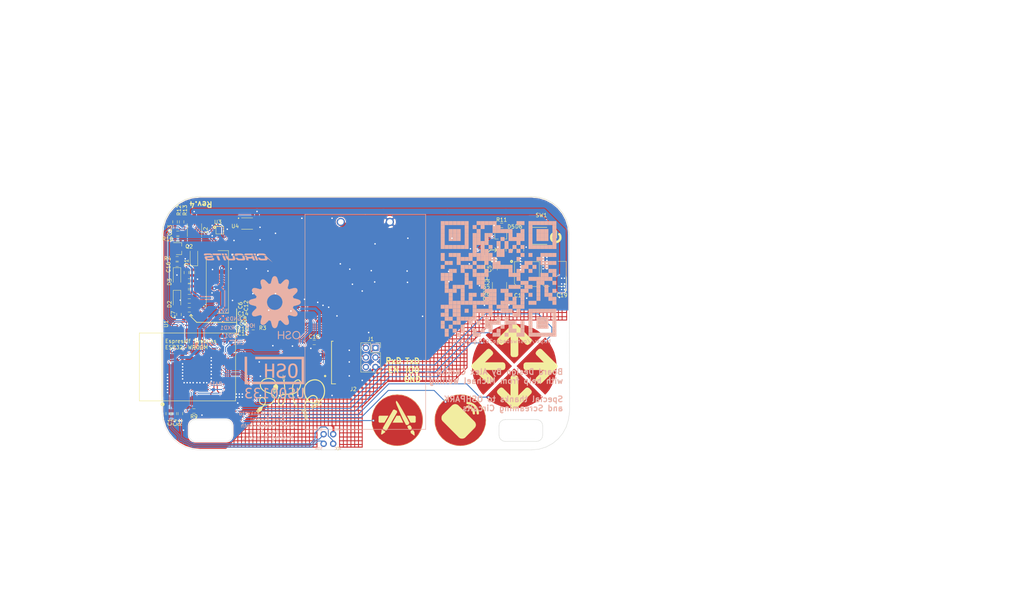
<source format=kicad_pcb>
(kicad_pcb (version 20171130) (host pcbnew 5.0.0-fee4fd1~66~ubuntu16.04.1)
  (layers (0 F.Cu signal) (31 B.Cu signal) (34 B.Paste user) (35 F.Paste user) (36 B.SilkS user) (37 F.SilkS user) (38 B.Mask user) (39 F.Mask user) (44 Edge.Cuts user))
  (net 0 "")
  (net 1 BAT)
  (net 2 GND)
  (net 3 +3V3)
  (net 4 "Net-(C3-Pad2)")
  (net 5 VGH)
  (net 6 VGL)
  (net 7 "Net-(C8-Pad1)")
  (net 8 "Net-(C9-Pad1)")
  (net 9 "Net-(C10-Pad1)")
  (net 10 "Net-(C11-Pad1)")
  (net 11 "Net-(C12-Pad1)")
  (net 12 "Net-(C13-Pad2)")
  (net 13 "Net-(C13-Pad1)")
  (net 14 DCDCEN)
  (net 15 TxD)
  (net 16 RxD)
  (net 17 IO0)
  (net 18 EN)
  (net 19 "Net-(L1-Pad1)")
  (net 20 GDR)
  (net 21 RESE)
  (net 22 BATSENSE)
  (net 23 SDA)
  (net 24 SCL)
  (net 25 T9)
  (net 26 T8)
  (net 27 T7)
  (net 28 T6)
  (net 29 T5)
  (net 30 EINK_MOSI)
  (net 31 "Net-(U1-Pad32)")
  (net 32 EINK_SCLK)
  (net 33 EINK_CS)
  (net 34 EINK_DC)
  (net 35 EINK_RESET)
  (net 36 EINK_BUSY)
  (net 37 INT)
  (net 38 "Net-(U1-Pad5)")
  (net 39 "Net-(U1-Pad4)")
  (net 40 "Net-(U3-Pad6)")
  (net 41 "Net-(U3-Pad11)")
  (net 42 "Net-(U4-Pad3)")
  (net 43 "Net-(U4-Pad4)")
  (net 44 "Net-(X1-Pad1)")
  (net 45 "Net-(X1-Pad6)")
  (net 46 "Net-(X1-Pad7)")
  (net 47 "Net-(X1-Pad19)")
  (net 48 LED_BAR_DOUT)
  (net 49 "Net-(J2-Pad11)")
  (net 50 "Net-(J2-Pad13)")
  (net 51 "Net-(D5-Pad2)")
  (net 52 T4)
  (net 53 "Net-(J2-Pad9)")
  (net 54 "Net-(C16-Pad1)")
  (net 55 "Net-(U1-Pad28)")
  (net 56 MMC_CS)
  (net 57 MISO)
  (net 58 "Net-(J2-Pad8)")
  (net 59 "Net-(U1-Pad22)")
  (net 60 "Net-(U1-Pad21)")
  (net 61 "Net-(U1-Pad20)")
  (net 62 "Net-(U1-Pad19)")
  (net 63 "Net-(U1-Pad18)")
  (net 64 "Net-(U1-Pad17)")
  (net 65 "Net-(J2-Pad1)")
  (net 66 "Net-(J1-Pad6)")
  (module Socket_Strips:Socket_Strip_Straight_2x03_Pitch2.54mm (layer F.Cu) (at 110.51 115.37)
    (fp_text reference J1 (at -1.27 -2.33) (layer F.SilkS))
    (fp_text value Conn_02x03_Top_Bottom)
    (pad 1 thru_hole rect (at 0 0) (size 1.7 1.7) (drill 1) (layers *.Cu *.Mask) (net 15 TxD))
    (pad 2 thru_hole oval (at -2.54 0) (size 1.7 1.7) (drill 1) (layers *.Cu *.Mask) (net 16 RxD))
    (pad 3 thru_hole oval (at 0 2.54) (size 1.7 1.7) (drill 1) (layers *.Cu *.Mask) (net 17 IO0))
    (pad 4 thru_hole oval (at -2.54 2.54) (size 1.7 1.7) (drill 1) (layers *.Cu *.Mask) (net 18 EN))
    (pad 5 thru_hole oval (at 0 5.08) (size 1.7 1.7) (drill 1) (layers *.Cu *.Mask) (net 2 GND))
    (pad 6 thru_hole oval (at -2.54 5.08) (size 1.7 1.7) (drill 1) (layers *.Cu *.Mask) (net 66 "Net-(J1-Pad6)"))
  )
  (module 12BH321P-GR:12BH321P-GR (layer B.Cu) (at 107.82 81.985 90)
    (fp_text reference BT1 (at -40 17 90) (layer B.SilkS) (effects (justify mirror)))
    (fp_text value Battery_Cell hide)
    (pad 1 thru_hole circle (at 0 -6.5 90) (size 2.2 2.2) (drill 1.5) (layers *.Cu *.Mask) (net 1 BAT))
    (pad 2 thru_hole circle (at 0 6.5 90) (size 2.2 2.2) (drill 1.5) (layers *.Cu *.Mask) (net 2 GND))
  )
  (module shitty:Badgelife-Shitty-2x2 (layer F.Cu) (at 98.03 139.53 180)
    (fp_text reference X2)
    (fp_text value Badgelife_shitty_connector)
    (fp_text user SDA (at 2.54 -2.54 180) (layer B.SilkS) (effects (font (size 0.7 0.7) (thickness 0.1)) (justify mirror)))
    (fp_text user SCL (at 2.54 2.54 180) (layer B.SilkS) (effects (font (size 0.7 0.7) (thickness 0.1)) (justify mirror)))
    (fp_text user GND (at -2.54 2.54 180) (layer B.SilkS) (effects (font (size 0.7 0.7) (thickness 0.1)) (justify mirror)))
    (fp_text user VCC (at -2.54 -2.54 180) (layer B.SilkS) (effects (font (size 0.7 0.7) (thickness 0.1)) (justify mirror)))
    (pad 4 thru_hole circle (at 1.27 -1.27 180) (size 1.7 1.7) (drill 1) (layers *.Cu *.Mask) (net 23 SDA))
    (pad 3 thru_hole oval (at 1.27 1.27 180) (size 1.7 1.7) (drill 1) (layers *.Cu *.Mask) (net 24 SCL))
    (pad 1 thru_hole oval (at -1.27 -1.27 180) (size 1.7 1.7) (drill 1) (layers *.Cu *.Mask) (net 3 +3V3))
    (pad 2 thru_hole oval (at -1.27 1.27 180) (size 1.7 1.7) (drill 1) (layers *.Cu *.Mask) (net 2 GND))
  )
  (module TL3305:SPST-4mm (layer F.Cu) (at 153.72 85.66 270)
    (fp_text reference SW1 (at -5.46 -0.78) (layer F.SilkS))
    (fp_text value SW_Push)
    (pad 3 smd rect (at -3.5 1.4 270) (size 1.4 1.4) (layers F.Cu F.Paste F.Mask))
    (pad 4 smd rect (at 3.5 -1.4 270) (size 1.4 1.4) (layers F.Cu F.Paste F.Mask))
    (pad 1 smd rect (at -3.5 -1.4 270) (size 1.4 1.4) (layers F.Cu F.Paste F.Mask) (net 51 "Net-(D5-Pad2)"))
    (pad 2 smd rect (at 3.5 1.4 270) (size 1.4 1.4) (layers F.Cu F.Paste F.Mask) (net 1 BAT))
  )
  (module Capacitors_SMD:CP_Elec_6.3x5.7 (layer F.Cu) (at 150.672 95.8 90)
    (fp_text reference C15 (at -5.664 -1.952 180) (layer F.SilkS))
    (fp_text value 220uF)
    (fp_text user + (at -4.28 3.01 90) (layer F.SilkS))
    (pad 1 smd rect (at -2.7 0 270) (size 3.5 1.6) (layers F.Cu F.Paste F.Mask) (net 3 +3V3))
    (pad 2 smd rect (at 2.7 0 270) (size 3.5 1.6) (layers F.Cu F.Paste F.Mask) (net 2 GND))
  )
  (module Diodes_SMD:D_SOD-123 (layer F.Cu) (at 62.37 91.36 90)
    (fp_text reference D1 (at -1.44 -1.97 90) (layer F.SilkS))
    (fp_text value D_Schottky)
    (pad 1 smd rect (at -1.65 0 90) (size 0.9 1.2) (layers F.Cu F.Paste F.Mask) (net 5 VGH))
    (pad 2 smd rect (at 1.65 0 90) (size 0.9 1.2) (layers F.Cu F.Paste F.Mask) (net 12 "Net-(C13-Pad2)"))
  )
  (module Diodes_SMD:D_SOD-123 (layer F.Cu) (at 57.8932 102.3732 270)
    (fp_text reference D2 (at 1.4268 1.9932 270) (layer F.SilkS))
    (fp_text value D_Schottky)
    (pad 1 smd rect (at -1.65 0 270) (size 0.9 1.2) (layers F.Cu F.Paste F.Mask) (net 13 "Net-(C13-Pad1)"))
    (pad 2 smd rect (at 1.65 0 270) (size 0.9 1.2) (layers F.Cu F.Paste F.Mask) (net 6 VGL))
  )
  (module Diodes_SMD:D_SOD-123 (layer F.Cu) (at 57.8932 96.3524 270)
    (fp_text reference D3 (at 1.5476 1.9932 270) (layer F.SilkS))
    (fp_text value D_Schottky)
    (pad 1 smd rect (at -1.65 0 270) (size 0.9 1.2) (layers F.Cu F.Paste F.Mask) (net 2 GND))
    (pad 2 smd rect (at 1.65 0 270) (size 0.9 1.2) (layers F.Cu F.Paste F.Mask) (net 13 "Net-(C13-Pad1)"))
  )
  (module Inductors_SMD:L_1812 (layer F.Cu) (at 143.4 99.7 270)
    (fp_text reference L1 (at 4.34 -1.5) (layer F.SilkS))
    (fp_text value L)
    (pad 1 smd rect (at -2.44 0 270) (size 1.6 3.5) (layers F.Cu F.Paste F.Mask) (net 19 "Net-(L1-Pad1)"))
    (pad 2 smd rect (at 2.44 0 270) (size 1.6 3.5) (layers F.Cu F.Paste F.Mask) (net 1 BAT))
  )
  (module Inductors_SMD:L_1812 (layer F.Cu) (at 62.52 84.16 90)
    (fp_text reference L2 (at 0 2.95 90) (layer F.SilkS))
    (fp_text value 68uH)
    (pad 1 smd rect (at -2.44 0 90) (size 1.6 3.5) (layers F.Cu F.Paste F.Mask) (net 12 "Net-(C13-Pad2)"))
    (pad 2 smd rect (at 2.44 0 90) (size 1.6 3.5) (layers F.Cu F.Paste F.Mask) (net 3 +3V3))
  )
  (module TO_SOT_Packages_SMD:SOT-23 (layer F.Cu) (at 58.37 89.06)
    (fp_text reference Q2 (at 2.73 -0.56 180) (layer F.SilkS))
    (fp_text value Q_NMOS_GSD)
    (pad 1 smd rect (at -1 -0.95) (size 0.9 0.8) (layers F.Cu F.Paste F.Mask) (net 20 GDR))
    (pad 2 smd rect (at -1 0.95) (size 0.9 0.8) (layers F.Cu F.Paste F.Mask) (net 21 RESE))
    (pad 3 smd rect (at 1 0) (size 0.9 0.8) (layers F.Cu F.Paste F.Mask) (net 12 "Net-(C13-Pad2)"))
  )
  (module SOT95P280X130-5N:SOT95P280X130-5N (layer F.Cu) (at 145 93.75 270)
    (fp_text reference U2 (at -1.59 3.03) (layer F.SilkS) (effects (font (size 1.00033 1.00033))))
    (fp_text value XC9141 hide)
    (pad 1 smd rect (at -1.25 -0.95 270) (size 1.2 0.55) (layers F.Cu F.Paste F.Mask) (net 4 "Net-(C3-Pad2)"))
    (pad 2 smd rect (at -1.25 0 270) (size 1.2 0.55) (layers F.Cu F.Paste F.Mask) (net 2 GND))
    (pad 3 smd rect (at -1.25 0.95 270) (size 1.2 0.55) (layers F.Cu F.Paste F.Mask) (net 1 BAT))
    (pad 4 smd rect (at 1.25 0.95 270) (size 1.2 0.55) (layers F.Cu F.Paste F.Mask) (net 3 +3V3))
    (pad 5 smd rect (at 1.25 -0.95 270) (size 1.2 0.55) (layers F.Cu F.Paste F.Mask) (net 19 "Net-(L1-Pad1)"))
  )
  (module LGA16R50P4X4_200X200X100:LGA16R50P4X4_200X200X100 (layer F.Cu) (at 69.22 84.16)
    (fp_text reference U3 (at -0.5 -2.13987) (layer F.SilkS))
    (fp_text value KX122-1037 hide)
    (pad 1 smd rect (at -0.7625 -0.75) (size 0.28 0.255) (layers F.Cu F.Paste F.Mask) (net 2 GND))
    (pad 2 smd rect (at -0.7625 -0.25) (size 0.28 0.255) (layers F.Cu F.Paste F.Mask) (net 23 SDA))
    (pad 3 smd rect (at -0.7625 0.25) (size 0.28 0.255) (layers F.Cu F.Paste F.Mask) (net 3 +3V3))
    (pad 4 smd rect (at -0.7625 0.75) (size 0.28 0.255) (layers F.Cu F.Paste F.Mask) (net 2 GND))
    (pad 5 smd rect (at -0.25 0.75 90) (size 0.28 0.255) (layers F.Cu F.Paste F.Mask) (net 37 INT))
    (pad 6 smd rect (at 0.25 0.75 90) (size 0.28 0.255) (layers F.Cu F.Paste F.Mask) (net 40 "Net-(U3-Pad6)"))
    (pad 7 smd rect (at 0.7625 0.75 180) (size 0.28 0.255) (layers F.Cu F.Paste F.Mask) (net 3 +3V3))
    (pad 8 smd rect (at 0.7625 0.25) (size 0.28 0.255) (layers F.Cu F.Paste F.Mask) (net 2 GND))
    (pad 9 smd rect (at 0.7625 -0.25) (size 0.28 0.255) (layers F.Cu F.Paste F.Mask) (net 2 GND))
    (pad 10 smd rect (at 0.7625 -0.75) (size 0.28 0.255) (layers F.Cu F.Paste F.Mask) (net 3 +3V3))
    (pad 11 smd rect (at 0.25 -0.75 90) (size 0.28 0.255) (layers F.Cu F.Paste F.Mask) (net 41 "Net-(U3-Pad11)"))
    (pad 12 smd rect (at -0.25 -0.75 90) (size 0.28 0.255) (layers F.Cu F.Paste F.Mask) (net 24 SCL))
  )
  (module SI7006-A20-IM:SON100P300X300X80-7N (layer F.Cu) (at 76.47 82.41)
    (fp_text reference U4 (at -3.17 0.69) (layer F.SilkS))
    (fp_text value Si7006-A20 hide)
    (pad 1 smd rect (at -1.45 -1) (size 0.81 0.42) (layers F.Cu F.Paste F.Mask) (net 23 SDA))
    (pad 2 smd rect (at -1.45 0) (size 0.81 0.42) (layers F.Cu F.Paste F.Mask) (net 2 GND))
    (pad 3 smd rect (at -1.45 1) (size 0.81 0.42) (layers F.Cu F.Paste F.Mask) (net 42 "Net-(U4-Pad3)"))
    (pad 4 smd rect (at 1.45 1) (size 0.81 0.42) (layers F.Cu F.Paste F.Mask) (net 43 "Net-(U4-Pad4)"))
    (pad 5 smd rect (at 1.45 0) (size 0.81 0.42) (layers F.Cu F.Paste F.Mask) (net 3 +3V3))
    (pad 6 smd rect (at 1.45 -1) (size 0.81 0.42) (layers F.Cu F.Paste F.Mask) (net 24 SCL))
    (pad 7 smd rect (at 0 0) (size 1.5 2.4) (layers F.Cu F.Paste F.Mask))
  )
  (module 52435-2471:MOLEX_52435-2471 (layer F.Cu) (at 65.03 97.88 90)
    (fp_text reference X1 hide)
    (fp_text value 52435-2471 hide)
    (fp_poly (pts (xy -9.4 0.4) (xy -9.4 2.6) (xy -8.3 2.6) (xy -8.3 3.45) (xy -7 3.45) (xy -7 0.4)) (layer F.Cu) (width 0))
    (fp_poly (pts (xy 9.4 0.4) (xy 9.4 2.6) (xy 8.3 2.6) (xy 8.3 3.45) (xy 7 3.45) (xy 7 0.4)) (layer F.Cu) (width 0))
    (fp_poly (pts (xy -9.4 0.4) (xy -9.4 2.6) (xy -8.3 2.6) (xy -8.3 3.45) (xy -7 3.45) (xy -7 0.4)) (layer F.Cu) (width 0))
    (fp_poly (pts (xy 9.4 0.4) (xy 9.4 2.6) (xy 8.3 2.6) (xy 8.3 3.45) (xy 7 3.45) (xy 7 0.4)) (layer F.Cu) (width 0))
    (pad 24 smd rect (at -5.75 0 90) (size 0.3 0.8) (layers F.Cu F.Paste F.Mask) (net 10 "Net-(C11-Pad1)"))
    (pad 23 smd rect (at -5.25 0 90) (size 0.3 0.8) (layers F.Cu F.Paste F.Mask) (net 6 VGL))
    (pad 22 smd rect (at -4.75 0 90) (size 0.3 0.8) (layers F.Cu F.Paste F.Mask) (net 9 "Net-(C10-Pad1)"))
    (pad 21 smd rect (at -4.25 0 90) (size 0.3 0.8) (layers F.Cu F.Paste F.Mask) (net 5 VGH))
    (pad 20 smd rect (at -3.75 0 90) (size 0.3 0.8) (layers F.Cu F.Paste F.Mask) (net 8 "Net-(C9-Pad1)"))
    (pad 19 smd rect (at -3.25 0 90) (size 0.3 0.8) (layers F.Cu F.Paste F.Mask) (net 47 "Net-(X1-Pad19)"))
    (pad 18 smd rect (at -2.75 0 90) (size 0.3 0.8) (layers F.Cu F.Paste F.Mask) (net 7 "Net-(C8-Pad1)"))
    (pad 17 smd rect (at -2.25 0 90) (size 0.3 0.8) (layers F.Cu F.Paste F.Mask) (net 2 GND))
    (pad 16 smd rect (at -1.75 0 90) (size 0.3 0.8) (layers F.Cu F.Paste F.Mask) (net 3 +3V3))
    (pad 15 smd rect (at -1.25 0 90) (size 0.3 0.8) (layers F.Cu F.Paste F.Mask) (net 3 +3V3))
    (pad 14 smd rect (at -0.75 0 90) (size 0.3 0.8) (layers F.Cu F.Paste F.Mask) (net 30 EINK_MOSI))
    (pad 13 smd rect (at -0.25 0 90) (size 0.3 0.8) (layers F.Cu F.Paste F.Mask) (net 32 EINK_SCLK))
    (pad 12 smd rect (at 0.25 0 90) (size 0.3 0.8) (layers F.Cu F.Paste F.Mask) (net 33 EINK_CS))
    (pad 11 smd rect (at 0.75 0 90) (size 0.3 0.8) (layers F.Cu F.Paste F.Mask) (net 34 EINK_DC))
    (pad 10 smd rect (at 1.25 0 90) (size 0.3 0.8) (layers F.Cu F.Paste F.Mask) (net 35 EINK_RESET))
    (pad 9 smd rect (at 1.75 0 90) (size 0.3 0.8) (layers F.Cu F.Paste F.Mask) (net 36 EINK_BUSY))
    (pad 8 smd rect (at 2.25 0 90) (size 0.3 0.8) (layers F.Cu F.Paste F.Mask) (net 2 GND))
    (pad 7 smd rect (at 2.75 0 90) (size 0.3 0.8) (layers F.Cu F.Paste F.Mask) (net 46 "Net-(X1-Pad7)"))
    (pad 6 smd rect (at 3.25 0 90) (size 0.3 0.8) (layers F.Cu F.Paste F.Mask) (net 45 "Net-(X1-Pad6)"))
    (pad 5 smd rect (at 3.75 0 90) (size 0.3 0.8) (layers F.Cu F.Paste F.Mask) (net 11 "Net-(C12-Pad1)"))
    (pad 4 smd rect (at 4.25 0 90) (size 0.3 0.8) (layers F.Cu F.Paste F.Mask) (net 54 "Net-(C16-Pad1)"))
    (pad 3 smd rect (at 4.75 0 90) (size 0.3 0.8) (layers F.Cu F.Paste F.Mask) (net 21 RESE))
    (pad 2 smd rect (at 5.25 0 90) (size 0.3 0.8) (layers F.Cu F.Paste F.Mask) (net 20 GDR))
    (pad 1 smd rect (at 5.75 0 90) (size 0.3 0.8) (layers F.Cu F.Paste F.Mask) (net 44 "Net-(X1-Pad1)"))
  )
  (module Diodes_SMD:D_SOT-23_ANK (layer F.Cu) (at 147.75 85.75 270)
    (fp_text reference D6 (at -2.55 -0.75) (layer F.SilkS))
    (fp_text value D)
    (pad 2 smd rect (at -1 -0.95 270) (size 0.9 0.8) (layers F.Cu F.Paste F.Mask) (net 14 DCDCEN))
    (pad "" smd rect (at -1 0.95 270) (size 0.9 0.8) (layers F.Cu F.Paste F.Mask))
    (pad 1 smd rect (at 1 0 270) (size 0.9 0.8) (layers F.Cu F.Paste F.Mask) (net 4 "Net-(C3-Pad2)"))
  )
  (module Diodes_SMD:D_SOT-23_ANK (layer F.Cu) (at 143.75 85.75 270)
    (fp_text reference D5 (at -2.52 -2.71) (layer F.SilkS))
    (fp_text value D)
    (pad 2 smd rect (at -1 -0.95 270) (size 0.9 0.8) (layers F.Cu F.Paste F.Mask) (net 51 "Net-(D5-Pad2)"))
    (pad "" smd rect (at -1 0.95 270) (size 0.9 0.8) (layers F.Cu F.Paste F.Mask))
    (pad 1 smd rect (at 1 0 270) (size 0.9 0.8) (layers F.Cu F.Paste F.Mask) (net 4 "Net-(C3-Pad2)"))
  )
  (module Capacitors_SMD:CP_Elec_6.3x5.7 (layer F.Cu) (at 157.784 95.746 90)
    (fp_text reference C19 (at -5.664 2.186 180) (layer F.SilkS))
    (fp_text value 220uF)
    (fp_text user + (at -4.28 3.01 90) (layer F.SilkS))
    (pad 1 smd rect (at -2.7 0 270) (size 3.5 1.6) (layers F.Cu F.Paste F.Mask) (net 3 +3V3))
    (pad 2 smd rect (at 2.7 0 270) (size 3.5 1.6) (layers F.Cu F.Paste F.Mask) (net 2 GND))
  )
  (module 105162-0001:105162-0001 (layer F.Cu) (at 105.31 119.26 270)
    (fp_text reference J2 (at 7.06 0.66) (layer F.SilkS))
    (fp_text value 105162-0001 hide)
    (pad 1 smd rect (at 3.55 7.34 270) (size 0.5 1) (layers F.Cu F.Paste F.Mask) (net 65 "Net-(J2-Pad1)"))
    (pad 2 smd rect (at 2.45 7.34 270) (size 0.5 1) (layers F.Cu F.Paste F.Mask) (net 56 MMC_CS))
    (pad 3 smd rect (at 1.35 7.34 270) (size 0.5 1) (layers F.Cu F.Paste F.Mask) (net 30 EINK_MOSI))
    (pad 4 smd rect (at 0.25 7.34 270) (size 0.5 1) (layers F.Cu F.Paste F.Mask) (net 3 +3V3))
    (pad 5 smd rect (at -0.85 7.34 270) (size 0.5 1) (layers F.Cu F.Paste F.Mask) (net 32 EINK_SCLK))
    (pad 6 smd rect (at -1.95 7.34 270) (size 0.5 1) (layers F.Cu F.Paste F.Mask) (net 2 GND))
    (pad 7 smd rect (at -3.05 7.34 270) (size 0.5 1) (layers F.Cu F.Paste F.Mask) (net 57 MISO))
    (pad 8 smd rect (at -4.15 7.34 270) (size 0.5 1) (layers F.Cu F.Paste F.Mask) (net 58 "Net-(J2-Pad8)"))
    (pad 9 smd rect (at 5.31 4.66 270) (size 0.72 0.78) (layers F.Cu F.Paste F.Mask) (net 53 "Net-(J2-Pad9)"))
    (pad 10 smd rect (at 5.325 3.39 270) (size 1.05 1.08) (layers F.Cu F.Paste F.Mask) (net 2 GND))
    (pad 11 smd rect (at 5.325 0.78 270) (size 1.05 1.2) (layers F.Cu F.Paste F.Mask) (net 49 "Net-(J2-Pad11)"))
    (pad 12 smd rect (at -5.325 1.35 270) (size 1.05 1.2) (layers F.Cu F.Paste F.Mask) (net 2 GND))
    (pad 13 smd rect (at -5.325 4.535 270) (size 1.05 2.39) (layers F.Cu F.Paste F.Mask) (net 50 "Net-(J2-Pad13)"))
    (pad 14 smd rect (at 1.986 0.105) (size 0.55 2.91) (layers F.Cu F.Paste F.Mask))
    (pad 15 smd rect (at -2.204 0.105) (size 0.55 2.91) (layers F.Cu F.Paste F.Mask))
  )
  (module ESP32-footprints-Lib:ESP32-WROOM (layer F.Cu) (at 60.67 120.435 270)
    (fp_text reference U1 (at -11.435 5.67 270) (layer F.SilkS))
    (fp_text value ESP32-WROOM)
    (fp_text user "Espressif Systems" (at -6.858 -0.889) (layer F.SilkS))
    (fp_text user ESP32-WROOM (at -5.207 0.254) (layer F.SilkS))
    (pad 38 smd oval (at -9 5.25 270) (size 2.5 0.9) (layers F.Cu F.Paste F.Mask) (net 2 GND))
    (pad 37 smd oval (at -9 3.98 270) (size 2.5 0.9) (layers F.Cu F.Paste F.Mask) (net 30 EINK_MOSI))
    (pad 36 smd oval (at -9 2.71 270) (size 2.5 0.9) (layers F.Cu F.Paste F.Mask) (net 24 SCL))
    (pad 35 smd oval (at -9 1.44 270) (size 2.5 0.9) (layers F.Cu F.Paste F.Mask) (net 15 TxD))
    (pad 34 smd oval (at -9 0.17 270) (size 2.5 0.9) (layers F.Cu F.Paste F.Mask) (net 16 RxD))
    (pad 33 smd oval (at -9 -1.1 270) (size 2.5 0.9) (layers F.Cu F.Paste F.Mask) (net 23 SDA))
    (pad 32 smd oval (at -9 -2.37 270) (size 2.5 0.9) (layers F.Cu F.Paste F.Mask) (net 31 "Net-(U1-Pad32)"))
    (pad 31 smd oval (at -9 -3.64 270) (size 2.5 0.9) (layers F.Cu F.Paste F.Mask) (net 57 MISO))
    (pad 30 smd oval (at -9 -4.91 270) (size 2.5 0.9) (layers F.Cu F.Paste F.Mask) (net 32 EINK_SCLK))
    (pad 29 smd oval (at -9 -6.18 270) (size 2.5 0.9) (layers F.Cu F.Paste F.Mask) (net 33 EINK_CS))
    (pad 28 smd oval (at -9 -7.45 270) (size 2.5 0.9) (layers F.Cu F.Paste F.Mask) (net 55 "Net-(U1-Pad28)"))
    (pad 27 smd oval (at -9 -8.72 270) (size 2.5 0.9) (layers F.Cu F.Paste F.Mask) (net 35 EINK_RESET))
    (pad 26 smd oval (at -9 -9.99 270) (size 2.5 0.9) (layers F.Cu F.Paste F.Mask) (net 36 EINK_BUSY))
    (pad 25 smd oval (at -9 -11.26 270) (size 2.5 0.9) (layers F.Cu F.Paste F.Mask) (net 17 IO0))
    (pad 24 smd oval (at -5.715 -12.75 270) (size 0.9 2.5) (layers F.Cu F.Paste F.Mask) (net 14 DCDCEN))
    (pad 23 smd oval (at -4.445 -12.75 270) (size 0.9 2.5) (layers F.Cu F.Paste F.Mask) (net 56 MMC_CS))
    (pad 22 smd oval (at -3.175 -12.75 270) (size 0.9 2.5) (layers F.Cu F.Paste F.Mask) (net 59 "Net-(U1-Pad22)"))
    (pad 21 smd oval (at -1.905 -12.75 270) (size 0.9 2.5) (layers F.Cu F.Paste F.Mask) (net 60 "Net-(U1-Pad21)"))
    (pad 20 smd oval (at -0.635 -12.75 270) (size 0.9 2.5) (layers F.Cu F.Paste F.Mask) (net 61 "Net-(U1-Pad20)"))
    (pad 19 smd oval (at 0.635 -12.75 270) (size 0.9 2.5) (layers F.Cu F.Paste F.Mask) (net 62 "Net-(U1-Pad19)"))
    (pad 18 smd oval (at 1.905 -12.75 270) (size 0.9 2.5) (layers F.Cu F.Paste F.Mask) (net 63 "Net-(U1-Pad18)"))
    (pad 17 smd oval (at 3.175 -12.75 270) (size 0.9 2.5) (layers F.Cu F.Paste F.Mask) (net 64 "Net-(U1-Pad17)"))
    (pad 16 smd oval (at 4.445 -12.75 270) (size 0.9 2.5) (layers F.Cu F.Paste F.Mask) (net 52 T4))
    (pad 15 smd oval (at 5.715 -12.75 270) (size 0.9 2.5) (layers F.Cu F.Paste F.Mask) (net 2 GND))
    (pad 14 smd oval (at 9 -11.26 270) (size 2.5 0.9) (layers F.Cu F.Paste F.Mask) (net 29 T5))
    (pad 13 smd oval (at 9 -9.99 270) (size 2.5 0.9) (layers F.Cu F.Paste F.Mask) (net 28 T6))
    (pad 12 smd oval (at 9 -8.72 270) (size 2.5 0.9) (layers F.Cu F.Paste F.Mask) (net 27 T7))
    (pad 11 smd oval (at 9 -7.45 270) (size 2.5 0.9) (layers F.Cu F.Paste F.Mask) (net 48 LED_BAR_DOUT))
    (pad 10 smd oval (at 9 -6.18 270) (size 2.5 0.9) (layers F.Cu F.Paste F.Mask) (net 34 EINK_DC))
    (pad 9 smd oval (at 9 -4.91 270) (size 2.5 0.9) (layers F.Cu F.Paste F.Mask) (net 26 T8))
    (pad 8 smd oval (at 9 -3.64 270) (size 2.5 0.9) (layers F.Cu F.Paste F.Mask) (net 25 T9))
    (pad 7 smd oval (at 9 -2.37 270) (size 2.5 0.9) (layers F.Cu F.Paste F.Mask) (net 22 BATSENSE))
    (pad 6 smd oval (at 9 -1.1 270) (size 2.5 0.9) (layers F.Cu F.Paste F.Mask) (net 37 INT))
    (pad 5 smd oval (at 9 0.17 270) (size 2.5 0.9) (layers F.Cu F.Paste F.Mask) (net 38 "Net-(U1-Pad5)"))
    (pad 4 smd oval (at 9 1.44 270) (size 2.5 0.9) (layers F.Cu F.Paste F.Mask) (net 39 "Net-(U1-Pad4)"))
    (pad 3 smd oval (at 9 2.71 270) (size 2.5 0.9) (layers F.Cu F.Paste F.Mask) (net 18 EN))
    (pad 2 smd oval (at 9 3.98 270) (size 2.5 0.9) (layers F.Cu F.Paste F.Mask) (net 3 +3V3))
    (pad 1 smd oval (at 9 5.25 270) (size 2.5 0.9) (layers F.Cu F.Paste F.Mask) (net 2 GND))
    (pad 39 smd rect (at 0.3 -2.45 270) (size 6 6) (layers F.Cu F.Paste F.Mask) (net 2 GND))
  )
  (module Capacitors_SMD:C_0603 (layer F.Cu) (at 57.92 93.21 180)
    (fp_text reference C16 (at 2.32 -0.79 270) (layer F.SilkS))
    (fp_text value 1uF)
    (pad 2 smd rect (at 0.75 0 180) (size 0.8 0.75) (layers F.Cu F.Paste F.Mask) (net 2 GND))
    (pad 1 smd rect (at -0.75 0 180) (size 0.8 0.75) (layers F.Cu F.Paste F.Mask) (net 54 "Net-(C16-Pad1)"))
  )
  (module Capacitors_SMD:C_0603 (layer F.Cu) (at 58.1 86.5)
    (fp_text reference R10 (at -2.7 0 180) (layer F.SilkS))
    (fp_text value 10K)
    (pad 2 smd rect (at 0.75 0) (size 0.8 0.75) (layers F.Cu F.Paste F.Mask) (net 2 GND))
    (pad 1 smd rect (at -0.75 0) (size 0.8 0.75) (layers F.Cu F.Paste F.Mask) (net 20 GDR))
  )
  (module Capacitors_SMD:C_0603 (layer F.Cu) (at 58.77 132.81 270)
    (fp_text reference R1 (at 2.39 0.07 270) (layer F.SilkS))
    (fp_text value 10KR)
    (pad 2 smd rect (at 0.75 0 270) (size 0.8 0.75) (layers F.Cu F.Paste F.Mask) (net 3 +3V3))
    (pad 1 smd rect (at -0.75 0 270) (size 0.8 0.75) (layers F.Cu F.Paste F.Mask) (net 18 EN))
  )
  (module Capacitors_SMD:C_0603 (layer F.Cu) (at 78.07 110.01 180)
    (fp_text reference R3 (at -2.53 -0.09 180) (layer F.SilkS))
    (fp_text value 10K)
    (pad 2 smd rect (at 0.75 0 180) (size 0.8 0.75) (layers F.Cu F.Paste F.Mask) (net 17 IO0))
    (pad 1 smd rect (at -0.75 0 180) (size 0.8 0.75) (layers F.Cu F.Paste F.Mask) (net 3 +3V3))
  )
  (module Capacitors_SMD:C_0603 (layer F.Cu) (at 57.92 91.76)
    (fp_text reference R4 (at -2.52 -0.06) (layer F.SilkS))
    (fp_text value 2.2R)
    (pad 2 smd rect (at 0.75 0) (size 0.8 0.75) (layers F.Cu F.Paste F.Mask) (net 2 GND))
    (pad 1 smd rect (at -0.75 0) (size 0.8 0.75) (layers F.Cu F.Paste F.Mask) (net 21 RESE))
  )
  (module Capacitors_SMD:C_0603 (layer F.Cu) (at 147.47 89.41 270)
    (fp_text reference R8 (at 11.59 7.57 180) (layer F.SilkS))
    (fp_text value 100k)
    (pad 2 smd rect (at 0.75 0 270) (size 0.8 0.75) (layers F.Cu F.Paste F.Mask) (net 4 "Net-(C3-Pad2)"))
    (pad 1 smd rect (at -0.75 0 270) (size 0.8 0.75) (layers F.Cu F.Paste F.Mask) (net 2 GND))
  )
  (module Capacitors_SMD:C_0603 (layer F.Cu) (at 62.37 132.11 180)
    (fp_text reference R9 (at 0 -1.5 180) (layer F.SilkS))
    (fp_text value 100k)
    (pad 2 smd rect (at 0.75 0 180) (size 0.8 0.75) (layers F.Cu F.Paste F.Mask) (net 1 BAT))
    (pad 1 smd rect (at -0.75 0 180) (size 0.8 0.75) (layers F.Cu F.Paste F.Mask) (net 22 BATSENSE))
  )
  (module Capacitors_SMD:C_0603 (layer F.Cu) (at 143.97 82.91)
    (fp_text reference R11 (at 0 -1.5) (layer F.SilkS))
    (fp_text value 100k)
    (pad 2 smd rect (at 0.75 0) (size 0.8 0.75) (layers F.Cu F.Paste F.Mask) (net 51 "Net-(D5-Pad2)"))
    (pad 1 smd rect (at -0.75 0) (size 0.8 0.75) (layers F.Cu F.Paste F.Mask) (net 2 GND))
  )
  (module Capacitors_SMD:C_0603 (layer F.Cu) (at 57.37 81.96 90)
    (fp_text reference R12 (at 3.06 1.03 90) (layer F.SilkS))
    (fp_text value 2.2k)
    (pad 2 smd rect (at 0.75 0 90) (size 0.8 0.75) (layers F.Cu F.Paste F.Mask) (net 3 +3V3))
    (pad 1 smd rect (at -0.75 0 90) (size 0.8 0.75) (layers F.Cu F.Paste F.Mask) (net 23 SDA))
  )
  (module Capacitors_SMD:C_0603 (layer F.Cu) (at 59.12 81.96 270)
    (fp_text reference R13 (at -3.06 -0.88 270) (layer F.SilkS))
    (fp_text value 2.2k)
    (pad 2 smd rect (at 0.75 0 270) (size 0.8 0.75) (layers F.Cu F.Paste F.Mask) (net 24 SCL))
    (pad 1 smd rect (at -0.75 0 270) (size 0.8 0.75) (layers F.Cu F.Paste F.Mask) (net 3 +3V3))
  )
  (module Capacitors_SMD:C_0603 (layer F.Cu) (at 55.57 132.81 270)
    (fp_text reference C1 (at 2.29 -0.43 270) (layer F.SilkS))
    (fp_text value 10uF)
    (pad 2 smd rect (at 0.75 0 270) (size 0.8 0.75) (layers F.Cu F.Paste F.Mask) (net 2 GND))
    (pad 1 smd rect (at -0.75 0 270) (size 0.8 0.75) (layers F.Cu F.Paste F.Mask) (net 3 +3V3))
  )
  (module Capacitors_SMD:C_0603 (layer F.Cu) (at 149.22 89.41 270)
    (fp_text reference C3 (at 12.99 9.32 180) (layer F.SilkS))
    (fp_text value 1uF)
    (pad 2 smd rect (at 0.75 0 270) (size 0.8 0.75) (layers F.Cu F.Paste F.Mask) (net 4 "Net-(C3-Pad2)"))
    (pad 1 smd rect (at -0.75 0 270) (size 0.8 0.75) (layers F.Cu F.Paste F.Mask) (net 2 GND))
  )
  (module Capacitors_SMD:C_0603 (layer F.Cu) (at 57.17 132.81 270)
    (fp_text reference C4 (at 2.39 -0.23 270) (layer F.SilkS))
    (fp_text value 1uF)
    (pad 2 smd rect (at 0.75 0 270) (size 0.8 0.75) (layers F.Cu F.Paste F.Mask) (net 2 GND))
    (pad 1 smd rect (at -0.75 0 270) (size 0.8 0.75) (layers F.Cu F.Paste F.Mask) (net 3 +3V3))
  )
  (module Capacitors_SMD:C_0603 (layer F.Cu) (at 142.22 94.41 90)
    (fp_text reference C5 (at 0 -1.5 90) (layer F.SilkS))
    (fp_text value 10uf)
    (pad 2 smd rect (at 0.75 0 90) (size 0.8 0.75) (layers F.Cu F.Paste F.Mask) (net 2 GND))
    (pad 1 smd rect (at -0.75 0 90) (size 0.8 0.75) (layers F.Cu F.Paste F.Mask) (net 3 +3V3))
  )
  (module Capacitors_SMD:C_0603 (layer F.Cu) (at 60.37 95.41 90)
    (fp_text reference C6 (at -8.69 14.33 90) (layer F.SilkS))
    (fp_text value 1uF)
    (pad 2 smd rect (at 0.75 0 90) (size 0.8 0.75) (layers F.Cu F.Paste F.Mask) (net 5 VGH))
    (pad 1 smd rect (at -0.75 0 90) (size 0.8 0.75) (layers F.Cu F.Paste F.Mask) (net 2 GND))
  )
  (module Capacitors_SMD:C_0603 (layer F.Cu) (at 58.4012 106.5388 90)
    (fp_text reference C7 (at 0 -1.5 90) (layer F.SilkS))
    (fp_text value 1uF)
    (pad 2 smd rect (at 0.75 0 90) (size 0.8 0.75) (layers F.Cu F.Paste F.Mask) (net 6 VGL))
    (pad 1 smd rect (at -0.75 0 90) (size 0.8 0.75) (layers F.Cu F.Paste F.Mask) (net 2 GND))
  )
  (module Capacitors_SMD:C_0603 (layer F.Cu) (at 61.1444 99.0204 180)
    (fp_text reference C8 (at -14.2556 -8.5796 180) (layer F.SilkS))
    (fp_text value 1uF)
    (pad 2 smd rect (at 0.75 0 180) (size 0.8 0.75) (layers F.Cu F.Paste F.Mask) (net 2 GND))
    (pad 1 smd rect (at -0.75 0 180) (size 0.8 0.75) (layers F.Cu F.Paste F.Mask) (net 7 "Net-(C8-Pad1)"))
  )
  (module Capacitors_SMD:C_0603 (layer F.Cu) (at 61.1444 100.5952 180)
    (fp_text reference C9 (at -14.2556 -8.3048 180) (layer F.SilkS))
    (fp_text value 1uF)
    (pad 2 smd rect (at 0.75 0 180) (size 0.8 0.75) (layers F.Cu F.Paste F.Mask) (net 2 GND))
    (pad 1 smd rect (at -0.75 0 180) (size 0.8 0.75) (layers F.Cu F.Paste F.Mask) (net 8 "Net-(C9-Pad1)"))
  )
  (module Capacitors_SMD:C_0603 (layer F.Cu) (at 61.1444 102.932 180)
    (fp_text reference C10 (at -14.2556 -7.368 180) (layer F.SilkS))
    (fp_text value 1uF)
    (pad 2 smd rect (at 0.75 0 180) (size 0.8 0.75) (layers F.Cu F.Paste F.Mask) (net 2 GND))
    (pad 1 smd rect (at -0.75 0 180) (size 0.8 0.75) (layers F.Cu F.Paste F.Mask) (net 9 "Net-(C10-Pad1)"))
  )
  (module Capacitors_SMD:C_0603 (layer F.Cu) (at 61.1444 105.2688 180)
    (fp_text reference C11 (at -14.2556 -6.3312 180) (layer F.SilkS))
    (fp_text value 1uF)
    (pad 2 smd rect (at 0.75 0 180) (size 0.8 0.75) (layers F.Cu F.Paste F.Mask) (net 2 GND))
    (pad 1 smd rect (at -0.75 0 180) (size 0.8 0.75) (layers F.Cu F.Paste F.Mask) (net 10 "Net-(C11-Pad1)"))
  )
  (module Capacitors_SMD:C_0603 (layer F.Cu) (at 61.92 95.41 270)
    (fp_text reference C12 (at 8.79 -14.28 270) (layer F.SilkS))
    (fp_text value 1uF)
    (pad 2 smd rect (at 0.75 0 270) (size 0.8 0.75) (layers F.Cu F.Paste F.Mask) (net 2 GND))
    (pad 1 smd rect (at -0.75 0 270) (size 0.8 0.75) (layers F.Cu F.Paste F.Mask) (net 11 "Net-(C12-Pad1)"))
  )
  (module Capacitors_SMD:C_0603 (layer F.Cu) (at 58.1 85)
    (fp_text reference C13 (at -2.1 -0.8 90) (layer F.SilkS))
    (fp_text value 1uF)
    (pad 2 smd rect (at 0.75 0) (size 0.8 0.75) (layers F.Cu F.Paste F.Mask) (net 12 "Net-(C13-Pad2)"))
    (pad 1 smd rect (at -0.75 0) (size 0.8 0.75) (layers F.Cu F.Paste F.Mask) (net 13 "Net-(C13-Pad1)"))
  )
  (module Capacitors_SMD:C_0603 (layer F.Cu) (at 143.97 89.41 90)
    (fp_text reference C2 (at -8.79 -4.07) (layer F.SilkS))
    (fp_text value 10uF)
    (pad 2 smd rect (at 0.75 0 90) (size 0.8 0.75) (layers F.Cu F.Paste F.Mask) (net 2 GND))
    (pad 1 smd rect (at -0.75 0 90) (size 0.8 0.75) (layers F.Cu F.Paste F.Mask) (net 1 BAT))
  )
  (module Capacitors_SMD:C_0603 (layer F.Cu) (at 145.72 89.41 90)
    (fp_text reference R2 (at -10.19 -5.82) (layer F.SilkS))
    (fp_text value DNP)
    (pad 2 smd rect (at 0.75 0 90) (size 0.8 0.75) (layers F.Cu F.Paste F.Mask) (net 1 BAT))
    (pad 1 smd rect (at -0.75 0 90) (size 0.8 0.75) (layers F.Cu F.Paste F.Mask) (net 4 "Net-(C3-Pad2)"))
  )
  (module Capacitors_SMD:C_0603 (layer F.Cu) (at 61.17 97.61 180)
    (fp_text reference C14 (at -14.23 -8.69 180) (layer F.SilkS))
    (fp_text value 2.2uF)
    (pad 2 smd rect (at 0.75 0 180) (size 0.8 0.75) (layers F.Cu F.Paste F.Mask) (net 2 GND))
    (pad 1 smd rect (at -0.75 0 180) (size 0.8 0.75) (layers F.Cu F.Paste F.Mask) (net 3 +3V3))
  )
  (module Capacitors_SMD:C_0603 (layer F.Cu) (at 94.27 113.91)
    (fp_text reference C18 (at 0 -1.5) (layer F.SilkS))
    (fp_text value 1uF)
    (pad 2 smd rect (at 0.75 0) (size 0.8 0.75) (layers F.Cu F.Paste F.Mask) (net 3 +3V3))
    (pad 1 smd rect (at -0.75 0) (size 0.8 0.75) (layers F.Cu F.Paste F.Mask) (net 2 GND))
  )
  (module ohs:ohs (layer F.Cu) (at 88 128.4 180)
    (fp_text reference G*** hide)
    (fp_text value LOGO hide)
  )
  (module test_point:test_point (layer B.Cu) (at 68.072 106.172)
    (fp_text reference 3V3 (at 2.078 -0.522) (layer B.SilkS) (effects (justify mirror)))
    (fp_text value TestPoint)
    (pad 1 smd circle (at 0 0) (size 1 1) (layers B.Cu B.Mask) (net 3 +3V3))
  )
  (module test_point:test_point (layer B.Cu) (at 67.564 126.492)
    (fp_text reference BAT1 (at 0.508 -1.524) (layer B.SilkS) (effects (justify mirror)))
    (fp_text value TestPoint)
    (pad 1 smd circle (at 0 0) (size 1 1) (layers B.Cu B.Mask) (net 1 BAT))
  )
  (module test_point:test_point (layer B.Cu) (at 72.136 114.046)
    (fp_text reference EN1 (at 2.114 0.004) (layer B.SilkS) (effects (justify mirror)))
    (fp_text value TestPoint)
    (pad 1 smd circle (at 0 0) (size 1 1) (layers B.Cu B.Mask) (net 18 EN))
  )
  (module test_point:test_point (layer B.Cu) (at 70.104 107.696)
    (fp_text reference GND1 (at 2.796 -0.046) (layer B.SilkS) (effects (justify mirror)))
    (fp_text value TestPoint)
    (pad 1 smd circle (at 0 0) (size 1 1) (layers B.Cu B.Mask) (net 2 GND))
  )
  (module test_point:test_point (layer B.Cu) (at 75.692 108.458)
    (fp_text reference IO0 (at 1.708 1.042) (layer B.SilkS) (effects (justify mirror)))
    (fp_text value TestPoint)
    (pad 1 smd circle (at 0 0) (size 1 1) (layers B.Cu B.Mask) (net 17 IO0))
  )
  (module test_point:test_point (layer B.Cu) (at 73.914 109.982)
    (fp_text reference RXD1 (at -2.664 0.068) (layer B.SilkS) (effects (justify mirror)))
    (fp_text value TestPoint)
    (pad 1 smd circle (at 0 0) (size 1 1) (layers B.Cu B.Mask) (net 16 RxD))
  )
  (module test_point:test_point (layer B.Cu) (at 69.85 112.268)
    (fp_text reference TXD1 (at 2.5 -0.118) (layer B.SilkS) (effects (justify mirror)))
    (fp_text value TestPoint)
    (pad 1 smd circle (at 0 0) (size 1 1) (layers B.Cu B.Mask) (net 15 TxD))
  )
  (module qr:silk (layer B.Cu) (at 143.152 97.082 180)
    (fp_text reference qrcode_oshw hide)
    (fp_text value G*** hide)
    (fp_poly (pts (xy -0.349675 2.49265) (xy -0.365882 2.488431) (xy -0.378868 2.477435) (xy -0.385875 2.46215) (xy -0.516615 1.75884) (xy -0.523341 1.742366) (xy -0.535756 1.728047) (xy -0.551215 1.71904) (xy -1.023025 1.52628) (xy -1.040377 1.521984) (xy -1.059306 1.523243) (xy -1.075725 1.53028) (xy -1.663285 1.93336) (xy -1.679004 1.939212) (xy -1.6959 1.937508) (xy -1.710285 1.92936) (xy -2.205345 1.4343) (xy -2.213893 1.41987) (xy -2.21533 1.402996) (xy -2.209345 1.3873) (xy -1.812985 0.80956) (xy -1.805963 0.793164) (xy -1.804941 0.774523) (xy -1.809985 0.75746) (xy -2.018755 0.27066) (xy -2.028185 0.25529) (xy -2.042592 0.24283) (xy -2.059155 0.23606) (xy -2.739215 0.10997) (xy -2.7545 0.102877) (xy -2.765496 0.089629) (xy -2.769715 0.07327) (xy -2.769195 -0.62642) (xy -2.765106 -0.642757) (xy -2.754351 -0.655983) (xy -2.739195 -0.66312) (xy -2.075675 -0.78662) (xy -2.059286 -0.793368) (xy -2.045164 -0.805805) (xy -2.036375 -0.82122) (xy -1.829145 -1.3385) (xy -1.824849 -1.355981) (xy -1.826108 -1.375152) (xy -1.833145 -1.3917) (xy -2.210385 -1.94051) (xy -2.2162 -1.956251) (xy -2.214237 -1.973103) (xy -2.205385 -1.98751) (xy -1.710315 -2.48256) (xy -1.696059 -2.491019) (xy -1.679404 -2.492434) (xy -1.663815 -2.48656) (xy -1.124305 -2.11656) (xy -1.107901 -2.10973) (xy -1.089342 -2.109123) (xy -1.072605 -2.11456) (xy -0.834385 -2.24169) (xy -0.811835 -2.24272) (xy -0.795585 -2.22719) (xy -0.304665 -1.04174) (xy -0.302112 -1.025381) (xy -0.307425 -1.009666) (xy -0.319065 -0.99784) (xy -0.378465 -0.96114) (xy -0.397015 -0.94804) (xy -0.416165 -0.93224) (xy -0.436723 -0.918611) (xy -0.456818 -0.904353) (xy -0.476435 -0.889478) (xy -0.49556 -0.874003) (xy -0.514178 -0.85794) (xy -0.532276 -0.841303) (xy -0.549839 -0.824107) (xy -0.566853 -0.806365) (xy -0.583304 -0.788093) (xy -0.599176 -0.769303) (xy -0.614457 -0.750009) (xy -0.629132 -0.730227) (xy -0.643186 -0.709969) (xy -0.656605 -0.689251) (xy -0.669375 -0.668085) (xy -0.681482 -0.646486) (xy -0.692911 -0.624469) (xy -0.703649 -0.602046) (xy -0.71368 -0.579233) (xy -0.72299 -0.556042) (xy -0.731566 -0.53249) (xy -0.739393 -0.508588) (xy -0.746457 -0.484352) (xy -0.752743 -0.459795) (xy -0.758237 -0.434931) (xy -0.762925 -0.409776) (xy -0.766793 -0.384341) (xy -0.769826 -0.358642) (xy -0.772011 -0.332693) (xy -0.773331 -0.306508) (xy -0.773775 -0.2801) (xy -0.773377 -0.255043) (xy -0.77219 -0.230185) (xy -0.770226 -0.205538) (xy -0.767498 -0.181114) (xy -0.764017 -0.156925) (xy -0.759796 -0.132984) (xy -0.754847 -0.109301) (xy -0.749182 -0.085889) (xy -0.742812 -0.06276) (xy -0.73575 -0.039926) (xy -0.728008 -0.017399) (xy -0.719598 0.004808) (xy -0.710532 0.026685) (xy -0.700822 0.048218) (xy -0.69048 0.069397) (xy -0.679519 0.090208) (xy -0.667949 0.11064) (xy -0.655785 0.130682) (xy -0.643036 0.15032) (xy -0.629716 0.169542) (xy -0.615837 0.188338) (xy -0.60141 0.206695) (xy -0.586448 0.2246) (xy -0.570963 0.242043) (xy -0.554966 0.25901) (xy -0.538471 0.27549) (xy -0.521488 0.29147) (xy -0.50403 0.30694) (xy -0.486109 0.321886) (xy -0.467738 0.336297) (xy -0.448927 0.350161) (xy -0.42969 0.363466) (xy -0.410038 0.376199) (xy -0.389984 0.38835) (xy -0.369539 0.399905) (xy -0.348715 0.410852) (xy -0.327525 0.421181) (xy -0.305981 0.430878) (xy -0.284094 0.439932) (xy -0.261877 0.44833) (xy -0.239342 0.456061) (xy -0.216501 0.463113) (xy -0.193366 0.469474) (xy -0.169949 0.475131) (xy -0.146261 0.480073) (xy -0.122316 0.484288) (xy -0.098125 0.487763) (xy -0.073701 0.490487) (xy -0.049054 0.492447) (xy -0.024198 0.493632) (xy 0.000855 0.49403) (xy 0.025909 0.493632) (xy 0.050764 0.492447) (xy 0.075409 0.490487) (xy 0.099831 0.487763) (xy 0.124018 0.484288) (xy 0.147958 0.480073) (xy 0.171639 0.475131) (xy 0.195049 0.469474) (xy 0.218177 0.463113) (xy 0.24101 0.456061) (xy 0.263536 0.44833) (xy 0.285743 0.439932) (xy 0.307619 0.430878) (xy 0.329152 0.421181) (xy 0.35033 0.410852) (xy 0.371141 0.399905) (xy 0.391573 0.38835) (xy 0.411614 0.376199) (xy 0.431253 0.363466) (xy 0.450476 0.350161) (xy 0.469272 0.336297) (xy 0.487629 0.321886) (xy 0.505535 0.30694) (xy 0.522978 0.29147) (xy 0.539946 0.27549) (xy 0.556426 0.25901) (xy 0.572408 0.242043) (xy 0.587878 0.2246) (xy 0.602825 0.206695) (xy 0.617237 0.188338) (xy 0.631102 0.169542) (xy 0.644408 0.15032) (xy 0.657142 0.130682) (xy 0.669294 0.11064) (xy 0.680849 0.090208) (xy 0.691798 0.069397) (xy 0.702127 0.048218) (xy 0.711826 0.026685) (xy 0.72088 0.004808) (xy 0.72928 -0.017399) (xy 0.737012 -0.039926) (xy 0.744064 -0.06276) (xy 0.750426 -0.085889) (xy 0.756084 -0.109301) (xy 0.761026 -0.132984) (xy 0.765241 -0.156925) (xy 0.768717 -0.181114) (xy 0.771441 -0.205538) (xy 0.773402 -0.230185) (xy 0.774587 -0.255043) (xy 0.774985 -0.2801) (xy 0.774542 -0.306508) (xy 0.773221 -0.332693) (xy 0.771037 -0.358642) (xy 0.768005 -0.384341) (xy 0.764138 -0.409776) (xy 0.759451 -0.434931) (xy 0.753958 -0.459795) (xy 0.747673 -0.484352) (xy 0.74061 -0.508588) (xy 0.732785 -0.53249) (xy 0.72421 -0.556042) (xy 0.714901 -0.579233) (xy 0.704871 -0.602046) (xy 0.694135 -0.624469) (xy 0.682707 -0.646486) (xy 0.670601 -0.668085) (xy 0.657831 -0.689251) (xy 0.644413 -0.709969) (xy 0.630359 -0.730227) (xy 0.615685 -0.750009) (xy 0.600404 -0.769303) (xy 0.584531 -0.788093) (xy 0.56808 -0.806365) (xy 0.551065 -0.824107) (xy 0.533501 -0.841303) (xy 0.515402 -0.85794) (xy 0.496781 -0.874003) (xy 0.477654 -0.889478) (xy 0.458035 -0.904353) (xy 0.437937 -0.918611) (xy 0.417375 -0.93224) (xy 0.398513 -0.948153) (xy 0.380175 -0.96114) (xy 0.320175 -0.99784) (xy 0.308723 -1.009755) (xy 0.30376 -1.025425) (xy 0.306175 -1.04174) (xy 0.796585 -2.2272) (xy 0.812948 -2.243188) (xy 0.835385 -2.2417) (xy 1.073615 -2.11457) (xy 1.090396 -2.109533) (xy 1.109 -2.110274) (xy 1.125315 -2.11657) (xy 1.664825 -2.48657) (xy 1.680544 -2.491977) (xy 1.69744 -2.490496) (xy 1.711825 -2.48257) (xy 2.206885 -1.98752) (xy 2.215433 -1.97309) (xy 2.21687 -1.956216) (xy 2.210885 -1.94052) (xy 1.834155 -1.39171) (xy 1.826925 -1.375051) (xy 1.825251 -1.355903) (xy 1.829155 -1.33851) (xy 2.036375 -0.82123) (xy 2.045519 -0.805771) (xy 2.059397 -0.793356) (xy 2.075675 -0.78663) (xy 2.739205 -0.66313) (xy 2.754446 -0.656037) (xy 2.765464 -0.642789) (xy 2.769705 -0.62643) (xy 2.769705 0.07327) (xy 2.765504 0.089455) (xy 2.754499 0.102418) (xy 2.739205 0.10947) (xy 2.739735 0.11) (xy 2.059675 0.23608) (xy 2.04316 0.24285) (xy 2.02869 0.25531) (xy 2.019375 0.27068) (xy 1.810595 0.75747) (xy 1.806039 0.774533) (xy 1.806817 0.793174) (xy 1.813595 0.80957) (xy 2.209955 1.38731) (xy 2.215362 1.403006) (xy 2.213881 1.41988) (xy 2.205955 1.43431) (xy 1.710905 1.92938) (xy 1.696475 1.937884) (xy 1.679601 1.939343) (xy 1.663905 1.93338) (xy 1.076355 1.53029) (xy 1.059848 1.523231) (xy 1.040896 1.521949) (xy 1.023655 1.52629) (xy 0.551845 1.71905) (xy 0.536497 1.72835) (xy 0.52406 1.742517) (xy 0.517245 1.75895) (xy 0.385995 2.46227) (xy 0.37901 2.477511) (xy 0.36598 2.488529) (xy 0.349795 2.49277) (xy -0.349675 2.49265)) (layer B.Cu) (width 0))
  )
  (module oshwcert:oshw-US00133 (layer B.Cu) (at 83.7 122.8 180)
    (fp_text reference oshw-US00133 hide)
    (fp_text value G*** hide)
    (fp_poly (pts (xy 2.80198 3.226144) (xy 3.29464 3.226144) (xy 3.65226 0.195184) (xy 4.0774 2.200854) (xy 4.60507 2.200854) (xy 5.03521 0.190174) (xy 6.24648 6.000384) (xy 6.73914 6.000384) (xy 5.3278 -0.507546) (xy 4.85014 -0.507546) (xy 4.34248 1.710664) (xy 3.83731 -0.507546) (xy 3.35965 -0.507546) (xy 2.80197 3.226144) (xy 2.80198 3.226144)) (layer B.Cu) (width 0.028231))
  )
  (module ScreamingCircuts:ss_small (layer B.Cu) (at 77.9 90.6 180)
    (fp_text reference ss_small hide)
    (fp_text value G*** hide)
    (fp_poly (pts (xy -6.224725 3.265779) (xy -6.860235 2.701669) (xy -13.008435 2.232569) (xy -8.359565 2.151269) (xy -8.248915 2.277989) (xy -6.255375 2.283989) (xy -7.508185 2.136319) (xy -7.497385 2.136099) (xy -7.968405 1.718069) (xy -12.407785 1.581449) (xy -9.153335 1.320569) (xy -9.061735 1.425269) (xy -7.129785 1.424629) (xy -8.478255 1.265459) (xy -8.877025 0.911589) (xy -11.912615 0.752099) (xy -9.864805 0.566539) (xy -9.775605 0.668469) (xy -7.796325 0.673469) (xy -9.352475 0.489939) (xy -9.816675 0.077859) (xy -11.427835 0.058859) (xy -10.431225 -0.125631) (xy -10.373125 -0.059131) (xy -8.457675 -0.087131) (xy -9.843595 -0.234481) (xy -9.656765 -0.269081) (xy -6.892275 -3.266581) (xy -3.658255 -0.396231) (xy -5.022145 -0.396231) (xy -5.052445 -0.390231) (xy -5.077645 -0.372231) (xy -5.288415 -0.143691) (xy -6.039895 -0.143691) (xy -6.057795 -0.192691) (xy -6.083195 -0.237791) (xy -6.153195 -0.312891) (xy -6.196295 -0.341291) (xy -6.243695 -0.362591) (xy -6.294695 -0.375991) (xy -6.348395 -0.380991) (xy -6.412395 -0.373991) (xy -6.472295 -0.355191) (xy -6.526595 -0.325491) (xy -6.574095 -0.286191) (xy -6.613395 -0.238691) (xy -6.643095 -0.184391) (xy -6.661895 -0.124591) (xy -6.668895 -0.060591) (xy -6.661895 0.003409) (xy -6.643095 0.063209) (xy -6.613395 0.117509) (xy -6.574095 0.165009) (xy -6.526595 0.204309) (xy -6.472295 0.234109) (xy -6.412395 0.252909) (xy -6.348395 0.259909) (xy -6.292695 0.254909) (xy -6.239995 0.240609) (xy -6.191195 0.217809) (xy -6.147095 0.187409) (xy -6.108595 0.150309) (xy -6.076695 0.107409) (xy -6.052095 0.059509) (xy -6.035795 0.007609) (xy -5.255375 0.007609) (xy -5.225075 0.001609) (xy -5.199975 -0.016391) (xy -4.989415 -0.245141) (xy -3.488595 -0.245141) (xy -3.212065 0.000319) (xy -6.224565 3.266579) (xy -6.224725 3.265779)) (layer B.Cu) (width 0))
  )
  (module oshpark:OSH_small (layer B.Cu) (at 83.8 104.8 180)
    (fp_text reference OSH_small hide)
    (fp_text value G*** hide)
    (fp_poly (pts (xy 6.76111 -6.120635) (xy 6.20884 -6.120635) (xy 5.42765 -6.959055) (xy 5.42765 -6.120635) (xy 4.99557 -6.120635) (xy 4.99557 -8.266755) (xy 5.42765 -8.266755) (xy 5.42765 -7.193695) (xy 6.7096 -8.409835) (xy 6.7096 -7.831805) (xy 5.87118 -7.056345) (xy 6.76111 -6.120635)) (layer B.Cu) (width 0))
    (fp_poly (pts (xy 4.31659 -7.328185) (xy 4.11009 -7.022185) (xy 3.67228 -7.022185) (xy 3.67228 -6.495675) (xy 4.11009 -6.495675) (xy 4.16319 -6.500675) (xy 4.21239 -6.515675) (xy 4.25669 -6.539575) (xy 4.29509 -6.571375) (xy 4.32669 -6.610075) (xy 4.35039 -6.654875) (xy 4.36539 -6.704775) (xy 4.37039 -6.758775) (xy 4.36539 -6.812775) (xy 4.35069 -6.862675) (xy 4.32729 -6.907475) (xy 4.29609 -6.946175) (xy 4.25789 -6.977975) (xy 4.21359 -7.001875) (xy 4.16399 -7.016875) (xy 4.11009 -7.021875) (xy 4.11009 -7.022185) (xy 4.31659 -7.328185) (xy 4.41049 -7.296585) (xy 4.49619 -7.251785) (xy 4.57229 -7.194785) (xy 4.63749 -7.126585) (xy 4.69049 -7.048185) (xy 4.72989 -6.960585) (xy 4.75449 -6.864785) (xy 4.76249 -6.761805) (xy 4.74979 -6.631575) (xy 4.71319 -6.510755) (xy 4.65509 -6.401815) (xy 4.57799 -6.307215) (xy 4.48419 -6.229415) (xy 4.37621 -6.170715) (xy 4.25643 -6.133715) (xy 4.12726 -6.120815) (xy 3.2402 -6.120815) (xy 3.2402 -8.266935) (xy 3.67228 -8.266935) (xy 3.67228 -7.356985) (xy 3.88403 -7.356985) (xy 4.35332 -8.266935) (xy 4.83691 -8.266935) (xy 4.31612 -7.328365) (xy 4.31659 -7.328185)) (layer B.Cu) (width 0))
    (fp_poly (pts (xy 2.59844 -8.266755) (xy 1.96319 -6.558445) (xy 2.31515 -7.505595) (xy 1.60836 -7.505595) (xy 1.96319 -6.558445) (xy 2.59844 -8.266755) (xy 3.06487 -8.266755) (xy 2.20355 -6.120635) (xy 1.71996 -6.120635) (xy 0.85865 -8.266755) (xy 1.32508 -8.266755) (xy 1.47674 -7.860425) (xy 2.44678 -7.860425) (xy 2.59844 -8.266755)) (layer B.Cu) (width 0))
    (fp_poly (pts (xy 0.42791 -6.120635) (xy -0.02711 -6.495535) (xy 0.38781 -6.495535) (xy 0.44521 -6.500535) (xy 0.49851 -6.515035) (xy 0.54661 -6.538335) (xy 0.58851 -6.569635) (xy 0.62301 -6.608335) (xy 0.64901 -6.653735) (xy 0.66541 -6.705135) (xy 0.67141 -6.761735) (xy 0.66541 -6.820135) (xy 0.64901 -6.872535) (xy 0.62301 -6.918535) (xy 0.58851 -6.957435) (xy 0.54661 -6.988635) (xy 0.49851 -7.011635) (xy 0.44521 -7.025835) (xy 0.38781 -7.030835) (xy 0.38781 -7.030635) (xy -0.02711 -7.030635) (xy -0.02711 -6.495535) (xy 0.42791 -6.120635) (xy -0.45915 -6.120635) (xy -0.45915 -8.266755) (xy -0.02707 -8.266755) (xy -0.02707 -7.382555) (xy 0.42791 -7.382555) (xy 0.5579 -7.370355) (xy 0.67807 -7.335055) (xy 0.78609 -7.278855) (xy 0.87969 -7.203855) (xy 0.95649 -7.112155) (xy 1.01419 -7.006005) (xy 1.05049 -6.887525) (xy 1.06309 -6.758845) (xy 1.05049 -6.630375) (xy 1.01419 -6.510655) (xy 0.95649 -6.402275) (xy 0.87969 -6.307775) (xy 0.78609 -6.229775) (xy 0.67807 -6.170875) (xy 0.5579 -6.133675) (xy 0.42791 -6.120675) (xy 0.42791 -6.120635)) (layer B.Cu) (width 0))
  )
  (gr_text https://oshwabadge2018.github.io/ (at 143.406 113.592) (layer B.SilkS) (effects (font (size 1 1)) (justify mirror)))
  (gr_text "\nAdditional thanks to\nDrew Fustini\nAdam Vadala-Roth\nAndrew Sowa\nMiodrag Milanovic\n" (at 81.938 135.182) (layer B.SilkS) (effects (font (size 1 1)) (justify mirror)))
  (gr_text "Board Design By Alex Camilo\nwith help from Michael Welling\n\nSpecial thanks to OSHPARK\nand Screaming Circuits\n" (at 160.424 126.546) (layer B.SilkS) (effects (font (size 1.5 1.5) (thickness 0.3)) (justify left mirror)))
  (gr_text Rev.4 (at 64.2 77.3 180) (layer F.SilkS) (effects (font (size 1.5 1.5) (thickness 0.3))))
  (gr_text "RxD\nEN" (at 115.3 120) (layer F.SilkS) (effects (font (size 1.5 1.5) (thickness 0.3))))
  (gr_text "TxD\nIO0\nGND" (at 120.3 121.3) (layer F.SilkS) (effects (font (size 1.5 1.5) (thickness 0.3))))
  (gr_line (start 142.2 89.9) (end 142.2 89.9) (layer F.SilkS) (width 0.2))
  (gr_line (start 142.7 89.4) (end 142.2 89.9) (layer F.SilkS) (width 0.2))
  (gr_line (start 142.2 88.9) (end 142.2 88.9) (layer F.SilkS) (width 0.2))
  (gr_line (start 142.7 89.4) (end 142.2 88.9) (layer F.SilkS) (width 0.2))
  (gr_line (start 142.7 89.4) (end 141 89.4) (layer F.SilkS) (width 0.2))
  (gr_line (start 139.5 90.9) (end 141 89.4) (layer F.SilkS) (width 0.2))
  (gr_line (start 139.5 95.6) (end 139.5 90.9) (layer F.SilkS) (width 0.2))
  (gr_line (start 140.1 96.2) (end 139.5 95.6) (layer F.SilkS) (width 0.2))
  (gr_line (start 140.1 97.3) (end 140.1 96.2) (layer F.SilkS) (width 0.2))
  (gr_line (start 139.4 97.3) (end 140.7 97.3) (layer F.SilkS) (width 0.2))
  (gr_line (start 62 106.9) (end 62 106.9) (layer F.SilkS) (width 0.2))
  (gr_line (start 61.6 106.5) (end 62 106.9) (layer F.SilkS) (width 0.2))
  (gr_line (start 61.2 106.9) (end 61.2 106.9) (layer F.SilkS) (width 0.2))
  (gr_line (start 61.6 106.5) (end 61.2 106.9) (layer F.SilkS) (width 0.2))
  (gr_line (start 61.6 106.5) (end 61.6 107.1) (layer F.SilkS) (width 0.2))
  (gr_line (start 63.1 108.6) (end 61.6 107.1) (layer F.SilkS) (width 0.2))
  (gr_line (start 73.7 108.6) (end 63.1 108.6) (layer F.SilkS) (width 0.2))
  (gr_line (start 73.7 105) (end 73.7 112.1) (layer F.SilkS) (width 0.2))
  (gr_line (start 155.2493 119.25901) (end 153.18695 117.19668) (layer F.SilkS) (width 0.1))
  (gr_line (start 149.977266 121.041144) (end 149.80522 120.62678) (layer F.SilkS) (width 0.1))
  (gr_line (start 153.18695 123.26841) (end 155.2493 121.21319) (layer F.SilkS) (width 0.1))
  (gr_line (start 153.016153 123.685607) (end 153.18695 123.26841) (layer F.SilkS) (width 0.1))
  (gr_line (start 158.57835 120.64673) (end 154.5718 124.65328) (layer F.SilkS) (width 0.1))
  (gr_line (start 150.38877 119.25901) (end 155.2493 119.25901) (layer F.SilkS) (width 0.1))
  (gr_line (start 139.449225 119.25189) (end 144.30689 119.25189) (layer F.SilkS) (width 0.1))
  (gr_line (start 144.721249 119.423936) (end 144.89329 119.8383) (layer F.SilkS) (width 0.1))
  (gr_line (start 153.7406 124.65328) (end 153.18695 124.09961) (layer F.SilkS) (width 0.1))
  (gr_line (start 149.80522 120.62678) (end 149.80238 119.8454) (layer F.SilkS) (width 0.1))
  (gr_line (start 150.39163 121.21319) (end 149.977266 121.041144) (layer F.SilkS) (width 0.1))
  (gr_line (start 154.5718 115.81182) (end 158.57835 119.81835) (layer F.SilkS) (width 0.1))
  (gr_line (start 141.51158 117.19667) (end 139.449225 119.25189) (layer F.SilkS) (width 0.1))
  (gr_line (start 154.5718 124.65328) (end 154.157794 124.824055) (layer F.SilkS) (width 0.1))
  (gr_line (start 158.57835 119.81835) (end 158.75056 120.23254) (layer F.SilkS) (width 0.1))
  (gr_line (start 153.7406 115.81182) (end 154.154595 115.641022) (layer F.SilkS) (width 0.1))
  (gr_line (start 153.18695 116.36549) (end 153.7406 115.81182) (layer F.SilkS) (width 0.1))
  (gr_line (start 153.18695 117.19668) (end 153.016153 116.782682) (layer F.SilkS) (width 0.1))
  (gr_line (start 155.2493 121.21319) (end 150.39163 121.21319) (layer F.SilkS) (width 0.1))
  (gr_line (start 154.157794 124.824055) (end 153.7406 124.65328) (layer F.SilkS) (width 0.1))
  (gr_line (start 144.30689 119.25189) (end 144.721249 119.423936) (layer F.SilkS) (width 0.1))
  (gr_line (start 158.75056 120.23254) (end 158.57835 120.64673) (layer F.SilkS) (width 0.1))
  (gr_line (start 149.973344 119.431054) (end 150.38877 119.25901) (layer F.SilkS) (width 0.1))
  (gr_line (start 154.154595 115.641022) (end 154.5718 115.81182) (layer F.SilkS) (width 0.1))
  (gr_line (start 153.016153 116.782682) (end 153.18695 116.36549) (layer F.SilkS) (width 0.1))
  (gr_line (start 149.80238 119.8454) (end 149.973344 119.431054) (layer F.SilkS) (width 0.1))
  (gr_line (start 144.89329 119.8383) (end 144.89614 120.61967) (layer F.SilkS) (width 0.1))
  (gr_line (start 153.18695 124.09961) (end 153.016153 123.685607) (layer F.SilkS) (width 0.1))
  (gr_line (start 148.15074 122.856619) (end 148.32278 123.27205) (layer F.SilkS) (width 0.1))
  (gr_line (start 141.51158 124.09959) (end 140.95793 124.65326) (layer F.SilkS) (width 0.1))
  (gr_line (start 142.92853 113.8412) (end 142.75774 113.427197) (layer F.SilkS) (width 0.1))
  (gr_line (start 141.682363 123.682394) (end 141.51158 124.09959) (layer F.SilkS) (width 0.1))
  (gr_line (start 144.30975 121.20607) (end 139.449225 121.20607) (layer F.SilkS) (width 0.1))
  (gr_line (start 151.940778 127.037872) (end 151.76998 127.45507) (layer F.SilkS) (width 0.1))
  (gr_line (start 146.36861 123.27491) (end 146.540656 122.860546) (layer F.SilkS) (width 0.1))
  (gr_line (start 151.76998 126.62387) (end 151.940778 127.037872) (layer F.SilkS) (width 0.1))
  (gr_line (start 143.896184 125.89943) (end 144.31339 126.07022) (layer F.SilkS) (width 0.1))
  (gr_line (start 142.92852 126.62387) (end 143.48218 126.07022) (layer F.SilkS) (width 0.1))
  (gr_line (start 150.799118 125.89943) (end 151.21631 126.07022) (layer F.SilkS) (width 0.1))
  (gr_line (start 151.77 113.8412) (end 151.21633 114.39485) (layer F.SilkS) (width 0.1))
  (gr_line (start 148.32278 128.13257) (end 150.38512 126.07022) (layer F.SilkS) (width 0.1))
  (gr_line (start 146.93507 109.00345) (end 147.34925 108.83124) (layer F.SilkS) (width 0.1))
  (gr_line (start 150.38513 114.39485) (end 148.32991 112.3325) (layer F.SilkS) (width 0.1))
  (gr_line (start 147.7435 117.77657) (end 146.96212 117.77942) (layer F.SilkS) (width 0.1))
  (gr_line (start 143.899398 114.565647) (end 143.4822 114.39485) (layer F.SilkS) (width 0.1))
  (gr_line (start 146.93507 131.46162) (end 142.92852 127.45507) (layer F.SilkS) (width 0.1))
  (gr_line (start 146.37573 112.3325) (end 144.3134 114.39485) (layer F.SilkS) (width 0.1))
  (gr_line (start 148.32278 123.27205) (end 148.32278 128.13257) (layer F.SilkS) (width 0.1))
  (gr_line (start 135.947957 120.23254) (end 136.120166 119.81835) (layer F.SilkS) (width 0.1))
  (gr_line (start 151.21633 114.39485) (end 150.802331 114.565647) (layer F.SilkS) (width 0.1))
  (gr_line (start 144.725176 121.034025) (end 144.30975 121.20607) (layer F.SilkS) (width 0.1))
  (gr_line (start 151.940775 113.424006) (end 151.77 113.8412) (layer F.SilkS) (width 0.1))
  (gr_line (start 148.157864 117.604524) (end 147.7435 117.77657) (layer F.SilkS) (width 0.1))
  (gr_line (start 147.34925 108.83124) (end 147.76344 109.00345) (layer F.SilkS) (width 0.1))
  (gr_line (start 142.757745 127.041067) (end 142.92852 126.62387) (layer F.SilkS) (width 0.1))
  (gr_line (start 150.38512 126.07022) (end 150.799118 125.89943) (layer F.SilkS) (width 0.1))
  (gr_line (start 136.120166 119.81835) (end 140.12672 115.8118) (layer F.SilkS) (width 0.1))
  (gr_line (start 141.51158 116.36547) (end 141.682363 116.779469) (layer F.SilkS) (width 0.1))
  (gr_line (start 142.75774 113.427197) (end 142.92853 113.01) (layer F.SilkS) (width 0.1))
  (gr_line (start 151.76998 127.45507) (end 147.76344 131.46162) (layer F.SilkS) (width 0.1))
  (gr_line (start 147.76344 109.00345) (end 151.77 113.01) (layer F.SilkS) (width 0.1))
  (gr_line (start 146.96212 117.77942) (end 146.547774 117.608451) (layer F.SilkS) (width 0.1))
  (gr_line (start 140.543923 124.824057) (end 140.12672 124.65326) (layer F.SilkS) (width 0.1))
  (gr_line (start 147.34926 131.63383) (end 146.93507 131.46162) (layer F.SilkS) (width 0.1))
  (gr_line (start 147.76344 131.46162) (end 147.34926 131.63383) (layer F.SilkS) (width 0.1))
  (gr_line (start 144.3134 114.39485) (end 143.899398 114.565647) (layer F.SilkS) (width 0.1))
  (gr_line (start 147.73639 122.68565) (end 148.15074 122.856619) (layer F.SilkS) (width 0.1))
  (gr_line (start 150.802331 114.565647) (end 150.38513 114.39485) (layer F.SilkS) (width 0.1))
  (gr_line (start 141.51158 123.2684) (end 141.682363 123.682394) (layer F.SilkS) (width 0.1))
  (gr_line (start 146.37573 117.19302) (end 146.37573 112.3325) (layer F.SilkS) (width 0.1))
  (gr_line (start 141.682363 116.779469) (end 141.51158 117.19667) (layer F.SilkS) (width 0.1))
  (gr_line (start 140.95793 115.8118) (end 141.51158 116.36547) (layer F.SilkS) (width 0.1))
  (gr_line (start 140.540724 115.641025) (end 140.95793 115.8118) (layer F.SilkS) (width 0.1))
  (gr_line (start 146.36861 128.13257) (end 146.36861 123.27491) (layer F.SilkS) (width 0.1))
  (gr_line (start 151.21631 126.07022) (end 151.76998 126.62387) (layer F.SilkS) (width 0.1))
  (gr_line (start 146.547774 117.608451) (end 146.37573 117.19302) (layer F.SilkS) (width 0.1))
  (gr_line (start 140.12672 115.8118) (end 140.540724 115.641025) (layer F.SilkS) (width 0.1))
  (gr_line (start 136.120166 120.64673) (end 135.947957 120.23254) (layer F.SilkS) (width 0.1))
  (gr_line (start 146.540656 122.860546) (end 146.95502 122.6885) (layer F.SilkS) (width 0.1))
  (gr_line (start 140.12672 124.65326) (end 136.120166 120.64673) (layer F.SilkS) (width 0.1))
  (gr_line (start 140.95793 124.65326) (end 140.543923 124.824057) (layer F.SilkS) (width 0.1))
  (gr_line (start 148.32991 112.3325) (end 148.32991 117.19016) (layer F.SilkS) (width 0.1))
  (gr_line (start 142.92853 113.01) (end 146.93507 109.00345) (layer F.SilkS) (width 0.1))
  (gr_line (start 139.449225 121.20607) (end 141.51158 123.2684) (layer F.SilkS) (width 0.1))
  (gr_line (start 146.95502 122.6885) (end 147.73639 122.68565) (layer F.SilkS) (width 0.1))
  (gr_line (start 143.48218 126.07022) (end 143.896184 125.89943) (layer F.SilkS) (width 0.1))
  (gr_line (start 144.89614 120.61967) (end 144.725176 121.034025) (layer F.SilkS) (width 0.1))
  (gr_line (start 144.31339 126.07022) (end 146.36861 128.13257) (layer F.SilkS) (width 0.1))
  (gr_line (start 142.92852 127.45507) (end 142.757745 127.041067) (layer F.SilkS) (width 0.1))
  (gr_line (start 143.4822 114.39485) (end 142.92853 113.8412) (layer F.SilkS) (width 0.1))
  (gr_line (start 148.32991 117.19016) (end 148.157864 117.604524) (layer F.SilkS) (width 0.1))
  (gr_line (start 151.77 113.01) (end 151.940775 113.424006) (layer F.SilkS) (width 0.1))
  (gr_line (start 157.045706 85.284052) (end 156.92427 85.526628) (layer F.SilkS) (width 0.1))
  (gr_line (start 156.92427 85.526628) (end 156.847597 85.791955) (layer F.SilkS) (width 0.1))
  (gr_line (start 157.235807 85.041782) (end 157.193143 85.08742) (layer F.SilkS) (width 0.1))
  (gr_line (start 157.287445 85.008208) (end 157.235807 85.041782) (layer F.SilkS) (width 0.1))
  (gr_line (start 157.407798 84.982084) (end 157.345596 84.987908) (layer F.SilkS) (width 0.1))
  (gr_line (start 156.889258 86.519389) (end 156.939634 86.657223) (layer F.SilkS) (width 0.1))
  (gr_line (start 156.847597 85.791955) (end 156.821596 86.068363) (layer F.SilkS) (width 0.1))
  (gr_line (start 157.345596 84.987908) (end 157.287445 85.008208) (layer F.SilkS) (width 0.1))
  (gr_line (start 156.821596 86.068363) (end 156.829574 86.226732) (layer F.SilkS) (width 0.1))
  (gr_line (start 156.852324 86.375497) (end 156.889258 86.519389) (layer F.SilkS) (width 0.1))
  (gr_line (start 157.193143 85.08742) (end 157.045706 85.284052) (layer F.SilkS) (width 0.1))
  (gr_line (start 156.829574 86.226732) (end 156.852324 86.375497) (layer F.SilkS) (width 0.1))
  (gr_line (start 159.287715 86.273268) (end 159.263487 86.367669) (layer F.SilkS) (width 0.1))
  (gr_line (start 159.214001 84.98602) (end 159.148487 85.002815) (layer F.SilkS) (width 0.1))
  (gr_line (start 159.039669 85.395147) (end 159.15948 85.554846) (layer F.SilkS) (width 0.1))
  (gr_line (start 158.989842 85.271831) (end 159.006409 85.336258) (layer F.SilkS) (width 0.1))
  (gr_line (start 159.006409 85.336258) (end 159.039669 85.395147) (layer F.SilkS) (width 0.1))
  (gr_line (start 158.990372 85.205309) (end 158.989842 85.271831) (layer F.SilkS) (width 0.1))
  (gr_line (start 159.148487 85.002815) (end 159.09054 85.035489) (layer F.SilkS) (width 0.1))
  (gr_line (start 158.614795 87.015918) (end 158.520541 87.040146) (layer F.SilkS) (width 0.1))
  (gr_line (start 158.705207 86.982826) (end 158.614795 87.015918) (layer F.SilkS) (width 0.1))
  (gr_line (start 159.307508 86.079591) (end 159.302637 86.175321) (layer F.SilkS) (width 0.1))
  (gr_line (start 158.791335 86.941313) (end 158.705207 86.982826) (layer F.SilkS) (width 0.1))
  (gr_line (start 159.45005 85.08742) (end 159.402841 85.038991) (layer F.SilkS) (width 0.1))
  (gr_line (start 159.188735 86.544209) (end 159.139392 86.625462) (layer F.SilkS) (width 0.1))
  (gr_line (start 159.345636 85.005034) (end 159.281626 84.98692) (layer F.SilkS) (width 0.1))
  (gr_line (start 158.872587 86.891971) (end 158.791335 86.941313) (layer F.SilkS) (width 0.1))
  (gr_line (start 158.948522 86.835242) (end 158.872587 86.891971) (layer F.SilkS) (width 0.1))
  (gr_line (start 159.018695 86.771569) (end 158.948522 86.835242) (layer F.SilkS) (width 0.1))
  (gr_line (start 159.082515 86.701396) (end 159.018695 86.771569) (layer F.SilkS) (width 0.1))
  (gr_line (start 159.402841 85.038991) (end 159.345636 85.005034) (layer F.SilkS) (width 0.1))
  (gr_line (start 159.263487 86.367669) (end 159.230247 86.458081) (layer F.SilkS) (width 0.1))
  (gr_line (start 159.302637 86.175321) (end 159.287715 86.273268) (layer F.SilkS) (width 0.1))
  (gr_line (start 159.139392 86.625462) (end 159.082515 86.701396) (layer F.SilkS) (width 0.1))
  (gr_line (start 159.289484 85.887982) (end 159.307508 86.079591) (layer F.SilkS) (width 0.1))
  (gr_line (start 159.281626 84.98692) (end 159.214001 84.98602) (layer F.SilkS) (width 0.1))
  (gr_line (start 159.239256 85.714249) (end 159.289484 85.887982) (layer F.SilkS) (width 0.1))
  (gr_line (start 159.15948 85.554846) (end 159.239256 85.714249) (layer F.SilkS) (width 0.1))
  (gr_line (start 159.230247 86.458081) (end 159.188735 86.544209) (layer F.SilkS) (width 0.1))
  (gr_line (start 159.008457 85.14014) (end 158.990372 85.205309) (layer F.SilkS) (width 0.1))
  (gr_line (start 159.042938 85.081958) (end 159.008457 85.14014) (layer F.SilkS) (width 0.1))
  (gr_line (start 159.597486 85.284052) (end 159.45005 85.08742) (layer F.SilkS) (width 0.1))
  (gr_line (start 159.09054 85.035489) (end 159.042938 85.081958) (layer F.SilkS) (width 0.1))
  (gr_line (start 159.478415 87.028475) (end 159.56469 86.913096) (layer F.SilkS) (width 0.1))
  (gr_line (start 158.01941 87.543174) (end 158.168472 87.565925) (layer F.SilkS) (width 0.1))
  (gr_line (start 159.718922 85.526628) (end 159.597486 85.284052) (layer F.SilkS) (width 0.1))
  (gr_line (start 159.753787 86.520127) (end 159.790868 86.376089) (layer F.SilkS) (width 0.1))
  (gr_line (start 159.795595 85.791955) (end 159.718922 85.526628) (layer F.SilkS) (width 0.1))
  (gr_line (start 159.790868 86.376089) (end 159.813619 86.227027) (layer F.SilkS) (width 0.1))
  (gr_line (start 159.275135 87.231459) (end 159.38165 87.134842) (layer F.SilkS) (width 0.1))
  (gr_line (start 158.623191 87.543174) (end 158.767083 87.506241) (layer F.SilkS) (width 0.1))
  (gr_line (start 158.474426 87.565925) (end 158.623191 87.543174) (layer F.SilkS) (width 0.1))
  (gr_line (start 158.168472 87.565925) (end 158.32167 87.573607) (layer F.SilkS) (width 0.1))
  (gr_line (start 157.482551 87.317143) (end 157.606203 87.392339) (layer F.SilkS) (width 0.1))
  (gr_line (start 157.16404 87.027441) (end 157.260804 87.133956) (layer F.SilkS) (width 0.1))
  (gr_line (start 156.939634 86.657223) (end 157.002864 86.78841) (layer F.SilkS) (width 0.1))
  (gr_line (start 159.159755 87.317587) (end 159.275135 87.231459) (layer F.SilkS) (width 0.1))
  (gr_line (start 159.821596 86.068363) (end 159.795595 85.791955) (layer F.SilkS) (width 0.1))
  (gr_line (start 157.606203 87.392339) (end 157.737389 87.455569) (layer F.SilkS) (width 0.1))
  (gr_line (start 159.38165 87.134842) (end 159.478415 87.028475) (layer F.SilkS) (width 0.1))
  (gr_line (start 159.56469 86.913096) (end 159.639886 86.789296) (layer F.SilkS) (width 0.1))
  (gr_line (start 159.036104 87.392782) (end 159.159755 87.317587) (layer F.SilkS) (width 0.1))
  (gr_line (start 159.703263 86.65811) (end 159.753787 86.520127) (layer F.SilkS) (width 0.1))
  (gr_line (start 159.813619 86.227027) (end 159.821596 86.068363) (layer F.SilkS) (width 0.1))
  (gr_line (start 158.767083 87.506241) (end 158.904917 87.455864) (layer F.SilkS) (width 0.1))
  (gr_line (start 159.639886 86.789296) (end 159.703263 86.65811) (layer F.SilkS) (width 0.1))
  (gr_line (start 158.904917 87.455864) (end 159.036104 87.392782) (layer F.SilkS) (width 0.1))
  (gr_line (start 157.737389 87.455569) (end 157.875371 87.506093) (layer F.SilkS) (width 0.1))
  (gr_line (start 158.32167 87.573607) (end 158.474426 87.565925) (layer F.SilkS) (width 0.1))
  (gr_line (start 157.875371 87.506093) (end 158.01941 87.543174) (layer F.SilkS) (width 0.1))
  (gr_line (start 157.367172 87.230721) (end 157.482551 87.317143) (layer F.SilkS) (width 0.1))
  (gr_line (start 157.260804 87.133956) (end 157.367172 87.230721) (layer F.SilkS) (width 0.1))
  (gr_line (start 157.077912 86.912062) (end 157.16404 87.027441) (layer F.SilkS) (width 0.1))
  (gr_line (start 157.002864 86.78841) (end 157.077912 86.912062) (layer F.SilkS) (width 0.1))
  (gr_line (start 157.593342 85.069338) (end 157.54072 85.023696) (layer F.SilkS) (width 0.1))
  (gr_line (start 157.632282 85.128624) (end 157.593342 85.069338) (layer F.SilkS) (width 0.1))
  (gr_line (start 157.624102 86.770974) (end 157.560281 86.700949) (layer F.SilkS) (width 0.1))
  (gr_line (start 157.851462 86.941014) (end 157.770061 86.891671) (layer F.SilkS) (width 0.1))
  (gr_line (start 157.655514 85.265934) (end 157.65351 85.196304) (layer F.SilkS) (width 0.1))
  (gr_line (start 157.353752 85.887978) (end 157.403981 85.714245) (layer F.SilkS) (width 0.1))
  (gr_line (start 157.560281 86.700949) (end 157.503552 86.624867) (layer F.SilkS) (width 0.1))
  (gr_line (start 157.503552 86.624867) (end 157.454209 86.543614) (layer F.SilkS) (width 0.1))
  (gr_line (start 158.028001 87.015767) (end 157.937442 86.982527) (layer F.SilkS) (width 0.1))
  (gr_line (start 157.407821 84.982084) (end 157.407798 84.982084) (layer F.SilkS) (width 0.1))
  (gr_line (start 157.403981 85.714245) (end 157.483756 85.554842) (layer F.SilkS) (width 0.1))
  (gr_line (start 157.355524 86.272821) (end 157.340603 86.175022) (layer F.SilkS) (width 0.1))
  (gr_line (start 157.937442 86.982527) (end 157.851462 86.941014) (layer F.SilkS) (width 0.1))
  (gr_line (start 157.770061 86.891671) (end 157.694127 86.834795) (layer F.SilkS) (width 0.1))
  (gr_line (start 157.54072 85.023696) (end 157.477763 84.993882) (layer F.SilkS) (width 0.1))
  (gr_line (start 158.220349 87.054916) (end 158.122403 87.039995) (layer F.SilkS) (width 0.1))
  (gr_line (start 157.379752 86.367074) (end 157.355524 86.272821) (layer F.SilkS) (width 0.1))
  (gr_line (start 157.477763 84.993882) (end 157.407821 84.982084) (layer F.SilkS) (width 0.1))
  (gr_line (start 157.65351 85.196304) (end 157.632282 85.128624) (layer F.SilkS) (width 0.1))
  (gr_line (start 157.483756 85.554842) (end 157.603567 85.395143) (layer F.SilkS) (width 0.1))
  (gr_line (start 157.638724 85.333539) (end 157.655514 85.265934) (layer F.SilkS) (width 0.1))
  (gr_line (start 157.603567 85.395143) (end 157.638724 85.333539) (layer F.SilkS) (width 0.1))
  (gr_line (start 158.122403 87.039995) (end 158.028001 87.015767) (layer F.SilkS) (width 0.1))
  (gr_line (start 158.422742 87.055067) (end 158.321694 87.06009) (layer F.SilkS) (width 0.1))
  (gr_line (start 157.335728 86.079587) (end 157.353752 85.887978) (layer F.SilkS) (width 0.1))
  (gr_line (start 158.321694 87.06009) (end 158.220349 87.054916) (layer F.SilkS) (width 0.1))
  (gr_line (start 158.520541 87.040146) (end 158.422742 87.055067) (layer F.SilkS) (width 0.1))
  (gr_line (start 157.694127 86.834795) (end 157.624102 86.770974) (layer F.SilkS) (width 0.1))
  (gr_line (start 157.412844 86.457486) (end 157.379752 86.367074) (layer F.SilkS) (width 0.1))
  (gr_line (start 157.340603 86.175022) (end 157.335728 86.079587) (layer F.SilkS) (width 0.1))
  (gr_line (start 157.454209 86.543614) (end 157.412844 86.457486) (layer F.SilkS) (width 0.1))
  (gr_line (start 158.506071 86.256788) (end 158.546366 86.203425) (layer F.SilkS) (width 0.1))
  (gr_line (start 158.066832 84.398393) (end 158.066832 86.073973) (layer F.SilkS) (width 0.1))
  (gr_line (start 158.389593 86.324618) (end 158.452365 86.298486) (layer F.SilkS) (width 0.1))
  (gr_line (start 158.085574 84.298357) (end 158.066832 84.398393) (layer F.SilkS) (width 0.1))
  (gr_line (start 158.139334 84.216108) (end 158.085574 84.298357) (layer F.SilkS) (width 0.1))
  (gr_line (start 158.560908 84.298263) (end 158.504559 84.213373) (layer F.SilkS) (width 0.1))
  (gr_line (start 158.194226 86.298486) (end 158.256998 86.324618) (layer F.SilkS) (width 0.1))
  (gr_line (start 158.579759 84.398393) (end 158.560908 84.298263) (layer F.SilkS) (width 0.1))
  (gr_line (start 158.100225 86.203425) (end 158.14052 86.256788) (layer F.SilkS) (width 0.1))
  (gr_line (start 158.319454 84.138384) (end 158.319454 84.138384) (layer F.SilkS) (width 0.1))
  (gr_line (start 158.419605 84.157121) (end 158.319454 84.138384) (layer F.SilkS) (width 0.1))
  (gr_line (start 158.323296 86.333329) (end 158.389593 86.324618) (layer F.SilkS) (width 0.1))
  (gr_line (start 158.319454 84.138384) (end 158.22 84.16) (layer F.SilkS) (width 0.1))
  (gr_line (start 158.075082 86.141465) (end 158.100225 86.203425) (layer F.SilkS) (width 0.1))
  (gr_line (start 158.452365 86.298486) (end 158.506071 86.256788) (layer F.SilkS) (width 0.1))
  (gr_line (start 158.066832 86.073973) (end 158.075082 86.141465) (layer F.SilkS) (width 0.1))
  (gr_line (start 158.504559 84.213373) (end 158.419605 84.157121) (layer F.SilkS) (width 0.1))
  (gr_line (start 158.579759 86.073973) (end 158.579759 84.398393) (layer F.SilkS) (width 0.1))
  (gr_line (start 158.571509 86.141465) (end 158.579759 86.073973) (layer F.SilkS) (width 0.1))
  (gr_line (start 158.14052 86.256788) (end 158.194226 86.298486) (layer F.SilkS) (width 0.1))
  (gr_line (start 158.546366 86.203425) (end 158.571509 86.141465) (layer F.SilkS) (width 0.1))
  (gr_line (start 158.256998 86.324618) (end 158.323296 86.333329) (layer F.SilkS) (width 0.1))
  (gr_line (start 158.22 84.16) (end 158.139334 84.216108) (layer F.SilkS) (width 0.1))
  (gr_line (start 126.19224 134.55618) (end 126.324592 133.218471) (layer F.SilkS) (width 0.1))
  (gr_line (start 126.711762 137.167994) (end 126.324592 135.893889) (layer F.SilkS) (width 0.1))
  (gr_line (start 126.324592 135.893889) (end 126.19224 134.55618) (layer F.SilkS) (width 0.1))
  (gr_line (start 137.843244 129.730176) (end 138.69556 130.769666) (layer F.SilkS) (width 0.1))
  (gr_line (start 126.324592 133.218471) (end 126.711762 131.944366) (layer F.SilkS) (width 0.1))
  (gr_line (start 126.711762 131.944366) (end 127.33892 130.769666) (layer F.SilkS) (width 0.1))
  (gr_line (start 127.33892 130.769666) (end 128.191236 129.730176) (layer F.SilkS) (width 0.1))
  (gr_line (start 139.322718 137.167994) (end 138.69556 138.342693) (layer F.SilkS) (width 0.1))
  (gr_line (start 139.709888 135.893889) (end 139.322718 137.167994) (layer F.SilkS) (width 0.1))
  (gr_line (start 139.84224 134.55618) (end 139.84224 134.55618) (layer F.SilkS) (width 0.1))
  (gr_line (start 139.709888 133.218471) (end 139.84224 134.55618) (layer F.SilkS) (width 0.1))
  (gr_line (start 139.84224 134.55618) (end 139.709888 135.893889) (layer F.SilkS) (width 0.1))
  (gr_line (start 138.69556 138.342693) (end 137.843244 139.382184) (layer F.SilkS) (width 0.1))
  (gr_line (start 139.322718 131.944366) (end 139.709888 133.218471) (layer F.SilkS) (width 0.1))
  (gr_line (start 138.69556 130.769666) (end 139.322718 131.944366) (layer F.SilkS) (width 0.1))
  (gr_line (start 128.191236 139.382184) (end 127.33892 138.342693) (layer F.SilkS) (width 0.1))
  (gr_line (start 127.33892 138.342693) (end 126.711762 137.167994) (layer F.SilkS) (width 0.1))
  (gr_line (start 137.843244 139.382184) (end 136.803754 140.2345) (layer F.SilkS) (width 0.1))
  (gr_line (start 136.803754 140.2345) (end 135.629054 140.861658) (layer F.SilkS) (width 0.1))
  (gr_line (start 135.629054 140.861658) (end 134.354949 141.248828) (layer F.SilkS) (width 0.1))
  (gr_line (start 129.230727 140.2345) (end 128.191236 139.382184) (layer F.SilkS) (width 0.1))
  (gr_line (start 130.405426 140.861658) (end 129.230727 140.2345) (layer F.SilkS) (width 0.1))
  (gr_line (start 131.679531 141.248828) (end 130.405426 140.861658) (layer F.SilkS) (width 0.1))
  (gr_line (start 129.230727 128.87786) (end 130.405426 128.250702) (layer F.SilkS) (width 0.1))
  (gr_line (start 128.191236 129.730176) (end 129.230727 128.87786) (layer F.SilkS) (width 0.1))
  (gr_line (start 130.405426 128.250702) (end 131.679531 127.863532) (layer F.SilkS) (width 0.1))
  (gr_line (start 134.354949 127.863532) (end 135.629054 128.250702) (layer F.SilkS) (width 0.1))
  (gr_line (start 135.629054 128.250702) (end 136.803754 128.87786) (layer F.SilkS) (width 0.1))
  (gr_line (start 136.803754 128.87786) (end 137.843244 129.730176) (layer F.SilkS) (width 0.1))
  (gr_line (start 131.679531 127.863532) (end 133.01724 127.73118) (layer F.SilkS) (width 0.1))
  (gr_line (start 133.01724 127.73118) (end 134.354949 127.863532) (layer F.SilkS) (width 0.1))
  (gr_line (start 134.354949 141.248828) (end 133.01724 141.38118) (layer F.SilkS) (width 0.1))
  (gr_line (start 133.01724 141.38118) (end 131.679531 141.248828) (layer F.SilkS) (width 0.1))
  (gr_line (start 131.65885 130.864444) (end 131.915741 130.915493) (layer F.SilkS) (width 0.1))
  (gr_line (start 131.40195 130.915493) (end 131.65885 130.864444) (layer F.SilkS) (width 0.1))
  (gr_line (start 131.173981 131.068639) (end 131.40195 130.915493) (layer F.SilkS) (width 0.1))
  (gr_line (start 131.915741 130.915493) (end 132.143706 131.068642) (layer F.SilkS) (width 0.1))
  (gr_line (start 132.143706 131.068642) (end 132.143691 131.068639) (layer F.SilkS) (width 0.1))
  (gr_line (start 137.387271 131.068414) (end 137.019921 130.623324) (layer F.SilkS) (width 0.1))
  (gr_line (start 128.048636 133.962802) (end 128.070649 134.194062) (layer F.SilkS) (width 0.1))
  (gr_line (start 136.996702 136.237212) (end 137.06277 136.012982) (layer F.SilkS) (width 0.1))
  (gr_line (start 132.81008 139.19971) (end 133.019963 139.309972) (layer F.SilkS) (width 0.1))
  (gr_line (start 131.889584 130.368532) (end 131.658733 130.34646) (layer F.SilkS) (width 0.1))
  (gr_line (start 133.929379 139.309826) (end 134.139277 139.199534) (layer F.SilkS) (width 0.1))
  (gr_line (start 131.658733 130.34646) (end 131.427885 130.368495) (layer F.SilkS) (width 0.1))
  (gr_line (start 133.019963 139.309972) (end 133.24382 139.376113) (layer F.SilkS) (width 0.1))
  (gr_line (start 131.20402 130.434644) (end 130.994125 130.544911) (layer F.SilkS) (width 0.1))
  (gr_line (start 137.901331 132.748099) (end 137.840159 132.142983) (layer F.SilkS) (width 0.1))
  (gr_line (start 132.989933 138.67593) (end 128.769678 134.448447) (layer F.SilkS) (width 0.1))
  (gr_line (start 134.328214 139.045144) (end 136.732524 136.636719) (layer F.SilkS) (width 0.1))
  (gr_line (start 128.070657 133.731542) (end 128.048636 133.962802) (layer F.SilkS) (width 0.1))
  (gr_line (start 128.246781 133.297005) (end 128.136703 133.507275) (layer F.SilkS) (width 0.1))
  (gr_line (start 132.323325 130.545007) (end 132.113441 130.434717) (layer F.SilkS) (width 0.1))
  (gr_line (start 137.840159 132.142983) (end 137.664743 131.579029) (layer F.SilkS) (width 0.1))
  (gr_line (start 133.24382 139.376113) (end 133.474671 139.398111) (layer F.SilkS) (width 0.1))
  (gr_line (start 132.143691 131.068639) (end 136.363946 135.296128) (layer F.SilkS) (width 0.1))
  (gr_line (start 137.06277 135.550557) (end 136.996702 135.326341) (layer F.SilkS) (width 0.1))
  (gr_line (start 136.363946 135.296128) (end 136.516838 135.524465) (layer F.SilkS) (width 0.1))
  (gr_line (start 130.994125 130.544911) (end 130.805186 130.699295) (layer F.SilkS) (width 0.1))
  (gr_line (start 135.500449 129.803005) (end 134.895421 129.741819) (layer F.SilkS) (width 0.1))
  (gr_line (start 132.113441 130.434717) (end 131.889584 130.368532) (layer F.SilkS) (width 0.1))
  (gr_line (start 136.06433 129.978438) (end 135.500449 129.803005) (layer F.SilkS) (width 0.1))
  (gr_line (start 131.427885 130.368495) (end 131.20402 130.434644) (layer F.SilkS) (width 0.1))
  (gr_line (start 128.136703 133.507275) (end 128.070657 133.731542) (layer F.SilkS) (width 0.1))
  (gr_line (start 128.769681 133.47707) (end 131.173981 131.068639) (layer F.SilkS) (width 0.1))
  (gr_line (start 128.616791 133.705421) (end 128.769681 133.47707) (layer F.SilkS) (width 0.1))
  (gr_line (start 137.06277 136.012982) (end 137.084768 135.781773) (layer F.SilkS) (width 0.1))
  (gr_line (start 136.363953 136.267498) (end 133.959651 138.67593) (layer F.SilkS) (width 0.1))
  (gr_line (start 128.246775 134.628585) (end 128.40089 134.817851) (layer F.SilkS) (width 0.1))
  (gr_line (start 128.565822 133.962766) (end 128.616791 133.705421) (layer F.SilkS) (width 0.1))
  (gr_line (start 128.616784 134.220102) (end 128.565822 133.962766) (layer F.SilkS) (width 0.1))
  (gr_line (start 128.769678 134.448447) (end 128.616784 134.220102) (layer F.SilkS) (width 0.1))
  (gr_line (start 133.959651 138.67593) (end 133.731679 138.829078) (layer F.SilkS) (width 0.1))
  (gr_line (start 136.886622 135.116107) (end 136.732502 134.926856) (layer F.SilkS) (width 0.1))
  (gr_line (start 136.88663 136.447453) (end 136.996702 136.237212) (layer F.SilkS) (width 0.1))
  (gr_line (start 136.732502 134.926856) (end 132.512255 130.699404) (layer F.SilkS) (width 0.1))
  (gr_line (start 133.705515 139.37604) (end 133.929379 139.309826) (layer F.SilkS) (width 0.1))
  (gr_line (start 137.664743 131.579029) (end 137.387271 131.068414) (layer F.SilkS) (width 0.1))
  (gr_line (start 136.567778 135.781802) (end 136.516838 136.039146) (layer F.SilkS) (width 0.1))
  (gr_line (start 133.217897 138.829078) (end 132.989933 138.67593) (layer F.SilkS) (width 0.1))
  (gr_line (start 136.516838 135.524465) (end 136.567778 135.781802) (layer F.SilkS) (width 0.1))
  (gr_line (start 133.474788 138.880164) (end 133.217897 138.829078) (layer F.SilkS) (width 0.1))
  (gr_line (start 136.516838 136.039146) (end 136.363953 136.267498) (layer F.SilkS) (width 0.1))
  (gr_line (start 136.996702 135.326341) (end 136.886622 135.116107) (layer F.SilkS) (width 0.1))
  (gr_line (start 134.139277 139.199534) (end 134.328214 139.045144) (layer F.SilkS) (width 0.1))
  (gr_line (start 128.070649 134.194062) (end 128.136696 134.418321) (layer F.SilkS) (width 0.1))
  (gr_line (start 133.474671 139.398111) (end 133.705515 139.37604) (layer F.SilkS) (width 0.1))
  (gr_line (start 137.019921 130.623324) (end 136.574882 130.255938) (layer F.SilkS) (width 0.1))
  (gr_line (start 133.731679 138.829078) (end 133.474788 138.880164) (layer F.SilkS) (width 0.1))
  (gr_line (start 128.40089 134.817851) (end 132.62115 139.045327) (layer F.SilkS) (width 0.1))
  (gr_line (start 137.084768 135.781773) (end 137.06277 135.550557) (layer F.SilkS) (width 0.1))
  (gr_line (start 132.62115 139.045327) (end 132.81008 139.19971) (layer F.SilkS) (width 0.1))
  (gr_line (start 136.732524 136.636719) (end 136.88663 136.447453) (layer F.SilkS) (width 0.1))
  (gr_line (start 132.512255 130.699404) (end 132.323325 130.545007) (layer F.SilkS) (width 0.1))
  (gr_line (start 136.574882 130.255938) (end 136.06433 129.978438) (layer F.SilkS) (width 0.1))
  (gr_line (start 128.136696 134.418321) (end 128.246775 134.628585) (layer F.SilkS) (width 0.1))
  (gr_line (start 134.895421 129.741819) (end 134.895443 129.74182) (layer F.SilkS) (width 0.1))
  (gr_line (start 128.400886 133.107731) (end 128.246781 133.297005) (layer F.SilkS) (width 0.1))
  (gr_line (start 130.805186 130.699295) (end 128.400886 133.107731) (layer F.SilkS) (width 0.1))
  (gr_line (start 134.71426 130.179255) (end 134.895443 130.254346) (layer F.SilkS) (width 0.1))
  (gr_line (start 134.895443 130.254346) (end 135.397298 130.305103) (layer F.SilkS) (width 0.1))
  (gr_line (start 136.323669 132.445413) (end 136.354438 132.749334) (layer F.SilkS) (width 0.1))
  (gr_line (start 137.338093 132.246164) (end 137.388813 132.748099) (layer F.SilkS) (width 0.1))
  (gr_line (start 134.895443 129.74182) (end 134.71426 129.816852) (layer F.SilkS) (width 0.1))
  (gr_line (start 135.251604 130.767924) (end 134.844532 130.726755) (layer F.SilkS) (width 0.1))
  (gr_line (start 134.844481 130.726752) (end 134.66332 130.801859) (layer F.SilkS) (width 0.1))
  (gr_line (start 136.825809 132.342262) (end 136.707785 131.96286) (layer F.SilkS) (width 0.1))
  (gr_line (start 134.63921 129.998025) (end 134.71426 130.179255) (layer F.SilkS) (width 0.1))
  (gr_line (start 136.273935 131.319865) (end 135.974502 131.072682) (layer F.SilkS) (width 0.1))
  (gr_line (start 136.521092 131.619328) (end 136.273935 131.319865) (layer F.SilkS) (width 0.1))
  (gr_line (start 136.866955 132.749334) (end 136.825809 132.342262) (layer F.SilkS) (width 0.1))
  (gr_line (start 136.235544 132.162161) (end 136.323669 132.445413) (layer F.SilkS) (width 0.1))
  (gr_line (start 136.354438 132.749334) (end 136.429473 132.930502) (layer F.SilkS) (width 0.1))
  (gr_line (start 135.91162 131.682151) (end 136.096158 131.905701) (layer F.SilkS) (width 0.1))
  (gr_line (start 134.588285 130.983102) (end 134.663313 131.16433) (layer F.SilkS) (width 0.1))
  (gr_line (start 135.148373 131.270155) (end 135.431611 131.358264) (layer F.SilkS) (width 0.1))
  (gr_line (start 134.66332 130.801859) (end 134.588285 130.983102) (layer F.SilkS) (width 0.1))
  (gr_line (start 136.288523 130.680831) (end 136.657686 130.98559) (layer F.SilkS) (width 0.1))
  (gr_line (start 136.096158 131.905701) (end 136.235544 132.162161) (layer F.SilkS) (width 0.1))
  (gr_line (start 135.974502 131.072682) (end 135.630992 130.885966) (layer F.SilkS) (width 0.1))
  (gr_line (start 136.610649 133.005538) (end 136.791876 132.93051) (layer F.SilkS) (width 0.1))
  (gr_line (start 135.688063 131.497635) (end 135.91162 131.682151) (layer F.SilkS) (width 0.1))
  (gr_line (start 134.71426 129.816852) (end 134.63921 129.998025) (layer F.SilkS) (width 0.1))
  (gr_line (start 136.707785 131.96286) (end 136.521092 131.619328) (layer F.SilkS) (width 0.1))
  (gr_line (start 137.826295 132.929274) (end 137.901331 132.748099) (layer F.SilkS) (width 0.1))
  (gr_line (start 137.192575 131.778366) (end 137.338093 132.246164) (layer F.SilkS) (width 0.1))
  (gr_line (start 135.431611 131.358264) (end 135.688063 131.497635) (layer F.SilkS) (width 0.1))
  (gr_line (start 134.844532 130.726755) (end 134.844481 130.726752) (layer F.SilkS) (width 0.1))
  (gr_line (start 136.657686 130.98559) (end 136.962411 131.354799) (layer F.SilkS) (width 0.1))
  (gr_line (start 134.844481 131.239423) (end 135.148373 131.270155) (layer F.SilkS) (width 0.1))
  (gr_line (start 135.397298 130.305103) (end 135.865022 130.450633) (layer F.SilkS) (width 0.1))
  (gr_line (start 135.630992 130.885966) (end 135.251604 130.767924) (layer F.SilkS) (width 0.1))
  (gr_line (start 137.645032 133.00431) (end 137.826295 132.929274) (layer F.SilkS) (width 0.1))
  (gr_line (start 137.463841 132.929267) (end 137.645032 133.00431) (layer F.SilkS) (width 0.1))
  (gr_line (start 135.865022 130.450633) (end 136.288523 130.680831) (layer F.SilkS) (width 0.1))
  (gr_line (start 136.791876 132.93051) (end 136.866955 132.749334) (layer F.SilkS) (width 0.1))
  (gr_line (start 136.429473 132.930502) (end 136.610649 133.005538) (layer F.SilkS) (width 0.1))
  (gr_line (start 134.663313 131.16433) (end 134.844481 131.239423) (layer F.SilkS) (width 0.1))
  (gr_line (start 137.388813 132.748099) (end 137.463841 132.929267) (layer F.SilkS) (width 0.1))
  (gr_line (start 136.962411 131.354799) (end 137.192575 131.778366) (layer F.SilkS) (width 0.1))
  (gr_line (start 154.84686 136.02953) (end 154.84686 138.52953) (layer Edge.Cuts) (width 0.1))
  (gr_line (start 143.26771 136.02953) (end 143.26771 138.52953) (layer Edge.Cuts) (width 0.1))
  (gr_line (start 72.603646 136.02953) (end 72.603646 138.52953) (layer Edge.Cuts) (width 0.1))
  (gr_line (start 61.025003 136.02953) (end 61.025003 138.52953) (layer Edge.Cuts) (width 0.1))
  (gr_line (start 54.776885 81.365921) (end 54.19592 83.245323) (layer F.SilkS) (width 0.1))
  (gr_line (start 55.696752 79.66699) (end 54.776885 81.365921) (layer F.SilkS) (width 0.1))
  (gr_line (start 56.915913 78.188139) (end 55.696752 79.66699) (layer F.SilkS) (width 0.1))
  (gr_line (start 58.394762 76.968974) (end 56.915913 78.188139) (layer F.SilkS) (width 0.1))
  (gr_line (start 63.993363 75.26568) (end 61.973094 75.468137) (layer F.SilkS) (width 0.1))
  (gr_line (start 61.973094 75.468137) (end 60.093691 76.049105) (layer F.SilkS) (width 0.1))
  (gr_line (start 60.093691 76.049105) (end 58.394762 76.968974) (layer F.SilkS) (width 0.1))
  (gr_line (start 116.922088 132.2028) (end 117.802458 134.191774) (layer F.SilkS) (width 0.1))
  (gr_line (start 120.848097 138.59277) (end 120.808598 137.757359) (layer F.SilkS) (width 0.1))
  (gr_line (start 116.005496 129.46653) (end 115.982476 129.856257) (layer F.SilkS) (width 0.1))
  (gr_line (start 119.989894 136.92442) (end 120.084834 136.57725) (layer F.SilkS) (width 0.1))
  (gr_line (start 116.253056 129.651187) (end 116.005496 129.46653) (layer F.SilkS) (width 0.1))
  (gr_line (start 120.084834 136.57726) (end 119.804394 136.03882) (layer F.SilkS) (width 0.1))
  (gr_line (start 119.378564 135.527212) (end 119.413271 135.1804) (layer F.SilkS) (width 0.1))
  (gr_line (start 120.564582 137.305262) (end 120.329802 137.243332) (layer F.SilkS) (width 0.1))
  (gr_line (start 117.52964 131.73388) (end 116.635219 130.22699) (layer F.SilkS) (width 0.1))
  (gr_line (start 119.998239 137.35661) (end 119.847693 137.567184) (layer F.SilkS) (width 0.1))
  (gr_line (start 119.020202 136.243084) (end 119.050661 136.42473) (layer F.SilkS) (width 0.1))
  (gr_line (start 119.953949 137.98184) (end 120.467905 138.33244) (layer F.SilkS) (width 0.1))
  (gr_line (start 119.998239 137.35661) (end 119.998239 137.35661) (layer F.SilkS) (width 0.1))
  (gr_line (start 116.635219 130.22699) (end 116.253056 129.651187) (layer F.SilkS) (width 0.1))
  (gr_line (start 119.847693 137.567184) (end 119.953949 137.98184) (layer F.SilkS) (width 0.1))
  (gr_line (start 118.78685 133.9917) (end 117.52964 131.73388) (layer F.SilkS) (width 0.1))
  (gr_line (start 119.050661 136.42473) (end 119.40558 136.98521) (layer F.SilkS) (width 0.1))
  (gr_line (start 119.804394 136.03882) (end 119.472316 135.9282) (layer F.SilkS) (width 0.1))
  (gr_line (start 119.413271 135.1804) (end 119.413329 135.18043) (layer F.SilkS) (width 0.1))
  (gr_line (start 120.329802 137.243332) (end 119.998239 137.35661) (layer F.SilkS) (width 0.1))
  (gr_line (start 118.905124 135.801381) (end 119.117737 135.72638) (layer F.SilkS) (width 0.1))
  (gr_line (start 120.467905 138.33244) (end 120.848097 138.59277) (layer F.SilkS) (width 0.1))
  (gr_line (start 119.748582 137.06941) (end 119.989894 136.92442) (layer F.SilkS) (width 0.1))
  (gr_line (start 119.40558 136.98521) (end 119.748582 137.06941) (layer F.SilkS) (width 0.1))
  (gr_line (start 119.472316 135.9282) (end 119.134081 136.10238) (layer F.SilkS) (width 0.1))
  (gr_line (start 119.117737 135.72638) (end 119.378564 135.527212) (layer F.SilkS) (width 0.1))
  (gr_line (start 117.802458 134.191774) (end 118.633522 135.73908) (layer F.SilkS) (width 0.1))
  (gr_line (start 118.633522 135.73908) (end 118.905124 135.801381) (layer F.SilkS) (width 0.1))
  (gr_line (start 120.084834 136.57725) (end 120.084834 136.57726) (layer F.SilkS) (width 0.1))
  (gr_line (start 119.134081 136.10238) (end 119.020202 136.243084) (layer F.SilkS) (width 0.1))
  (gr_line (start 116.240801 130.624189) (end 116.922088 132.2028) (layer F.SilkS) (width 0.1))
  (gr_line (start 115.982476 129.856257) (end 116.240801 130.624189) (layer F.SilkS) (width 0.1))
  (gr_line (start 120.808598 137.757359) (end 120.564582 137.305262) (layer F.SilkS) (width 0.1))
  (gr_line (start 116.10486 133.42589) (end 115.110214 135.15838) (layer F.SilkS) (width 0.1))
  (gr_line (start 121.142246 133.63046) (end 120.937477 133.42589) (layer F.SilkS) (width 0.1))
  (gr_line (start 122.945668 133.218471) (end 123.07802 134.55618) (layer F.SilkS) (width 0.1))
  (gr_line (start 120.937477 135.15838) (end 121.142246 134.95401) (layer F.SilkS) (width 0.1))
  (gr_line (start 119.771822 134.9834) (end 119.839752 135.15838) (layer F.SilkS) (width 0.1))
  (gr_line (start 112.503238 136.60465) (end 112.586658 136.91269) (layer F.SilkS) (width 0.1))
  (gr_line (start 115.384497 133.85906) (end 116.212706 132.41635) (layer F.SilkS) (width 0.1))
  (gr_line (start 117.590729 127.863532) (end 118.864834 128.250702) (layer F.SilkS) (width 0.1))
  (gr_line (start 113.333633 135.15816) (end 113.333633 135.15816) (layer F.SilkS) (width 0.1))
  (gr_line (start 120.039534 128.87786) (end 121.079024 129.730176) (layer F.SilkS) (width 0.1))
  (gr_line (start 119.401209 135.15833) (end 119.401209 135.15833) (layer F.SilkS) (width 0.1))
  (gr_line (start 119.839752 135.15838) (end 120.937477 135.15838) (layer F.SilkS) (width 0.1))
  (gr_line (start 118.949372 133.42589) (end 119.552952 134.5687) (layer F.SilkS) (width 0.1))
  (gr_line (start 113.484779 137.16833) (end 114.638711 135.15818) (layer F.SilkS) (width 0.1))
  (gr_line (start 115.231563 131.85307) (end 114.328477 133.42567) (layer F.SilkS) (width 0.1))
  (gr_line (start 118.864834 128.250702) (end 120.039534 128.87786) (layer F.SilkS) (width 0.1))
  (gr_line (start 112.248398 137.159214) (end 112.172553 137.28471) (layer F.SilkS) (width 0.1))
  (gr_line (start 123.07802 134.55618) (end 123.07802 134.55618) (layer F.SilkS) (width 0.1))
  (gr_line (start 118.80314 134.0223) (end 118.78685 133.9917) (layer F.SilkS) (width 0.1))
  (gr_line (start 112.172553 137.28471) (end 112.070666 138.17151) (layer F.SilkS) (width 0.1))
  (gr_line (start 119.02921 134.45187) (end 119.02261 134.43877) (layer F.SilkS) (width 0.1))
  (gr_line (start 113.856778 133.42589) (end 111.568378 133.42589) (layer F.SilkS) (width 0.1))
  (gr_line (start 112.586658 136.91269) (end 113.175541 137.25133) (layer F.SilkS) (width 0.1))
  (gr_line (start 114.328477 133.42567) (end 114.328477 133.42567) (layer F.SilkS) (width 0.1))
  (gr_line (start 113.066979 137.627826) (end 112.98332 137.51051) (layer F.SilkS) (width 0.1))
  (gr_line (start 118.85895 134.12777) (end 118.80314 134.0223) (layer F.SilkS) (width 0.1))
  (gr_line (start 112.98332 137.51051) (end 112.983285 137.51053) (layer F.SilkS) (width 0.1))
  (gr_line (start 112.107434 138.292836) (end 112.231938 138.26921) (layer F.SilkS) (width 0.1))
  (gr_line (start 114.638711 135.15818) (end 114.638711 135.15818) (layer F.SilkS) (width 0.1))
  (gr_line (start 113.333633 135.15816) (end 112.503238 136.60465) (layer F.SilkS) (width 0.1))
  (gr_line (start 121.142246 134.95401) (end 121.142246 133.63046) (layer F.SilkS) (width 0.1))
  (gr_line (start 116.212706 132.41635) (end 116.129286 132.10711) (layer F.SilkS) (width 0.1))
  (gr_line (start 113.175541 137.25133) (end 113.484779 137.16833) (layer F.SilkS) (width 0.1))
  (gr_line (start 116.25302 127.73118) (end 117.590729 127.863532) (layer F.SilkS) (width 0.1))
  (gr_line (start 118.87405 134.15677) (end 118.85895 134.12777) (layer F.SilkS) (width 0.1))
  (gr_line (start 119.401209 135.15833) (end 119.02921 134.45187) (layer F.SilkS) (width 0.1))
  (gr_line (start 116.129286 132.10711) (end 115.540006 131.77007) (layer F.SilkS) (width 0.1))
  (gr_line (start 118.92251 134.24837) (end 118.87405 134.15677) (layer F.SilkS) (width 0.1))
  (gr_line (start 121.93134 130.769666) (end 122.558498 131.944366) (layer F.SilkS) (width 0.1))
  (gr_line (start 112.231938 138.26921) (end 112.99262 137.75064) (layer F.SilkS) (width 0.1))
  (gr_line (start 112.070666 138.17151) (end 112.107434 138.292836) (layer F.SilkS) (width 0.1))
  (gr_line (start 111.363808 134.95381) (end 111.568378 135.15818) (layer F.SilkS) (width 0.1))
  (gr_line (start 114.328477 133.42567) (end 113.333633 135.15816) (layer F.SilkS) (width 0.1))
  (gr_line (start 118.94932 134.29997) (end 118.92251 134.24837) (layer F.SilkS) (width 0.1))
  (gr_line (start 114.638711 135.15818) (end 115.384497 133.85906) (layer F.SilkS) (width 0.1))
  (gr_line (start 115.540006 131.77007) (end 115.231563 131.85307) (layer F.SilkS) (width 0.1))
  (gr_line (start 118.9807 134.35897) (end 118.94932 134.29997) (layer F.SilkS) (width 0.1))
  (gr_line (start 119.02261 134.43877) (end 118.9807 134.35897) (layer F.SilkS) (width 0.1))
  (gr_line (start 120.937477 133.42589) (end 120.937472 133.42589) (layer F.SilkS) (width 0.1))
  (gr_line (start 119.413329 135.18043) (end 119.401209 135.15833) (layer F.SilkS) (width 0.1))
  (gr_line (start 112.99262 137.75064) (end 113.066979 137.627826) (layer F.SilkS) (width 0.1))
  (gr_line (start 112.394402 137.1727) (end 112.248398 137.159214) (layer F.SilkS) (width 0.1))
  (gr_line (start 112.983285 137.51053) (end 112.394402 137.1727) (layer F.SilkS) (width 0.1))
  (gr_line (start 112.862132 135.15818) (end 113.856778 133.42589) (layer F.SilkS) (width 0.1))
  (gr_line (start 111.568378 135.15818) (end 112.862132 135.15818) (layer F.SilkS) (width 0.1))
  (gr_line (start 111.363808 133.63026) (end 111.363808 134.95381) (layer F.SilkS) (width 0.1))
  (gr_line (start 111.568378 133.42589) (end 111.363808 133.63026) (layer F.SilkS) (width 0.1))
  (gr_line (start 117.005166 133.42589) (end 116.10486 133.42589) (layer F.SilkS) (width 0.1))
  (gr_line (start 117.809343 135.15838) (end 117.005166 133.42589) (layer F.SilkS) (width 0.1))
  (gr_line (start 115.110214 135.15838) (end 117.809343 135.15838) (layer F.SilkS) (width 0.1))
  (gr_line (start 119.552952 134.5687) (end 119.771822 134.9834) (layer F.SilkS) (width 0.1))
  (gr_line (start 122.558498 131.944366) (end 122.945668 133.218471) (layer F.SilkS) (width 0.1))
  (gr_line (start 120.937472 133.42589) (end 118.949372 133.42589) (layer F.SilkS) (width 0.1))
  (gr_line (start 121.079024 129.730176) (end 121.93134 130.769666) (layer F.SilkS) (width 0.1))
  (gr_line (start 120.039534 140.2345) (end 118.864834 140.861658) (layer F.SilkS) (width 0.1))
  (gr_line (start 121.93134 138.342693) (end 121.079024 139.382184) (layer F.SilkS) (width 0.1))
  (gr_line (start 122.558498 137.167994) (end 121.93134 138.342693) (layer F.SilkS) (width 0.1))
  (gr_line (start 122.945668 135.893889) (end 122.558498 137.167994) (layer F.SilkS) (width 0.1))
  (gr_line (start 123.07802 134.55618) (end 122.945668 135.893889) (layer F.SilkS) (width 0.1))
  (gr_line (start 116.25302 141.38118) (end 114.915311 141.248828) (layer F.SilkS) (width 0.1))
  (gr_line (start 114.915311 127.863532) (end 116.25302 127.73118) (layer F.SilkS) (width 0.1))
  (gr_line (start 113.641206 128.250702) (end 114.915311 127.863532) (layer F.SilkS) (width 0.1))
  (gr_line (start 112.466507 140.2345) (end 111.427016 139.382184) (layer F.SilkS) (width 0.1))
  (gr_line (start 112.466507 128.87786) (end 113.641206 128.250702) (layer F.SilkS) (width 0.1))
  (gr_line (start 111.427016 129.730176) (end 112.466507 128.87786) (layer F.SilkS) (width 0.1))
  (gr_line (start 110.5747 130.769666) (end 111.427016 129.730176) (layer F.SilkS) (width 0.1))
  (gr_line (start 109.947542 131.944366) (end 110.5747 130.769666) (layer F.SilkS) (width 0.1))
  (gr_line (start 109.560372 135.893889) (end 109.42802 134.55618) (layer F.SilkS) (width 0.1))
  (gr_line (start 109.560372 133.218471) (end 109.947542 131.944366) (layer F.SilkS) (width 0.1))
  (gr_line (start 109.42802 134.55618) (end 109.560372 133.218471) (layer F.SilkS) (width 0.1))
  (gr_line (start 121.079024 139.382184) (end 120.039534 140.2345) (layer F.SilkS) (width 0.1))
  (gr_line (start 109.947542 137.167994) (end 109.560372 135.893889) (layer F.SilkS) (width 0.1))
  (gr_line (start 110.5747 138.342693) (end 109.947542 137.167994) (layer F.SilkS) (width 0.1))
  (gr_line (start 118.864834 140.861658) (end 117.590729 141.248828) (layer F.SilkS) (width 0.1))
  (gr_line (start 111.427016 139.382184) (end 110.5747 138.342693) (layer F.SilkS) (width 0.1))
  (gr_line (start 113.641206 140.861658) (end 112.466507 140.2345) (layer F.SilkS) (width 0.1))
  (gr_line (start 114.915311 141.248828) (end 113.641206 140.861658) (layer F.SilkS) (width 0.1))
  (gr_line (start 117.590729 141.248828) (end 116.25302 141.38118) (layer F.SilkS) (width 0.1))
  (gr_line (start 151.8769 75.26568) (end 63.993363 75.26568) (layer F.SilkS) (width 0.1))
  (gr_line (start 161.093378 81.365921) (end 160.173511 79.66699) (layer F.SilkS) (width 0.1))
  (gr_line (start 155.776572 76.049105) (end 153.897169 75.468137) (layer F.SilkS) (width 0.1))
  (gr_line (start 157.475501 76.968974) (end 155.776572 76.049105) (layer F.SilkS) (width 0.1))
  (gr_line (start 54.19592 83.245323) (end 53.993463 85.26559) (layer F.SilkS) (width 0.1))
  (gr_line (start 158.95435 78.188139) (end 157.475501 76.968974) (layer F.SilkS) (width 0.1))
  (gr_line (start 160.173511 79.66699) (end 158.95435 78.188139) (layer F.SilkS) (width 0.1))
  (gr_line (start 153.897169 75.468137) (end 151.8769 75.26568) (layer F.SilkS) (width 0.1))
  (gr_line (start 161.674343 83.245323) (end 161.093378 81.365921) (layer F.SilkS) (width 0.1))
  (gr_line (start 161.8768 85.26559) (end 161.674343 83.245323) (layer F.SilkS) (width 0.1))
  (gr_line (start 62.035336 140.053229) (end 61.509552 139.698894) (layer Edge.Cuts) (width 0.1))
  (gr_line (start 143.26771 136.02953) (end 143.397666 135.385693) (layer Edge.Cuts) (width 0.1))
  (gr_line (start 153.19271 134.37538) (end 153.836547 134.505401) (layer Edge.Cuts) (width 0.1))
  (gr_line (start 72.119088 134.859911) (end 72.473608 135.385693) (layer Edge.Cuts) (width 0.1))
  (gr_line (start 154.84686 138.52953) (end 154.716826 139.173287) (layer Edge.Cuts) (width 0.1))
  (gr_line (start 62.679173 134.37538) (end 62.679173 134.37538) (layer Edge.Cuts) (width 0.1))
  (gr_line (start 143.752014 139.698894) (end 143.39767 139.173287) (layer Edge.Cuts) (width 0.1))
  (gr_line (start 143.752003 134.859911) (end 144.277606 134.505401) (layer Edge.Cuts) (width 0.1))
  (gr_line (start 61.025003 136.02953) (end 61.155036 135.385693) (layer Edge.Cuts) (width 0.1))
  (gr_line (start 72.473608 135.385693) (end 72.603646 136.02953) (layer Edge.Cuts) (width 0.1))
  (gr_line (start 70.949463 140.18317) (end 62.679173 140.18317) (layer Edge.Cuts) (width 0.1))
  (gr_line (start 62.679173 140.18317) (end 62.035336 140.053229) (layer Edge.Cuts) (width 0.1))
  (gr_line (start 153.836547 134.505401) (end 154.362329 134.859911) (layer Edge.Cuts) (width 0.1))
  (gr_line (start 61.155036 135.385693) (end 61.509552 134.859911) (layer Edge.Cuts) (width 0.1))
  (gr_line (start 72.473608 139.173287) (end 72.119088 139.698894) (layer Edge.Cuts) (width 0.1))
  (gr_line (start 143.397666 135.385693) (end 143.752003 134.859911) (layer Edge.Cuts) (width 0.1))
  (gr_line (start 61.509552 134.859911) (end 62.035336 134.505401) (layer Edge.Cuts) (width 0.1))
  (gr_line (start 61.509552 139.698894) (end 61.155036 139.173287) (layer Edge.Cuts) (width 0.1))
  (gr_line (start 71.593302 140.053229) (end 70.949463 140.18317) (layer Edge.Cuts) (width 0.1))
  (gr_line (start 144.92136 140.18317) (end 144.277618 140.053229) (layer Edge.Cuts) (width 0.1))
  (gr_line (start 62.035336 134.505401) (end 62.679173 134.37538) (layer Edge.Cuts) (width 0.1))
  (gr_line (start 144.92136 134.37538) (end 153.19271 134.37538) (layer Edge.Cuts) (width 0.1))
  (gr_line (start 154.716826 139.173287) (end 154.362318 139.698894) (layer Edge.Cuts) (width 0.1))
  (gr_line (start 154.362329 134.859911) (end 154.716839 135.385693) (layer Edge.Cuts) (width 0.1))
  (gr_line (start 153.19271 140.18317) (end 144.92136 140.18317) (layer Edge.Cuts) (width 0.1))
  (gr_line (start 72.603646 138.52953) (end 72.473608 139.173287) (layer Edge.Cuts) (width 0.1))
  (gr_line (start 144.92136 134.37538) (end 144.92136 134.37538) (layer Edge.Cuts) (width 0.1))
  (gr_line (start 154.716839 135.385693) (end 154.84686 136.02953) (layer Edge.Cuts) (width 0.1))
  (gr_line (start 143.39767 139.173287) (end 143.26771 138.52953) (layer Edge.Cuts) (width 0.1))
  (gr_line (start 61.155036 139.173287) (end 61.025003 138.52953) (layer Edge.Cuts) (width 0.1))
  (gr_line (start 72.119088 139.698894) (end 71.593302 140.053229) (layer Edge.Cuts) (width 0.1))
  (gr_line (start 144.277606 134.505401) (end 144.92136 134.37538) (layer Edge.Cuts) (width 0.1))
  (gr_line (start 154.362318 139.698894) (end 153.836543 140.053229) (layer Edge.Cuts) (width 0.1))
  (gr_line (start 144.277618 140.053229) (end 143.752014 139.698894) (layer Edge.Cuts) (width 0.1))
  (gr_line (start 153.836543 140.053229) (end 153.19271 140.18317) (layer Edge.Cuts) (width 0.1))
  (gr_line (start 160.173791 79.66429) (end 158.95463 78.185439) (layer Edge.Cuts) (width 0.1))
  (gr_line (start 161.87708 85.26289) (end 161.674623 83.242623) (layer Edge.Cuts) (width 0.1))
  (gr_line (start 158.95463 139.511464) (end 160.173791 138.032616) (layer Edge.Cuts) (width 0.1))
  (gr_line (start 157.475781 140.730624) (end 158.95463 139.511464) (layer Edge.Cuts) (width 0.1))
  (gr_line (start 58.395042 140.730624) (end 60.093971 141.65049) (layer Edge.Cuts) (width 0.1))
  (gr_line (start 61.973374 142.231454) (end 63.993643 142.43391) (layer Edge.Cuts) (width 0.1))
  (gr_line (start 58.395042 76.966274) (end 56.916193 78.185439) (layer Edge.Cuts) (width 0.1))
  (gr_line (start 155.776852 141.65049) (end 157.475781 140.730624) (layer Edge.Cuts) (width 0.1))
  (gr_line (start 151.87718 142.43391) (end 153.897449 142.231454) (layer Edge.Cuts) (width 0.1))
  (gr_line (start 63.993643 142.43391) (end 151.87718 142.43391) (layer Edge.Cuts) (width 0.1))
  (gr_line (start 60.093971 141.65049) (end 61.973374 142.231454) (layer Edge.Cuts) (width 0.1))
  (gr_line (start 61.973374 75.465437) (end 60.093971 76.046405) (layer Edge.Cuts) (width 0.1))
  (gr_line (start 54.777165 136.333686) (end 55.697032 138.032616) (layer Edge.Cuts) (width 0.1))
  (gr_line (start 56.916193 78.185439) (end 55.697032 79.66429) (layer Edge.Cuts) (width 0.1))
  (gr_line (start 63.993643 75.26298) (end 61.973374 75.465437) (layer Edge.Cuts) (width 0.1))
  (gr_line (start 153.897449 142.231454) (end 155.776852 141.65049) (layer Edge.Cuts) (width 0.1))
  (gr_line (start 55.697032 138.032616) (end 56.916193 139.511464) (layer Edge.Cuts) (width 0.1))
  (gr_line (start 60.093971 76.046405) (end 58.395042 76.966274) (layer Edge.Cuts) (width 0.1))
  (gr_line (start 161.674623 83.242623) (end 161.093658 81.363221) (layer Edge.Cuts) (width 0.1))
  (gr_line (start 54.777165 81.363221) (end 54.1962 83.242623) (layer Edge.Cuts) (width 0.1))
  (gr_line (start 155.776852 76.046405) (end 153.897449 75.465437) (layer Edge.Cuts) (width 0.1))
  (gr_line (start 53.97 132.41) (end 54.1962 134.454282) (layer Edge.Cuts) (width 0.1))
  (gr_line (start 161.093658 136.333686) (end 161.674623 134.454282) (layer Edge.Cuts) (width 0.1))
  (gr_line (start 160.173791 138.032616) (end 161.093658 136.333686) (layer Edge.Cuts) (width 0.1))
  (gr_line (start 161.97 132.41) (end 161.87708 85.26289) (layer Edge.Cuts) (width 0.1))
  (gr_line (start 56.916193 139.511464) (end 58.395042 140.730624) (layer Edge.Cuts) (width 0.1))
  (gr_line (start 62.679173 134.37538) (end 70.949463 134.37538) (layer Edge.Cuts) (width 0.1))
  (gr_line (start 151.87718 75.26298) (end 63.993643 75.26298) (layer Edge.Cuts) (width 0.1))
  (gr_line (start 54.1962 134.454282) (end 54.777165 136.333686) (layer Edge.Cuts) (width 0.1))
  (gr_line (start 157.475781 76.966274) (end 155.776852 76.046405) (layer Edge.Cuts) (width 0.1))
  (gr_line (start 70.949463 134.37538) (end 71.593302 134.505401) (layer Edge.Cuts) (width 0.1))
  (gr_line (start 161.674623 134.454282) (end 161.97 132.41) (layer Edge.Cuts) (width 0.1))
  (gr_line (start 53.993743 85.26289) (end 53.97 132.41) (layer Edge.Cuts) (width 0.1))
  (gr_line (start 54.1962 83.242623) (end 53.993743 85.26289) (layer Edge.Cuts) (width 0.1))
  (gr_line (start 55.697032 79.66429) (end 54.777165 81.363221) (layer Edge.Cuts) (width 0.1))
  (gr_line (start 71.593302 134.505401) (end 72.119088 134.859911) (layer Edge.Cuts) (width 0.1))
  (gr_line (start 153.897449 75.465437) (end 151.87718 75.26298) (layer Edge.Cuts) (width 0.1))
  (gr_line (start 161.093658 81.363221) (end 160.173791 79.66429) (layer Edge.Cuts) (width 0.1))
  (gr_line (start 158.95463 78.185439) (end 157.475781 76.966274) (layer Edge.Cuts) (width 0.1))
  (segment (start 69.07 126.41) (end 66.57 126.41) (width 0.25) (layer B.Cu) (net 1))
  (segment (start 66.57 126.41) (end 61.97 126.41) (width 0.25) (layer F.Cu) (net 1))
  (segment (start 69.07 126.41) (end 70.07 126.41) (width 0.25) (layer B.Cu) (net 1))
  (segment (start 71.47 117.71) (end 71.47 118.134264) (width 0.25) (layer F.Cu) (net 1))
  (segment (start 71.47 118.134264) (end 71.22001 118.384254) (width 0.25) (layer F.Cu) (net 1))
  (segment (start 71.22001 118.384254) (end 71.22001 125.25999) (width 0.25) (layer F.Cu) (net 1))
  (segment (start 71.22001 125.25999) (end 70.07 126.41) (width 0.25) (layer F.Cu) (net 1))
  (segment (start 139.97 92.66) (end 139.97 100.17) (width 1.5) (layer F.Cu) (net 1))
  (segment (start 139.97 100.17) (end 141.9 102.1) (width 1.5) (layer F.Cu) (net 1))
  (segment (start 141.9 102.1) (end 143.1 102.1) (width 1.5) (layer F.Cu) (net 1))
  (segment (start 101.32 81.985) (end 103.745 84.41) (width 1.5) (layer F.Cu) (net 1))
  (segment (start 103.745 84.41) (end 110.41 84.41) (width 1.5) (layer F.Cu) (net 1))
  (segment (start 110.41 84.41) (end 111.6 85.6) (width 1.5) (layer F.Cu) (net 1))
  (segment (start 111.6 85.6) (end 115.58 85.6) (width 1.5) (layer F.Cu) (net 1))
  (segment (start 115.58 85.6) (end 116.77 84.41) (width 1.5) (layer F.Cu) (net 1))
  (segment (start 116.77 84.41) (end 136.72 84.41) (width 1.5) (layer F.Cu) (net 1))
  (segment (start 136.72 84.41) (end 139.97 87.66) (width 1.5) (layer F.Cu) (net 1))
  (segment (start 139.97 87.66) (end 139.97 90.16) (width 1.5) (layer F.Cu) (net 1))
  (segment (start 101.825001 85.274999) (end 101.32 84.769998) (width 0.25) (layer F.Cu) (net 1))
  (segment (start 101.32 84.769998) (end 101.32 81.985) (width 0.25) (layer F.Cu) (net 1))
  (segment (start 92.27 104.3) (end 92.27 108.21) (width 0.25) (layer F.Cu) (net 1))
  (segment (start 92.27 104.3) (end 101.825001 94.744999) (width 0.25) (layer F.Cu) (net 1))
  (segment (start 101.825001 94.744999) (end 101.825001 85.274999) (width 0.25) (layer F.Cu) (net 1))
  (segment (start 78.27 116.71) (end 77.670001 116.110001) (width 0.25) (layer B.Cu) (net 1))
  (segment (start 77.670001 116.110001) (end 73.969999 116.110001) (width 0.25) (layer B.Cu) (net 1))
  (segment (start 84.745736 116.71) (end 78.27 116.71) (width 0.25) (layer B.Cu) (net 1))
  (segment (start 85.47 116.41) (end 85.045736 116.41) (width 0.25) (layer B.Cu) (net 1))
  (segment (start 85.045736 116.41) (end 84.745736 116.71) (width 0.25) (layer B.Cu) (net 1))
  (segment (start 90.57 114.61) (end 88.77 116.41) (width 0.25) (layer F.Cu) (net 1))
  (segment (start 88.77 116.41) (end 85.47 116.41) (width 0.25) (layer F.Cu) (net 1))
  (segment (start 92.27 108.21) (end 92.27 111.31) (width 0.25) (layer B.Cu) (net 1))
  (segment (start 90.57 113.01) (end 90.57 114.61) (width 0.25) (layer B.Cu) (net 1))
  (segment (start 92.27 111.31) (end 90.57 113.01) (width 0.25) (layer B.Cu) (net 1))
  (segment (start 92.27 107.31) (end 92.27 108.21) (width 0.25) (layer F.Cu) (net 1))
  (segment (start 61.67 126.91) (end 61.67 130.71) (width 0.25) (layer B.Cu) (net 1))
  (segment (start 61.67 130.71) (end 60.27 132.11) (width 0.25) (layer B.Cu) (net 1))
  (segment (start 61.97 126.41) (end 61.67 126.71) (width 0.25) (layer F.Cu) (net 1))
  (segment (start 61.67 126.71) (end 61.67 126.91) (width 0.25) (layer F.Cu) (net 1))
  (via (at 61.67 126.91) (size 0.6) (drill 0.4) (layers F.Cu B.Cu) (net 1))
  (via (at 66.57 126.41) (size 0.6) (drill 0.4) (layers F.Cu B.Cu) (net 1))
  (via (at 70.07 126.41) (size 0.6) (drill 0.4) (layers F.Cu B.Cu) (net 1))
  (segment (start 72.37 117.71) (end 71.47 117.71) (width 0.25) (layer B.Cu) (net 1))
  (via (at 71.47 117.71) (size 0.6) (drill 0.4) (layers F.Cu B.Cu) (net 1))
  (segment (start 73.969999 116.110001) (end 72.37 117.71) (width 0.25) (layer B.Cu) (net 1))
  (via (at 85.47 116.41) (size 0.6) (drill 0.4) (layers F.Cu B.Cu) (net 1))
  (via (at 90.57 114.61) (size 0.6) (drill 0.4) (layers F.Cu B.Cu) (net 1))
  (via (at 92.27 108.21) (size 0.6) (drill 0.4) (layers F.Cu B.Cu) (net 1))
  (via (at 60.27 132.11) (size 0.6) (drill 0.4) (layers F.Cu B.Cu) (net 1))
  (segment (start 61.62 132.11) (end 60.27 132.11) (width 0.25) (layer F.Cu) (net 1))
  (segment (start 139.97 90.16) (end 139.97 92.66) (width 1.5) (layer F.Cu) (net 1))
  (segment (start 143.97 90.16) (end 143.345 90.16) (width 0.25) (layer F.Cu) (net 1))
  (segment (start 143.345 90.16) (end 139.97 90.16) (width 0.25) (layer F.Cu) (net 1))
  (segment (start 145.72 88.66) (end 145.72 88.01) (width 0.25) (layer F.Cu) (net 1))
  (segment (start 145.72 88.01) (end 146.07 87.66) (width 0.25) (layer F.Cu) (net 1))
  (segment (start 146.07 87.66) (end 151.77 87.66) (width 0.25) (layer F.Cu) (net 1))
  (segment (start 151.77 87.66) (end 152.32 88.21) (width 0.25) (layer F.Cu) (net 1))
  (segment (start 152.32 88.21) (end 152.32 89.16) (width 0.25) (layer F.Cu) (net 1))
  (segment (start 140.13 92.5) (end 139.97 92.66) (width 0.5) (layer F.Cu) (net 1))
  (segment (start 143.97 90.16) (end 143.97 92.42) (width 0.25) (layer F.Cu) (net 1))
  (segment (start 143.97 92.42) (end 144.05 92.5) (width 0.25) (layer F.Cu) (net 1))
  (segment (start 143.97 90.16) (end 144.22 90.16) (width 0.25) (layer F.Cu) (net 1))
  (segment (start 144.22 90.16) (end 145.72 88.66) (width 0.25) (layer F.Cu) (net 1))
  (segment (start 99.37 137.53) (end 99.37 136.327919) (width 0.5) (layer F.Cu) (net 2))
  (segment (start 99.37 136.327919) (end 99.042081 136) (width 0.5) (layer F.Cu) (net 2))
  (segment (start 99.042081 136) (end 99 136) (width 0.5) (layer F.Cu) (net 2))
  (segment (start 95 138) (end 95 137) (width 0.25) (layer F.Cu) (net 2))
  (segment (start 95 138) (end 74.6 138) (width 0.25) (layer F.Cu) (net 2))
  (segment (start 95 139) (end 95 138) (width 0.25) (layer F.Cu) (net 2))
  (segment (start 95 141) (end 95 140) (width 0.25) (layer F.Cu) (net 2))
  (segment (start 95 141.7) (end 95 141) (width 0.25) (layer F.Cu) (net 2))
  (segment (start 95 141) (end 71.6 141) (width 0.25) (layer F.Cu) (net 2))
  (segment (start 95 140) (end 95 139) (width 0.25) (layer F.Cu) (net 2))
  (segment (start 95 140) (end 72.6 140) (width 0.25) (layer F.Cu) (net 2))
  (segment (start 74 139) (end 95 139) (width 0.25) (layer F.Cu) (net 2))
  (segment (start 101 140) (end 101 139) (width 0.25) (layer F.Cu) (net 2))
  (segment (start 101 141.7) (end 101 140) (width 0.25) (layer F.Cu) (net 2))
  (segment (start 101 140) (end 107 140) (width 0.25) (layer F.Cu) (net 2))
  (segment (start 101 139) (end 101 138) (width 0.25) (layer F.Cu) (net 2))
  (segment (start 107 139) (end 101 139) (width 0.25) (layer F.Cu) (net 2))
  (segment (start 107 137.9) (end 101.1 137.9) (width 0.25) (layer F.Cu) (net 2))
  (segment (start 101 138) (end 101 137) (width 0.25) (layer F.Cu) (net 2))
  (segment (start 101.1 137.9) (end 101 138) (width 0.25) (layer F.Cu) (net 2))
  (segment (start 95 137) (end 95 135.9) (width 0.25) (layer F.Cu) (net 2))
  (segment (start 95 137) (end 75.8 137) (width 0.25) (layer F.Cu) (net 2))
  (segment (start 101 137) (end 101 136) (width 0.25) (layer F.Cu) (net 2))
  (segment (start 101 137) (end 107 137) (width 0.25) (layer F.Cu) (net 2))
  (segment (start 97.1 136) (end 96 136) (width 0.25) (layer F.Cu) (net 2))
  (segment (start 101 136) (end 100 136) (width 0.25) (layer F.Cu) (net 2))
  (segment (start 102 136) (end 101 136) (width 0.25) (layer F.Cu) (net 2))
  (segment (start 102 136) (end 102 141.1) (width 0.25) (layer F.Cu) (net 2))
  (segment (start 102 141.1) (end 102 141.7) (width 0.25) (layer F.Cu) (net 2))
  (segment (start 102 136) (end 107 136) (width 0.25) (layer F.Cu) (net 2))
  (segment (start 95 135.9) (end 95 128.5) (width 0.25) (layer F.Cu) (net 2))
  (segment (start 96 136) (end 95.1 136) (width 0.25) (layer F.Cu) (net 2))
  (segment (start 95.1 136) (end 95 135.9) (width 0.25) (layer F.Cu) (net 2))
  (segment (start 96 136) (end 96 128.5) (width 0.25) (layer F.Cu) (net 2))
  (segment (start 97 135.9) (end 97 128.6) (width 0.25) (layer F.Cu) (net 2))
  (segment (start 98 136) (end 97.1 136) (width 0.25) (layer F.Cu) (net 2))
  (segment (start 97.1 136) (end 97 135.9) (width 0.25) (layer F.Cu) (net 2))
  (segment (start 98 136) (end 98 128.6) (width 0.25) (layer F.Cu) (net 2))
  (segment (start 99 136) (end 98 136) (width 0.25) (layer F.Cu) (net 2))
  (segment (start 99 128) (end 99 136) (width 0.25) (layer F.Cu) (net 2))
  (segment (start 100 136) (end 99 136) (width 0.25) (layer F.Cu) (net 2))
  (segment (start 101 136) (end 101 128.6) (width 0.25) (layer F.Cu) (net 2))
  (segment (start 100 136) (end 100 128.5) (width 0.25) (layer F.Cu) (net 2))
  (segment (start 107 141) (end 101 141) (width 0.25) (layer F.Cu) (net 2))
  (segment (start 101.1 140.9) (end 101 141) (width 0.25) (layer F.Cu) (net 2))
  (segment (start 76.8 136) (end 94.9 136) (width 0.25) (layer F.Cu) (net 2))
  (segment (start 102 136) (end 102 128.5) (width 0.25) (layer F.Cu) (net 2))
  (segment (start 83.924264 115) (end 88.4 115) (width 0.25) (layer B.Cu) (net 2))
  (segment (start 88.4 115) (end 88.5 114.9) (width 0.25) (layer B.Cu) (net 2))
  (via (at 88.5 114.9) (size 0.6) (drill 0.4) (layers F.Cu B.Cu) (net 2))
  (segment (start 83.3 114.8) (end 83.724264 114.8) (width 0.25) (layer B.Cu) (net 2))
  (segment (start 83.724264 114.8) (end 83.924264 115) (width 0.25) (layer B.Cu) (net 2))
  (segment (start 80.5 114.7) (end 83.2 114.7) (width 0.25) (layer F.Cu) (net 2))
  (segment (start 83.2 114.7) (end 83.3 114.8) (width 0.25) (layer F.Cu) (net 2))
  (via (at 83.3 114.8) (size 0.6) (drill 0.4) (layers F.Cu B.Cu) (net 2))
  (segment (start 77.4 117.8) (end 80.5 114.7) (width 0.25) (layer F.Cu) (net 2))
  (segment (start 77.3 120.2) (end 77.3 117.9) (width 0.25) (layer B.Cu) (net 2))
  (segment (start 77.3 117.9) (end 77.4 117.8) (width 0.25) (layer B.Cu) (net 2))
  (via (at 79.7 119.1) (size 0.6) (drill 0.4) (layers F.Cu B.Cu) (net 2))
  (segment (start 80 122.9) (end 77.3 120.2) (width 0.25) (layer B.Cu) (net 2))
  (segment (start 89.855736 123) (end 80.1 123) (width 0.25) (layer F.Cu) (net 2))
  (segment (start 80.1 123) (end 80 122.9) (width 0.25) (layer F.Cu) (net 2))
  (via (at 80 122.9) (size 0.6) (drill 0.4) (layers F.Cu B.Cu) (net 2))
  (segment (start 95.97 117.31) (end 95.545736 117.31) (width 0.25) (layer F.Cu) (net 2))
  (segment (start 95.545736 117.31) (end 89.855736 123) (width 0.25) (layer F.Cu) (net 2))
  (segment (start 73.42001 86.47999) (end 73 86.9) (width 0.25) (layer F.Cu) (net 2))
  (via (at 73 86.9) (size 0.6) (drill 0.4) (layers F.Cu B.Cu) (net 2))
  (segment (start 73.8 82.975) (end 73.8 85.4) (width 0.25) (layer F.Cu) (net 2))
  (segment (start 73.8 85.4) (end 73.42001 85.77999) (width 0.25) (layer F.Cu) (net 2))
  (segment (start 73.42001 85.77999) (end 73.42001 86.47999) (width 0.25) (layer F.Cu) (net 2))
  (segment (start 74.365 82.41) (end 73.8 82.975) (width 0.25) (layer F.Cu) (net 2))
  (segment (start 106 141.7) (end 107 141.7) (width 0.25) (layer F.Cu) (net 2))
  (segment (start 105 141.7) (end 106 141.7) (width 0.25) (layer F.Cu) (net 2))
  (segment (start 106 141.7) (end 106 126.4) (width 0.25) (layer F.Cu) (net 2))
  (segment (start 104 141.7) (end 105 141.7) (width 0.25) (layer F.Cu) (net 2))
  (segment (start 105 141.7) (end 105 127.3) (width 0.25) (layer F.Cu) (net 2))
  (segment (start 103 141.7) (end 104 141.7) (width 0.25) (layer F.Cu) (net 2))
  (segment (start 104 141.7) (end 104 127.8) (width 0.25) (layer F.Cu) (net 2))
  (segment (start 102 141.7) (end 103 141.7) (width 0.25) (layer F.Cu) (net 2))
  (segment (start 103 141.7) (end 103 128.5) (width 0.25) (layer F.Cu) (net 2))
  (segment (start 101 141.7) (end 102 141.7) (width 0.25) (layer F.Cu) (net 2))
  (segment (start 95 141.7) (end 94 141.7) (width 0.25) (layer F.Cu) (net 2))
  (segment (start 94 141.7) (end 93 141.7) (width 0.25) (layer F.Cu) (net 2))
  (segment (start 94 141.7) (end 94 128.5) (width 0.25) (layer F.Cu) (net 2))
  (segment (start 93 141.7) (end 92 141.7) (width 0.25) (layer F.Cu) (net 2))
  (segment (start 93 141.7) (end 93 128.5) (width 0.25) (layer F.Cu) (net 2))
  (segment (start 92 141.7) (end 91 141.7) (width 0.25) (layer F.Cu) (net 2))
  (segment (start 92 141.7) (end 92 128.4) (width 0.25) (layer F.Cu) (net 2))
  (segment (start 91 141.7) (end 89 141.7) (width 0.25) (layer F.Cu) (net 2))
  (segment (start 91 141.7) (end 91 128.5) (width 0.25) (layer F.Cu) (net 2))
  (segment (start 89 141.7) (end 87.9 141.7) (width 0.25) (layer F.Cu) (net 2))
  (segment (start 89 141.7) (end 89 128.3) (width 0.25) (layer F.Cu) (net 2))
  (segment (start 87.9 141.7) (end 86.9 141.7) (width 0.25) (layer F.Cu) (net 2))
  (segment (start 87.9 141.7) (end 87.9 128.6) (width 0.25) (layer F.Cu) (net 2))
  (segment (start 86.9 141.7) (end 86 141.7) (width 0.25) (layer F.Cu) (net 2))
  (segment (start 86.9 141.7) (end 86.9 128.5) (width 0.25) (layer F.Cu) (net 2))
  (segment (start 86 141.7) (end 85 141.7) (width 0.25) (layer F.Cu) (net 2))
  (segment (start 86 141.7) (end 86 128.5) (width 0.25) (layer F.Cu) (net 2))
  (segment (start 85 141.7) (end 84 141.7) (width 0.25) (layer F.Cu) (net 2))
  (segment (start 85 141.7) (end 85 128.5) (width 0.25) (layer F.Cu) (net 2))
  (segment (start 84 141.7) (end 83 141.7) (width 0.25) (layer F.Cu) (net 2))
  (segment (start 84 141.7) (end 84 128.6) (width 0.25) (layer F.Cu) (net 2))
  (segment (start 83 128) (end 82 128) (width 0.25) (layer F.Cu) (net 2))
  (segment (start 85 128) (end 83 128) (width 0.25) (layer F.Cu) (net 2))
  (segment (start 83 141.7) (end 82 141.7) (width 0.25) (layer F.Cu) (net 2))
  (segment (start 83 128) (end 83 141.7) (width 0.25) (layer F.Cu) (net 2))
  (segment (start 82 128) (end 81 128) (width 0.25) (layer F.Cu) (net 2))
  (segment (start 82 141.7) (end 81.1 141.7) (width 0.25) (layer F.Cu) (net 2))
  (segment (start 82 128) (end 82 141.7) (width 0.25) (layer F.Cu) (net 2))
  (segment (start 160 108) (end 159 108) (width 0.25) (layer F.Cu) (net 2))
  (segment (start 161.2 108) (end 160 108) (width 0.25) (layer F.Cu) (net 2))
  (segment (start 160 108) (end 160 105.3) (width 0.25) (layer F.Cu) (net 2))
  (segment (start 159 108) (end 158 108) (width 0.25) (layer F.Cu) (net 2))
  (segment (start 159 108) (end 159 105.2) (width 0.25) (layer F.Cu) (net 2))
  (segment (start 158 108) (end 157 108) (width 0.25) (layer F.Cu) (net 2))
  (segment (start 158 108) (end 158 105.4) (width 0.25) (layer F.Cu) (net 2))
  (segment (start 157 108) (end 156 108) (width 0.25) (layer F.Cu) (net 2))
  (segment (start 157 108) (end 157 105.2) (width 0.25) (layer F.Cu) (net 2))
  (segment (start 156 108) (end 155 108) (width 0.25) (layer F.Cu) (net 2))
  (segment (start 156 108) (end 156 105.2) (width 0.25) (layer F.Cu) (net 2))
  (segment (start 155 108) (end 154 108) (width 0.25) (layer F.Cu) (net 2))
  (segment (start 155 108) (end 155 105.2) (width 0.25) (layer F.Cu) (net 2))
  (segment (start 154 108) (end 153 108) (width 0.25) (layer F.Cu) (net 2))
  (segment (start 154 108) (end 154 105.3) (width 0.25) (layer F.Cu) (net 2))
  (segment (start 153 108) (end 152 108) (width 0.25) (layer F.Cu) (net 2))
  (segment (start 153 108) (end 153 105.3) (width 0.25) (layer F.Cu) (net 2))
  (segment (start 152 108) (end 151 108) (width 0.25) (layer F.Cu) (net 2))
  (segment (start 152 108) (end 152 105.3) (width 0.25) (layer F.Cu) (net 2))
  (segment (start 151 108) (end 149.9 108) (width 0.25) (layer F.Cu) (net 2))
  (segment (start 151 108) (end 151 105.2) (width 0.25) (layer F.Cu) (net 2))
  (segment (start 149.9 108) (end 149 108) (width 0.25) (layer F.Cu) (net 2))
  (segment (start 149.9 108) (end 149.9 105.4) (width 0.25) (layer F.Cu) (net 2))
  (segment (start 149 108) (end 148 108) (width 0.25) (layer F.Cu) (net 2))
  (segment (start 149 108) (end 149 105.3) (width 0.25) (layer F.Cu) (net 2))
  (segment (start 148 108) (end 147 108) (width 0.25) (layer F.Cu) (net 2))
  (segment (start 148 108) (end 148 105.3) (width 0.25) (layer F.Cu) (net 2))
  (segment (start 147 108) (end 146 108) (width 0.25) (layer F.Cu) (net 2))
  (segment (start 147 108) (end 147 105.3) (width 0.25) (layer F.Cu) (net 2))
  (segment (start 146 108) (end 145 108) (width 0.25) (layer F.Cu) (net 2))
  (segment (start 146 108) (end 146 105.2) (width 0.25) (layer F.Cu) (net 2))
  (segment (start 145 108) (end 145 105.2) (width 0.25) (layer F.Cu) (net 2))
  (segment (start 161.2 107.1) (end 161.2 108) (width 0.25) (layer F.Cu) (net 2))
  (segment (start 145 108) (end 144 108) (width 0.25) (layer F.Cu) (net 2))
  (segment (start 143 108) (end 144 108) (width 0.25) (layer F.Cu) (net 2))
  (segment (start 144 108) (end 144 105.9) (width 0.25) (layer F.Cu) (net 2))
  (segment (start 141.9 108) (end 143 108) (width 0.25) (layer F.Cu) (net 2))
  (segment (start 143 108) (end 143 106.9) (width 0.25) (layer F.Cu) (net 2))
  (segment (start 161.2 107.1) (end 161.2 105.8) (width 0.25) (layer F.Cu) (net 2))
  (segment (start 161.2 105.8) (end 161.2 105.3) (width 0.25) (layer F.Cu) (net 2))
  (segment (start 161.1 105.9) (end 161.2 105.8) (width 0.25) (layer F.Cu) (net 2))
  (segment (start 144 106) (end 161.1 106) (width 0.25) (layer F.Cu) (net 2))
  (segment (start 142.4 107.1) (end 136 107.1) (width 0.25) (layer F.Cu) (net 2))
  (segment (start 142.8 107.1) (end 142.4 107.1) (width 0.25) (layer F.Cu) (net 2))
  (segment (start 142.4 107.1) (end 161.2 107.1) (width 0.25) (layer F.Cu) (net 2))
  (segment (start 143.9 106) (end 144 105.9) (width 0.25) (layer F.Cu) (net 2))
  (segment (start 143.9 106) (end 137 106) (width 0.25) (layer F.Cu) (net 2))
  (segment (start 136 113.9) (end 136 107.1) (width 0.25) (layer F.Cu) (net 2))
  (segment (start 136 107.1) (end 136 106.9) (width 0.25) (layer F.Cu) (net 2))
  (segment (start 134.9 108) (end 134.8 107.9) (width 0.25) (layer F.Cu) (net 2))
  (segment (start 141.9 108) (end 142 107.9) (width 0.25) (layer F.Cu) (net 2))
  (segment (start 141 108.9) (end 141.9 108) (width 0.25) (layer F.Cu) (net 2))
  (segment (start 141.9 108) (end 134.9 108) (width 0.25) (layer F.Cu) (net 2))
  (segment (start 140.9 109) (end 141 108.9) (width 0.25) (layer F.Cu) (net 2))
  (segment (start 140 109.9) (end 140.9 109) (width 0.25) (layer F.Cu) (net 2))
  (segment (start 140.9 109) (end 133.8 109) (width 0.25) (layer F.Cu) (net 2))
  (segment (start 139.9 110) (end 140 109.9) (width 0.25) (layer F.Cu) (net 2))
  (segment (start 139 110.9) (end 139.9 110) (width 0.25) (layer F.Cu) (net 2))
  (segment (start 139.9 110) (end 132.7 110) (width 0.25) (layer F.Cu) (net 2))
  (segment (start 138.9 111) (end 139 110.9) (width 0.25) (layer F.Cu) (net 2))
  (segment (start 138 111.9) (end 138.9 111) (width 0.25) (layer F.Cu) (net 2))
  (segment (start 138.9 111) (end 131.7 111) (width 0.25) (layer F.Cu) (net 2))
  (segment (start 137.9 112) (end 138 111.9) (width 0.25) (layer F.Cu) (net 2))
  (segment (start 137 112.9) (end 137.9 112) (width 0.25) (layer F.Cu) (net 2))
  (segment (start 137.9 112) (end 130.9 112) (width 0.25) (layer F.Cu) (net 2))
  (segment (start 136.9 113) (end 137 112.9) (width 0.25) (layer F.Cu) (net 2))
  (segment (start 136 113.9) (end 136.9 113) (width 0.25) (layer F.Cu) (net 2))
  (segment (start 136.9 113) (end 129.7 113) (width 0.25) (layer F.Cu) (net 2))
  (segment (start 135.9 114) (end 136 113.9) (width 0.25) (layer F.Cu) (net 2))
  (segment (start 135 114.9) (end 135.9 114) (width 0.25) (layer F.Cu) (net 2))
  (segment (start 135.9 114) (end 128.7 114) (width 0.25) (layer F.Cu) (net 2))
  (segment (start 134.9 115) (end 135 114.9) (width 0.25) (layer F.Cu) (net 2))
  (segment (start 134.8 115.1) (end 134.9 115) (width 0.25) (layer F.Cu) (net 2))
  (segment (start 134.9 115) (end 127.9 115) (width 0.25) (layer F.Cu) (net 2))
  (segment (start 134.8 116) (end 134.8 115.1) (width 0.25) (layer F.Cu) (net 2))
  (segment (start 134.8 116) (end 126.8 116) (width 0.25) (layer F.Cu) (net 2))
  (segment (start 134.8 117) (end 134.8 116) (width 0.25) (layer F.Cu) (net 2))
  (segment (start 134.8 118) (end 134.8 117) (width 0.25) (layer F.Cu) (net 2))
  (segment (start 134.8 117) (end 125.5 117) (width 0.25) (layer F.Cu) (net 2))
  (segment (start 134.8 119) (end 134.8 118) (width 0.25) (layer F.Cu) (net 2))
  (segment (start 134.8 118) (end 125.1 118) (width 0.25) (layer F.Cu) (net 2))
  (segment (start 125.1 118) (end 125 117.9) (width 0.25) (layer F.Cu) (net 2))
  (segment (start 134.8 120) (end 134.8 119) (width 0.25) (layer F.Cu) (net 2))
  (segment (start 134.8 119) (end 113.4 119) (width 0.25) (layer F.Cu) (net 2))
  (segment (start 111.762081 120.4) (end 112.1 120.062081) (width 0.5) (layer F.Cu) (net 2))
  (segment (start 112.1 120.062081) (end 112.4 119.762081) (width 0.5) (layer F.Cu) (net 2))
  (segment (start 112 120.637919) (end 112 120.162081) (width 0.25) (layer F.Cu) (net 2))
  (segment (start 112 120.162081) (end 112.1 120.062081) (width 0.25) (layer F.Cu) (net 2))
  (segment (start 134.8 120.6) (end 134.8 120) (width 0.25) (layer F.Cu) (net 2))
  (segment (start 112.637919 120) (end 112.4 119.762081) (width 0.25) (layer F.Cu) (net 2))
  (segment (start 112.4 119.762081) (end 112.6 119.562081) (width 0.5) (layer F.Cu) (net 2))
  (segment (start 134.8 120) (end 112.637919 120) (width 0.25) (layer F.Cu) (net 2))
  (segment (start 134.4 121) (end 134.8 120.6) (width 0.25) (layer F.Cu) (net 2))
  (segment (start 134 121.4) (end 134.4 121) (width 0.25) (layer F.Cu) (net 2))
  (segment (start 110.51 121.89) (end 111.4 121) (width 0.25) (layer F.Cu) (net 2))
  (segment (start 111.4 121) (end 112.9 119.5) (width 0.25) (layer F.Cu) (net 2))
  (segment (start 134.4 121) (end 111.4 121) (width 0.25) (layer F.Cu) (net 2))
  (segment (start 133.4 122) (end 134 121.4) (width 0.25) (layer F.Cu) (net 2))
  (segment (start 133 122.4) (end 133.4 122) (width 0.25) (layer F.Cu) (net 2))
  (segment (start 110 122.4) (end 110.4 122) (width 0.25) (layer F.Cu) (net 2))
  (segment (start 110.4 122) (end 110.51 121.89) (width 0.25) (layer F.Cu) (net 2))
  (segment (start 133.4 122) (end 110.4 122) (width 0.25) (layer F.Cu) (net 2))
  (segment (start 132.4 123) (end 133 122.4) (width 0.25) (layer F.Cu) (net 2))
  (segment (start 132 123.4) (end 132.4 123) (width 0.25) (layer F.Cu) (net 2))
  (segment (start 132.4 123) (end 109.3 123) (width 0.25) (layer F.Cu) (net 2))
  (segment (start 131.4 124) (end 132 123.4) (width 0.25) (layer F.Cu) (net 2))
  (segment (start 131.1 124.3) (end 131.4 124) (width 0.25) (layer F.Cu) (net 2))
  (segment (start 131.4 124) (end 108.2 124) (width 0.25) (layer F.Cu) (net 2))
  (segment (start 113 125) (end 107.2 125) (width 0.25) (layer F.Cu) (net 2))
  (segment (start 112 126) (end 106.2 126) (width 0.25) (layer F.Cu) (net 2))
  (segment (start 111 127) (end 105.1 127) (width 0.25) (layer F.Cu) (net 2))
  (segment (start 110 128) (end 104 128) (width 0.25) (layer F.Cu) (net 2))
  (segment (start 109 129) (end 83.5 129) (width 0.25) (layer F.Cu) (net 2))
  (segment (start 108 130) (end 82.3 130) (width 0.25) (layer F.Cu) (net 2))
  (segment (start 107 131) (end 81.5 131) (width 0.25) (layer F.Cu) (net 2))
  (segment (start 107 132) (end 107 131) (width 0.25) (layer F.Cu) (net 2))
  (segment (start 107 133) (end 107 132) (width 0.25) (layer F.Cu) (net 2))
  (segment (start 107 132) (end 80.5 132) (width 0.25) (layer F.Cu) (net 2))
  (segment (start 107 134) (end 107 133) (width 0.25) (layer F.Cu) (net 2))
  (segment (start 107 133) (end 79.4 133) (width 0.25) (layer F.Cu) (net 2))
  (segment (start 107 135) (end 107 134) (width 0.25) (layer F.Cu) (net 2))
  (segment (start 107 134) (end 78.5 134) (width 0.25) (layer F.Cu) (net 2))
  (segment (start 107 136) (end 107 135) (width 0.25) (layer F.Cu) (net 2))
  (segment (start 107 135) (end 77.6 135) (width 0.25) (layer F.Cu) (net 2))
  (segment (start 107 137) (end 107 136) (width 0.25) (layer F.Cu) (net 2))
  (segment (start 77 136) (end 77 135.6) (width 0.25) (layer F.Cu) (net 2))
  (segment (start 77 141.7) (end 77 136) (width 0.25) (layer F.Cu) (net 2))
  (segment (start 77 136) (end 76.8 136) (width 0.25) (layer F.Cu) (net 2))
  (segment (start 107 137.9) (end 107 137) (width 0.25) (layer F.Cu) (net 2))
  (segment (start 75 138) (end 75 137.4) (width 0.25) (layer F.Cu) (net 2))
  (segment (start 75 141.7) (end 75 138) (width 0.25) (layer F.Cu) (net 2))
  (segment (start 107 139) (end 107 137.9) (width 0.25) (layer F.Cu) (net 2))
  (segment (start 107 140) (end 107 139) (width 0.25) (layer F.Cu) (net 2))
  (segment (start 74 139) (end 74 138.4) (width 0.25) (layer F.Cu) (net 2))
  (segment (start 74 141.7) (end 74 139) (width 0.25) (layer F.Cu) (net 2))
  (segment (start 107 141) (end 107 140) (width 0.25) (layer F.Cu) (net 2))
  (segment (start 73 141.7) (end 73 140) (width 0.25) (layer F.Cu) (net 2))
  (segment (start 73 140) (end 73 139.8) (width 0.25) (layer F.Cu) (net 2))
  (segment (start 107 141.7) (end 107 141) (width 0.25) (layer F.Cu) (net 2))
  (segment (start 144 105.9) (end 144 105.2) (width 0.25) (layer F.Cu) (net 2))
  (segment (start 143 106.9) (end 143 105) (width 0.25) (layer F.Cu) (net 2))
  (segment (start 142 107.9) (end 142 104.8) (width 0.25) (layer F.Cu) (net 2))
  (segment (start 141 108.9) (end 141 105.4) (width 0.25) (layer F.Cu) (net 2))
  (segment (start 140 109.9) (end 140 105.2) (width 0.25) (layer F.Cu) (net 2))
  (segment (start 139 110.9) (end 139 105.2) (width 0.25) (layer F.Cu) (net 2))
  (segment (start 138 111.9) (end 138 105.3) (width 0.25) (layer F.Cu) (net 2))
  (segment (start 137 112.9) (end 137 106) (width 0.25) (layer F.Cu) (net 2))
  (segment (start 135 114.9) (end 135 107.8) (width 0.25) (layer F.Cu) (net 2))
  (segment (start 134 121.4) (end 134 109) (width 0.25) (layer F.Cu) (net 2))
  (segment (start 133 122.4) (end 133 109.8) (width 0.25) (layer F.Cu) (net 2))
  (segment (start 132 123.4) (end 132 110.9) (width 0.25) (layer F.Cu) (net 2))
  (segment (start 130.9 124.3) (end 131.1 124.3) (width 0.25) (layer F.Cu) (net 2))
  (segment (start 130 124.3) (end 130.9 124.3) (width 0.25) (layer F.Cu) (net 2))
  (segment (start 130.9 124.3) (end 130.9 112) (width 0.25) (layer F.Cu) (net 2))
  (segment (start 129 124.3) (end 130 124.3) (width 0.25) (layer F.Cu) (net 2))
  (segment (start 130 124.3) (end 130 112.8) (width 0.25) (layer F.Cu) (net 2))
  (segment (start 128 124.3) (end 129 124.3) (width 0.25) (layer F.Cu) (net 2))
  (segment (start 129 124.3) (end 129 113.8) (width 0.25) (layer F.Cu) (net 2))
  (segment (start 127 124.3) (end 128 124.3) (width 0.25) (layer F.Cu) (net 2))
  (segment (start 128 124.3) (end 128 114.9) (width 0.25) (layer F.Cu) (net 2))
  (segment (start 126 124.3) (end 127 124.3) (width 0.25) (layer F.Cu) (net 2))
  (segment (start 127 124.3) (end 127 116) (width 0.25) (layer F.Cu) (net 2))
  (segment (start 126 124.3) (end 126 116.6) (width 0.25) (layer F.Cu) (net 2))
  (segment (start 125 124.3) (end 126 124.3) (width 0.25) (layer F.Cu) (net 2))
  (segment (start 124 124.3) (end 125 124.3) (width 0.25) (layer F.Cu) (net 2))
  (segment (start 125 124.3) (end 125 117.9) (width 0.25) (layer F.Cu) (net 2))
  (segment (start 123 124.3) (end 124 124.3) (width 0.25) (layer F.Cu) (net 2))
  (segment (start 124 124.3) (end 124 118.5) (width 0.25) (layer F.Cu) (net 2))
  (segment (start 122 124.3) (end 123 124.3) (width 0.25) (layer F.Cu) (net 2))
  (segment (start 123 124.3) (end 123 118.3) (width 0.25) (layer F.Cu) (net 2))
  (segment (start 121 124.3) (end 122 124.3) (width 0.25) (layer F.Cu) (net 2))
  (segment (start 122 124.3) (end 122 118.4) (width 0.25) (layer F.Cu) (net 2))
  (segment (start 120 124.3) (end 121 124.3) (width 0.25) (layer F.Cu) (net 2))
  (segment (start 121 124.3) (end 121 118.4) (width 0.25) (layer F.Cu) (net 2))
  (segment (start 119 124.3) (end 120 124.3) (width 0.25) (layer F.Cu) (net 2))
  (segment (start 120 124.3) (end 120 118.4) (width 0.25) (layer F.Cu) (net 2))
  (segment (start 118 124.3) (end 119 124.3) (width 0.25) (layer F.Cu) (net 2))
  (segment (start 119 124.3) (end 119 118.4) (width 0.25) (layer F.Cu) (net 2))
  (segment (start 117 124.3) (end 118 124.3) (width 0.25) (layer F.Cu) (net 2))
  (segment (start 118 124.3) (end 118 118.4) (width 0.25) (layer F.Cu) (net 2))
  (segment (start 116 124.3) (end 117 124.3) (width 0.25) (layer F.Cu) (net 2))
  (segment (start 117 124.3) (end 117 118.4) (width 0.25) (layer F.Cu) (net 2))
  (segment (start 115 124.3) (end 116 124.3) (width 0.25) (layer F.Cu) (net 2))
  (segment (start 116 124.3) (end 116 118.4) (width 0.25) (layer F.Cu) (net 2))
  (segment (start 114 124.3) (end 115 124.3) (width 0.25) (layer F.Cu) (net 2))
  (segment (start 115 124.3) (end 115 118.3) (width 0.25) (layer F.Cu) (net 2))
  (segment (start 113.7 124.3) (end 114 124.3) (width 0.25) (layer F.Cu) (net 2))
  (segment (start 114 124.3) (end 114 118.3) (width 0.25) (layer F.Cu) (net 2))
  (segment (start 113 125) (end 113.7 124.3) (width 0.25) (layer F.Cu) (net 2))
  (segment (start 112 126) (end 113 125) (width 0.25) (layer F.Cu) (net 2))
  (segment (start 112.9 119.5) (end 113.3 119.1) (width 0.25) (layer F.Cu) (net 2))
  (segment (start 113 125) (end 113 119.6) (width 0.25) (layer F.Cu) (net 2))
  (segment (start 113 119.6) (end 112.9 119.5) (width 0.25) (layer F.Cu) (net 2))
  (segment (start 111 127) (end 112 126) (width 0.25) (layer F.Cu) (net 2))
  (segment (start 111.712081 120.45) (end 111.762081 120.4) (width 0.5) (layer F.Cu) (net 2))
  (segment (start 112 126) (end 112 120.637919) (width 0.25) (layer F.Cu) (net 2))
  (segment (start 112 120.637919) (end 111.762081 120.4) (width 0.25) (layer F.Cu) (net 2))
  (segment (start 110 128) (end 111 127) (width 0.25) (layer F.Cu) (net 2))
  (segment (start 111 127) (end 111 121.4) (width 0.25) (layer F.Cu) (net 2))
  (segment (start 110 126) (end 110 122.4) (width 0.25) (layer F.Cu) (net 2))
  (segment (start 109 129) (end 110 128) (width 0.25) (layer F.Cu) (net 2))
  (segment (start 110 128) (end 110 126) (width 0.25) (layer F.Cu) (net 2))
  (segment (start 108 130) (end 109 129) (width 0.25) (layer F.Cu) (net 2))
  (segment (start 109 129) (end 109 123.3) (width 0.25) (layer F.Cu) (net 2))
  (segment (start 107 131) (end 108 130) (width 0.25) (layer F.Cu) (net 2))
  (segment (start 108 130) (end 108 124.1) (width 0.25) (layer F.Cu) (net 2))
  (segment (start 107 131) (end 107 125.3) (width 0.25) (layer F.Cu) (net 2))
  (segment (start 72 141.7) (end 70.9 141.7) (width 0.25) (layer F.Cu) (net 2))
  (segment (start 73 141.7) (end 72 141.7) (width 0.25) (layer F.Cu) (net 2))
  (segment (start 72 141.7) (end 72 140.8) (width 0.25) (layer F.Cu) (net 2))
  (segment (start 74 141.7) (end 73 141.7) (width 0.25) (layer F.Cu) (net 2))
  (segment (start 75 141.7) (end 74 141.7) (width 0.25) (layer F.Cu) (net 2))
  (segment (start 76 141.7) (end 75 141.7) (width 0.25) (layer F.Cu) (net 2))
  (segment (start 77 141.7) (end 76 141.7) (width 0.25) (layer F.Cu) (net 2))
  (segment (start 76 141.7) (end 76 136.6) (width 0.25) (layer F.Cu) (net 2))
  (segment (start 78 141.7) (end 77 141.7) (width 0.25) (layer F.Cu) (net 2))
  (segment (start 79 141.7) (end 78 141.7) (width 0.25) (layer F.Cu) (net 2))
  (segment (start 78 141.7) (end 78 134.5) (width 0.25) (layer F.Cu) (net 2))
  (segment (start 80 141.7) (end 79 141.7) (width 0.25) (layer F.Cu) (net 2))
  (segment (start 79 141.7) (end 79 133.4) (width 0.25) (layer F.Cu) (net 2))
  (segment (start 81.1 141.7) (end 80 141.7) (width 0.25) (layer F.Cu) (net 2))
  (segment (start 80 141.7) (end 80 132.4) (width 0.25) (layer F.Cu) (net 2))
  (segment (start 81.1 141.7) (end 81.1 131.3) (width 0.25) (layer F.Cu) (net 2))
  (segment (start 90 128) (end 90 141.7) (width 0.25) (layer F.Cu) (net 2))
  (segment (start 110.51 120.45) (end 111.712081 120.45) (width 0.5) (layer F.Cu) (net 2))
  (segment (start 113.862081 118.3) (end 115.9 118.3) (width 0.5) (layer B.Cu) (net 2))
  (segment (start 110.51 120.45) (end 111.712081 120.45) (width 0.5) (layer B.Cu) (net 2))
  (segment (start 111.712081 120.45) (end 113.862081 118.3) (width 0.5) (layer B.Cu) (net 2))
  (segment (start 109.962081 122.2) (end 108.8 122.2) (width 0.5) (layer B.Cu) (net 2))
  (segment (start 108.8 122.2) (end 107 124) (width 0.5) (layer B.Cu) (net 2))
  (segment (start 110.51 120.45) (end 110.51 121.652081) (width 0.5) (layer B.Cu) (net 2))
  (segment (start 110.51 121.652081) (end 109.962081 122.2) (width 0.5) (layer B.Cu) (net 2))
  (segment (start 111.6 111.3) (end 108.7 111.3) (width 0.25) (layer B.Cu) (net 2))
  (via (at 108.7 111.3) (size 0.6) (drill 0.4) (layers F.Cu B.Cu) (net 2))
  (segment (start 112.8 112.5) (end 111.6 111.3) (width 0.25) (layer B.Cu) (net 2))
  (segment (start 112.8 115.3) (end 112.8 112.5) (width 0.25) (layer B.Cu) (net 2))
  (segment (start 120.8 107) (end 117.2 110.6) (width 0.25) (layer B.Cu) (net 2))
  (segment (start 117.2 110.6) (end 117.2 110.9) (width 0.25) (layer B.Cu) (net 2))
  (segment (start 123 107) (end 120.8 107) (width 0.25) (layer B.Cu) (net 2))
  (segment (start 59.6 135.5) (end 59.6 137.2) (width 0.25) (layer F.Cu) (net 2))
  (via (at 59.6 137.2) (size 0.6) (drill 0.4) (layers F.Cu B.Cu) (net 2))
  (segment (start 61.8 133.3) (end 59.6 135.5) (width 0.25) (layer F.Cu) (net 2))
  (segment (start 63.975736 133.3) (end 61.8 133.3) (width 0.25) (layer F.Cu) (net 2))
  (segment (start 64.5 133.2) (end 64.075736 133.2) (width 0.25) (layer F.Cu) (net 2))
  (segment (start 64.075736 133.2) (end 63.975736 133.3) (width 0.25) (layer F.Cu) (net 2))
  (segment (start 71.574998 133.2) (end 64.5 133.2) (width 0.25) (layer B.Cu) (net 2))
  (via (at 64.5 133.2) (size 0.6) (drill 0.4) (layers F.Cu B.Cu) (net 2))
  (segment (start 74 130) (end 74 130.774998) (width 0.25) (layer B.Cu) (net 2))
  (segment (start 74 130.774998) (end 71.574998 133.2) (width 0.25) (layer B.Cu) (net 2))
  (segment (start 74.910001 129.089999) (end 74 130) (width 0.25) (layer B.Cu) (net 2))
  (via (at 74 130) (size 0.6) (drill 0.4) (layers F.Cu B.Cu) (net 2))
  (segment (start 75.21 128.43) (end 74.910001 128.729999) (width 0.25) (layer B.Cu) (net 2))
  (segment (start 74.910001 128.729999) (end 74.910001 129.089999) (width 0.25) (layer B.Cu) (net 2))
  (segment (start 75.21 127.63) (end 75.21 128.43) (width 0.25) (layer B.Cu) (net 2))
  (segment (start 80 128) (end 75.58 128) (width 0.25) (layer B.Cu) (net 2))
  (segment (start 75.58 128) (end 75.21 127.63) (width 0.25) (layer B.Cu) (net 2))
  (segment (start 81 128) (end 80 128) (width 0.25) (layer F.Cu) (net 2))
  (via (at 80 128) (size 0.6) (drill 0.4) (layers F.Cu B.Cu) (net 2))
  (via (at 85 128) (size 0.6) (drill 0.4) (layers F.Cu B.Cu) (net 2))
  (segment (start 90 128) (end 85 128) (width 0.25) (layer B.Cu) (net 2))
  (via (at 90 128) (size 0.6) (drill 0.4) (layers F.Cu B.Cu) (net 2))
  (segment (start 99 128) (end 90 128) (width 0.25) (layer F.Cu) (net 2))
  (segment (start 102 128) (end 99 128) (width 0.25) (layer B.Cu) (net 2))
  (via (at 99 128) (size 0.6) (drill 0.4) (layers F.Cu B.Cu) (net 2))
  (segment (start 106 124) (end 102 128) (width 0.25) (layer B.Cu) (net 2))
  (segment (start 107 124) (end 106 124) (width 0.25) (layer B.Cu) (net 2))
  (via (at 107 124) (size 0.6) (drill 0.4) (layers F.Cu B.Cu) (net 2))
  (segment (start 125.9 104.1) (end 123 107) (width 0.25) (layer B.Cu) (net 2))
  (via (at 123 107) (size 0.6) (drill 0.4) (layers F.Cu B.Cu) (net 2))
  (segment (start 139.4 104.1) (end 125.9 104.1) (width 0.25) (layer B.Cu) (net 2))
  (segment (start 99 81) (end 91 81) (width 0.25) (layer B.Cu) (net 2))
  (segment (start 99 79.335002) (end 99 81) (width 0.25) (layer F.Cu) (net 2))
  (via (at 99 81) (size 0.6) (drill 0.4) (layers F.Cu B.Cu) (net 2))
  (segment (start 99 78.9) (end 99 79.335002) (width 0.25) (layer F.Cu) (net 2))
  (segment (start 101.34 77.31) (end 100.59 77.31) (width 0.25) (layer F.Cu) (net 2))
  (segment (start 100.59 77.31) (end 99 78.9) (width 0.25) (layer F.Cu) (net 2))
  (via (at 91 81) (size 0.6) (drill 0.4) (layers F.Cu B.Cu) (net 2))
  (segment (start 87 81) (end 91 81) (width 0.25) (layer F.Cu) (net 2))
  (segment (start 84 84) (end 87 81) (width 0.25) (layer F.Cu) (net 2))
  (segment (start 84 85) (end 84 84) (width 0.25) (layer F.Cu) (net 2))
  (segment (start 84 93) (end 84 85) (width 0.25) (layer B.Cu) (net 2))
  (via (at 84 85) (size 0.6) (drill 0.4) (layers F.Cu B.Cu) (net 2))
  (segment (start 82 95) (end 84 93) (width 0.25) (layer B.Cu) (net 2))
  (segment (start 78 99) (end 82 95) (width 0.25) (layer F.Cu) (net 2))
  (via (at 82 95) (size 0.6) (drill 0.4) (layers F.Cu B.Cu) (net 2))
  (segment (start 78 101) (end 78 99) (width 0.25) (layer F.Cu) (net 2))
  (via (at 78 101) (size 0.6) (drill 0.4) (layers F.Cu B.Cu) (net 2))
  (segment (start 84 101) (end 78 101) (width 0.25) (layer B.Cu) (net 2))
  (segment (start 90.2 101) (end 84 101) (width 0.25) (layer F.Cu) (net 2))
  (via (at 84 101) (size 0.6) (drill 0.4) (layers F.Cu B.Cu) (net 2))
  (segment (start 91.7 102.5) (end 90.2 101) (width 0.25) (layer F.Cu) (net 2))
  (segment (start 70.7 90.7) (end 67.3 94.1) (width 0.25) (layer F.Cu) (net 2))
  (segment (start 67.3 94.1) (end 67.3 94.6) (width 0.25) (layer F.Cu) (net 2))
  (via (at 67.3 94.6) (size 0.6) (drill 0.4) (layers F.Cu B.Cu) (net 2))
  (segment (start 72.5 90.7) (end 70.7 90.7) (width 0.25) (layer F.Cu) (net 2))
  (segment (start 57.17 93.21) (end 57.17 93.9792) (width 0.25) (layer F.Cu) (net 2))
  (segment (start 57.17 93.9792) (end 57.8932 94.7024) (width 0.25) (layer F.Cu) (net 2))
  (segment (start 141.5 104) (end 141.4 104.1) (width 0.25) (layer B.Cu) (net 2))
  (segment (start 141.4 104.1) (end 139.4 104.1) (width 0.25) (layer B.Cu) (net 2))
  (segment (start 75.02 82.41) (end 74.365 82.41) (width 0.25) (layer F.Cu) (net 2))
  (segment (start 73.9 84.54) (end 74.17 84.81) (width 0.25) (layer F.Cu) (net 2))
  (segment (start 74.365 82.41) (end 73.9 82.875) (width 0.25) (layer F.Cu) (net 2))
  (segment (start 73.9 82.875) (end 73.9 84.54) (width 0.25) (layer F.Cu) (net 2))
  (segment (start 59.925 88.2) (end 60.9 88.2) (width 0.25) (layer F.Cu) (net 2))
  (segment (start 60.9 88.2) (end 61 88.3) (width 0.25) (layer F.Cu) (net 2))
  (via (at 61 88.3) (size 0.6) (drill 0.4) (layers F.Cu B.Cu) (net 2))
  (segment (start 58.85 86.5) (end 58.85 87.125) (width 0.25) (layer F.Cu) (net 2))
  (segment (start 58.85 87.125) (end 59.925 88.2) (width 0.25) (layer F.Cu) (net 2))
  (segment (start 69.9825 83.91) (end 69.9825 84.41) (width 0.25) (layer F.Cu) (net 2))
  (segment (start 108 86.3) (end 110.005 86.3) (width 1.5) (layer B.Cu) (net 2))
  (segment (start 110.005 86.3) (end 114.32 81.985) (width 1.5) (layer B.Cu) (net 2))
  (segment (start 79.9 86.7) (end 79.9 83.4) (width 0.25) (layer F.Cu) (net 2))
  (via (at 79.9 83.4) (size 0.6) (drill 0.4) (layers F.Cu B.Cu) (net 2))
  (segment (start 79.3 90.8) (end 79.3 87.3) (width 0.25) (layer B.Cu) (net 2))
  (segment (start 79.3 87.3) (end 79.9 86.7) (width 0.25) (layer B.Cu) (net 2))
  (via (at 79.9 86.7) (size 0.6) (drill 0.4) (layers F.Cu B.Cu) (net 2))
  (segment (start 72.5 90.7) (end 79.2 90.7) (width 0.25) (layer F.Cu) (net 2))
  (segment (start 79.2 90.7) (end 79.3 90.8) (width 0.25) (layer F.Cu) (net 2))
  (via (at 79.3 90.8) (size 0.6) (drill 0.4) (layers F.Cu B.Cu) (net 2))
  (segment (start 72.2 94.4) (end 72.2 91) (width 0.25) (layer B.Cu) (net 2))
  (segment (start 72.2 91) (end 72.5 90.7) (width 0.25) (layer B.Cu) (net 2))
  (via (at 72.5 90.7) (size 0.6) (drill 0.4) (layers F.Cu B.Cu) (net 2))
  (segment (start 76.3 94.4) (end 72.2 94.4) (width 0.25) (layer F.Cu) (net 2))
  (via (at 72.2 94.4) (size 0.6) (drill 0.4) (layers F.Cu B.Cu) (net 2))
  (segment (start 72.6 102.8) (end 72.6 98.1) (width 0.25) (layer B.Cu) (net 2))
  (segment (start 72.6 98.1) (end 76.3 94.4) (width 0.25) (layer B.Cu) (net 2))
  (via (at 76.3 94.4) (size 0.6) (drill 0.4) (layers F.Cu B.Cu) (net 2))
  (segment (start 82.2 105.4) (end 81.7 105.9) (width 0.25) (layer F.Cu) (net 2))
  (segment (start 81.7 105.9) (end 75.7 105.9) (width 0.25) (layer F.Cu) (net 2))
  (segment (start 75.7 105.9) (end 72.6 102.8) (width 0.25) (layer F.Cu) (net 2))
  (via (at 72.6 102.8) (size 0.6) (drill 0.4) (layers F.Cu B.Cu) (net 2))
  (segment (start 88.1 105.6) (end 82.4 105.6) (width 0.25) (layer B.Cu) (net 2))
  (segment (start 82.4 105.6) (end 82.2 105.4) (width 0.25) (layer B.Cu) (net 2))
  (via (at 82.2 105.4) (size 0.6) (drill 0.4) (layers F.Cu B.Cu) (net 2))
  (segment (start 88.5 106.3) (end 88.1 105.9) (width 0.25) (layer F.Cu) (net 2))
  (segment (start 88.1 105.9) (end 88.1 105.6) (width 0.25) (layer F.Cu) (net 2))
  (via (at 88.1 105.6) (size 0.6) (drill 0.4) (layers F.Cu B.Cu) (net 2))
  (segment (start 90.9 106.3) (end 88.5 106.3) (width 0.25) (layer F.Cu) (net 2))
  (segment (start 91.4 105.8) (end 90.9 106.3) (width 0.25) (layer F.Cu) (net 2))
  (segment (start 91.4 104.6) (end 91.4 105.8) (width 0.25) (layer F.Cu) (net 2))
  (segment (start 91.095008 104.295008) (end 91.4 104.6) (width 0.25) (layer F.Cu) (net 2))
  (segment (start 91.7 102.5) (end 91.095008 103.104992) (width 0.25) (layer F.Cu) (net 2))
  (segment (start 91.095008 103.104992) (end 91.095008 104.295008) (width 0.25) (layer F.Cu) (net 2))
  (segment (start 159.3 102) (end 159.000001 102.299999) (width 0.25) (layer F.Cu) (net 2))
  (segment (start 150.6 102.2) (end 159.1 102.2) (width 0.25) (layer B.Cu) (net 2))
  (segment (start 159.1 102.2) (end 159.3 102) (width 0.25) (layer B.Cu) (net 2))
  (via (at 159.3 102) (size 0.6) (drill 0.4) (layers F.Cu B.Cu) (net 2))
  (segment (start 145.9 104) (end 148.8 104) (width 0.25) (layer F.Cu) (net 2))
  (segment (start 148.8 104) (end 150.6 102.2) (width 0.25) (layer F.Cu) (net 2))
  (via (at 150.6 102.2) (size 0.6) (drill 0.4) (layers F.Cu B.Cu) (net 2))
  (segment (start 141.5 104) (end 145.9 104) (width 0.25) (layer B.Cu) (net 2))
  (via (at 145.9 104) (size 0.6) (drill 0.4) (layers F.Cu B.Cu) (net 2))
  (segment (start 101.2 93.1) (end 91.8 102.5) (width 0.25) (layer F.Cu) (net 2))
  (segment (start 91.8 102.5) (end 91.7 102.5) (width 0.25) (layer F.Cu) (net 2))
  (segment (start 108 86.3) (end 101.2 93.1) (width 0.25) (layer B.Cu) (net 2))
  (via (at 101.2 93.1) (size 0.6) (drill 0.4) (layers F.Cu B.Cu) (net 2))
  (segment (start 68.094264 85.21) (end 68.47 85.21) (width 0.25) (layer B.Cu) (net 2))
  (segment (start 67.22 85.66) (end 67.644264 85.66) (width 0.25) (layer B.Cu) (net 2))
  (segment (start 67.644264 85.66) (end 68.094264 85.21) (width 0.25) (layer B.Cu) (net 2))
  (segment (start 70.57 82.21) (end 71.22 82.86) (width 0.25) (layer B.Cu) (net 2))
  (segment (start 71.22 82.86) (end 71.22 83.91) (width 0.25) (layer B.Cu) (net 2))
  (segment (start 67.22 82.91) (end 67.92 82.21) (width 0.25) (layer B.Cu) (net 2))
  (segment (start 67.92 82.21) (end 70.57 82.21) (width 0.25) (layer B.Cu) (net 2))
  (segment (start 93.37 114.935) (end 93.37 115.51) (width 0.5) (layer F.Cu) (net 2))
  (via (at 93.37 115.51) (size 0.6) (drill 0.4) (layers F.Cu B.Cu) (net 2))
  (segment (start 93.52 113.91) (end 93.52 114.785) (width 0.5) (layer F.Cu) (net 2))
  (segment (start 93.52 114.785) (end 93.37 114.935) (width 0.5) (layer F.Cu) (net 2))
  (segment (start 57.17 133.56) (end 57.17 134.91) (width 0.25) (layer F.Cu) (net 2))
  (via (at 57.17 134.91) (size 0.6) (drill 0.4) (layers F.Cu B.Cu) (net 2))
  (segment (start 55.57 133.56) (end 57.17 133.56) (width 0.25) (layer F.Cu) (net 2))
  (segment (start 61.92 96.16) (end 62.32 96.16) (width 0.25) (layer F.Cu) (net 2))
  (segment (start 62.32 96.16) (end 63.32 97.16) (width 0.25) (layer F.Cu) (net 2))
  (segment (start 60.37 96.16) (end 61.92 96.16) (width 0.25) (layer F.Cu) (net 2))
  (segment (start 58.37 96.06) (end 58.47 96.16) (width 0.25) (layer F.Cu) (net 2))
  (segment (start 58.47 96.16) (end 60.37 96.16) (width 0.25) (layer F.Cu) (net 2))
  (segment (start 64.38 95.63) (end 65.03 95.63) (width 0.25) (layer F.Cu) (net 2))
  (segment (start 97.22 117.31) (end 95.97 117.31) (width 0.25) (layer F.Cu) (net 2))
  (via (at 95.97 117.31) (size 0.6) (drill 0.4) (layers F.Cu B.Cu) (net 2))
  (segment (start 97.97 117.31) (end 97.22 117.31) (width 0.25) (layer F.Cu) (net 2))
  (segment (start 103.57 119.11) (end 103.57 122.81) (width 0.25) (layer F.Cu) (net 2))
  (via (at 103.57 122.81) (size 0.6) (drill 0.4) (layers F.Cu B.Cu) (net 2))
  (via (at 103.57 119.11) (size 0.6) (drill 0.4) (layers F.Cu B.Cu) (net 2))
  (segment (start 103.57 116.01) (end 103.57 119.11) (width 0.25) (layer B.Cu) (net 2))
  (segment (start 103.96 115.42) (end 103.57 115.81) (width 0.25) (layer F.Cu) (net 2))
  (segment (start 103.57 115.81) (end 103.57 116.01) (width 0.25) (layer F.Cu) (net 2))
  (via (at 103.57 116.01) (size 0.6) (drill 0.4) (layers F.Cu B.Cu) (net 2))
  (segment (start 103.96 113.935) (end 103.96 115.42) (width 0.25) (layer F.Cu) (net 2))
  (segment (start 73.61 127.05) (end 73.42 126.86) (width 0.25) (layer F.Cu) (net 2))
  (segment (start 73.42 126.86) (end 73.42 126.15) (width 0.25) (layer F.Cu) (net 2))
  (segment (start 73.61 127.63) (end 73.61 127.05) (width 0.25) (layer F.Cu) (net 2))
  (segment (start 73.61 127.63) (end 73.61 128.43) (width 0.25) (layer F.Cu) (net 2))
  (segment (start 74.41 127.63) (end 73.61 127.63) (width 0.25) (layer F.Cu) (net 2))
  (segment (start 75.21 127.63) (end 74.41 127.63) (width 0.25) (layer F.Cu) (net 2))
  (segment (start 74.41 128.43) (end 73.61 128.43) (width 0.25) (layer F.Cu) (net 2))
  (segment (start 75.21 128.43) (end 74.41 128.43) (width 0.25) (layer F.Cu) (net 2))
  (via (at 75.21 128.43) (size 0.6) (drill 0.4) (layers F.Cu B.Cu) (net 2))
  (via (at 74.41 128.43) (size 0.6) (drill 0.4) (layers F.Cu B.Cu) (net 2))
  (via (at 73.61 128.43) (size 0.6) (drill 0.4) (layers F.Cu B.Cu) (net 2))
  (via (at 75.21 127.63) (size 0.6) (drill 0.4) (layers F.Cu B.Cu) (net 2))
  (via (at 74.41 127.63) (size 0.6) (drill 0.4) (layers F.Cu B.Cu) (net 2))
  (via (at 73.61 127.63) (size 0.6) (drill 0.4) (layers F.Cu B.Cu) (net 2))
  (segment (start 55.37 123.21) (end 55.37 122.41) (width 0.5) (layer F.Cu) (net 2))
  (segment (start 55.37 124.01) (end 55.37 123.21) (width 0.5) (layer F.Cu) (net 2))
  (segment (start 55.37 124.81) (end 55.37 124.01) (width 0.5) (layer F.Cu) (net 2))
  (segment (start 55.37 125.61) (end 55.37 124.81) (width 0.5) (layer F.Cu) (net 2))
  (segment (start 55.37 126.41) (end 55.37 125.61) (width 0.5) (layer F.Cu) (net 2))
  (segment (start 55.37 127.21) (end 55.37 126.41) (width 0.5) (layer F.Cu) (net 2))
  (via (at 55.37 125.61) (size 0.6) (drill 0.4) (layers F.Cu B.Cu) (net 2))
  (via (at 55.37 126.41) (size 0.6) (drill 0.4) (layers F.Cu B.Cu) (net 2))
  (via (at 55.37 124.81) (size 0.6) (drill 0.4) (layers F.Cu B.Cu) (net 2))
  (via (at 55.37 124.01) (size 0.6) (drill 0.4) (layers F.Cu B.Cu) (net 2))
  (via (at 55.37 123.21) (size 0.6) (drill 0.4) (layers F.Cu B.Cu) (net 2))
  (via (at 55.37 122.41) (size 0.6) (drill 0.4) (layers F.Cu B.Cu) (net 2))
  (segment (start 110.51 120.45) (end 109.05 121.91) (width 0.5) (layer F.Cu) (net 2))
  (segment (start 59.37 120.41) (end 59.37 119.61) (width 0.25) (layer B.Cu) (net 2))
  (segment (start 59.37 121.21) (end 59.37 120.41) (width 0.25) (layer B.Cu) (net 2))
  (segment (start 59.37 122.01) (end 59.37 121.21) (width 0.25) (layer B.Cu) (net 2))
  (segment (start 59.37 122.81) (end 59.37 122.01) (width 0.25) (layer B.Cu) (net 2))
  (segment (start 59.37 123.61) (end 59.37 122.81) (width 0.25) (layer B.Cu) (net 2))
  (segment (start 59.77 124.61) (end 59.77 124.01) (width 0.25) (layer B.Cu) (net 2))
  (segment (start 59.77 124.01) (end 59.37 123.61) (width 0.25) (layer B.Cu) (net 2))
  (segment (start 60.57 124.61) (end 59.77 124.61) (width 0.25) (layer B.Cu) (net 2))
  (segment (start 60.57 124.61) (end 61.37 124.61) (width 0.25) (layer B.Cu) (net 2))
  (segment (start 62.17 124.61) (end 61.37 124.61) (width 0.25) (layer B.Cu) (net 2))
  (segment (start 63.17 124.61) (end 62.17 124.61) (width 0.25) (layer B.Cu) (net 2))
  (segment (start 63.97 124.61) (end 63.17 124.61) (width 0.25) (layer B.Cu) (net 2))
  (segment (start 64.97 124.61) (end 63.97 124.61) (width 0.25) (layer B.Cu) (net 2))
  (segment (start 65.77 124.61) (end 64.97 124.61) (width 0.25) (layer B.Cu) (net 2))
  (segment (start 66.97 124.21) (end 66.17 124.21) (width 0.25) (layer B.Cu) (net 2))
  (segment (start 66.17 124.21) (end 65.77 124.61) (width 0.25) (layer B.Cu) (net 2))
  (segment (start 66.97 123.41) (end 66.97 124.21) (width 0.25) (layer B.Cu) (net 2))
  (segment (start 66.97 122.41) (end 66.97 123.41) (width 0.25) (layer B.Cu) (net 2))
  (segment (start 66.97 121.61) (end 66.97 122.41) (width 0.25) (layer B.Cu) (net 2))
  (segment (start 66.97 120.61) (end 66.97 121.61) (width 0.25) (layer B.Cu) (net 2))
  (segment (start 66.97 118.81) (end 66.97 119.81) (width 0.25) (layer B.Cu) (net 2))
  (segment (start 66.97 118.01) (end 66.97 118.81) (width 0.25) (layer B.Cu) (net 2))
  (via (at 59.37 119.61) (size 0.6) (drill 0.4) (layers F.Cu B.Cu) (net 2))
  (via (at 59.37 120.41) (size 0.6) (drill 0.4) (layers F.Cu B.Cu) (net 2))
  (via (at 59.37 121.21) (size 0.6) (drill 0.4) (layers F.Cu B.Cu) (net 2))
  (via (at 59.37 122.01) (size 0.6) (drill 0.4) (layers F.Cu B.Cu) (net 2))
  (via (at 59.37 122.81) (size 0.6) (drill 0.4) (layers F.Cu B.Cu) (net 2))
  (via (at 59.37 123.61) (size 0.6) (drill 0.4) (layers F.Cu B.Cu) (net 2))
  (via (at 60.57 124.61) (size 0.6) (drill 0.4) (layers F.Cu B.Cu) (net 2))
  (via (at 59.77 124.61) (size 0.6) (drill 0.4) (layers F.Cu B.Cu) (net 2))
  (via (at 62.17 124.61) (size 0.6) (drill 0.4) (layers F.Cu B.Cu) (net 2))
  (via (at 61.37 124.61) (size 0.6) (drill 0.4) (layers F.Cu B.Cu) (net 2))
  (via (at 63.97 124.61) (size 0.6) (drill 0.4) (layers F.Cu B.Cu) (net 2))
  (via (at 63.17 124.61) (size 0.6) (drill 0.4) (layers F.Cu B.Cu) (net 2))
  (via (at 65.77 124.61) (size 0.6) (drill 0.4) (layers F.Cu B.Cu) (net 2))
  (via (at 64.97 124.61) (size 0.6) (drill 0.4) (layers F.Cu B.Cu) (net 2))
  (via (at 66.97 124.21) (size 0.6) (drill 0.4) (layers F.Cu B.Cu) (net 2))
  (via (at 66.97 123.41) (size 0.6) (drill 0.4) (layers F.Cu B.Cu) (net 2))
  (via (at 66.97 122.41) (size 0.6) (drill 0.4) (layers F.Cu B.Cu) (net 2))
  (via (at 66.97 121.61) (size 0.6) (drill 0.4) (layers F.Cu B.Cu) (net 2))
  (via (at 66.97 118.81) (size 0.6) (drill 0.4) (layers F.Cu B.Cu) (net 2))
  (via (at 66.97 118.01) (size 0.6) (drill 0.4) (layers F.Cu B.Cu) (net 2))
  (via (at 66.97 119.81) (size 0.6) (drill 0.4) (layers F.Cu B.Cu) (net 2))
  (segment (start 66.97 120.61) (end 66.97 119.81) (width 0.25) (layer B.Cu) (net 2))
  (segment (start 66.845 120.735) (end 66.97 120.61) (width 0.25) (layer F.Cu) (net 2))
  (via (at 66.97 120.61) (size 0.6) (drill 0.4) (layers F.Cu B.Cu) (net 2))
  (segment (start 63.12 120.735) (end 66.845 120.735) (width 0.25) (layer F.Cu) (net 2))
  (segment (start 59.67 105.9932) (end 59.67 107.16) (width 0.25) (layer F.Cu) (net 2))
  (via (at 71.22 83.91) (size 0.6) (drill 0.4) (layers F.Cu B.Cu) (net 2))
  (segment (start 69.9825 83.91) (end 71.22 83.91) (width 0.25) (layer F.Cu) (net 2))
  (segment (start 67.72 84.91) (end 67.22 85.41) (width 0.25) (layer F.Cu) (net 2))
  (via (at 67.22 85.66) (size 0.6) (drill 0.4) (layers F.Cu B.Cu) (net 2))
  (segment (start 67.22 85.41) (end 67.22 85.66) (width 0.25) (layer F.Cu) (net 2))
  (segment (start 68.4575 84.91) (end 67.72 84.91) (width 0.25) (layer F.Cu) (net 2))
  (via (at 67.22 82.91) (size 0.6) (drill 0.4) (layers F.Cu B.Cu) (net 2))
  (segment (start 55.42 129.435) (end 55.42 127.26) (width 0.8) (layer F.Cu) (net 2))
  (segment (start 55.42 127.26) (end 55.37 127.21) (width 0.8) (layer F.Cu) (net 2))
  (via (at 55.37 127.21) (size 0.6) (drill 0.4) (layers F.Cu B.Cu) (net 2))
  (segment (start 155.97 91.41) (end 156.148 91.41) (width 0.25) (layer F.Cu) (net 2))
  (segment (start 156.148 91.41) (end 157.784 93.046) (width 0.25) (layer F.Cu) (net 2))
  (segment (start 155.97 92.16) (end 156.898 92.16) (width 0.25) (layer F.Cu) (net 2))
  (segment (start 156.898 92.16) (end 157.784 93.046) (width 0.25) (layer F.Cu) (net 2))
  (segment (start 155.97 92.91) (end 157.648 92.91) (width 0.25) (layer F.Cu) (net 2))
  (segment (start 157.648 92.91) (end 157.784 93.046) (width 0.25) (layer F.Cu) (net 2))
  (segment (start 155.97 93.66) (end 157.17 93.66) (width 0.25) (layer F.Cu) (net 2))
  (segment (start 157.17 93.66) (end 157.784 93.046) (width 0.25) (layer F.Cu) (net 2))
  (segment (start 155.97 94.41) (end 156.42 94.41) (width 0.25) (layer F.Cu) (net 2))
  (segment (start 156.42 94.41) (end 157.784 93.046) (width 0.25) (layer F.Cu) (net 2))
  (segment (start 155.97 94.41) (end 154.97 94.41) (width 0.25) (layer F.Cu) (net 2))
  (segment (start 154.97 93.66) (end 155.97 93.66) (width 0.25) (layer F.Cu) (net 2))
  (segment (start 154.97 92.91) (end 155.97 92.91) (width 0.25) (layer F.Cu) (net 2))
  (segment (start 155.97 92.16) (end 154.97 92.16) (width 0.25) (layer F.Cu) (net 2))
  (segment (start 154.97 91.41) (end 155.97 91.41) (width 0.25) (layer F.Cu) (net 2))
  (via (at 154.97 94.41) (size 0.6) (drill 0.4) (layers F.Cu B.Cu) (net 2))
  (via (at 154.97 93.66) (size 0.6) (drill 0.4) (layers F.Cu B.Cu) (net 2))
  (via (at 154.97 92.91) (size 0.6) (drill 0.4) (layers F.Cu B.Cu) (net 2))
  (via (at 154.97 92.16) (size 0.6) (drill 0.4) (layers F.Cu B.Cu) (net 2))
  (via (at 154.97 91.41) (size 0.6) (drill 0.4) (layers F.Cu B.Cu) (net 2))
  (via (at 155.97 94.41) (size 0.6) (drill 0.4) (layers F.Cu B.Cu) (net 2))
  (via (at 155.97 93.66) (size 0.6) (drill 0.4) (layers F.Cu B.Cu) (net 2))
  (via (at 155.97 92.91) (size 0.6) (drill 0.4) (layers F.Cu B.Cu) (net 2))
  (via (at 155.97 92.16) (size 0.6) (drill 0.4) (layers F.Cu B.Cu) (net 2))
  (via (at 155.97 91.41) (size 0.6) (drill 0.4) (layers F.Cu B.Cu) (net 2))
  (segment (start 144.22 93.66) (end 143.095 93.66) (width 0.5) (layer F.Cu) (net 2))
  (segment (start 144.66 93.66) (end 144.22 93.66) (width 0.5) (layer F.Cu) (net 2))
  (segment (start 141.47 92.41) (end 141.47 92.91) (width 0.5) (layer F.Cu) (net 2))
  (segment (start 141.47 92.91) (end 142.22 93.66) (width 0.5) (layer F.Cu) (net 2))
  (segment (start 141.47 91.66) (end 141.47 92.41) (width 0.5) (layer F.Cu) (net 2))
  (segment (start 142.47 91.66) (end 142.47 92.41) (width 0.5) (layer F.Cu) (net 2))
  (segment (start 141.47 91.66) (end 142.47 91.66) (width 0.5) (layer F.Cu) (net 2))
  (segment (start 142.47 92.41) (end 141.47 92.41) (width 0.5) (layer F.Cu) (net 2))
  (segment (start 142.47 92.41) (end 142.47 93.41) (width 0.5) (layer F.Cu) (net 2))
  (segment (start 142.47 93.41) (end 142.22 93.66) (width 0.5) (layer F.Cu) (net 2))
  (via (at 142.47 91.66) (size 0.6) (drill 0.4) (layers F.Cu B.Cu) (net 2))
  (via (at 141.47 91.66) (size 0.6) (drill 0.4) (layers F.Cu B.Cu) (net 2))
  (via (at 141.47 92.41) (size 0.6) (drill 0.4) (layers F.Cu B.Cu) (net 2))
  (via (at 142.47 92.41) (size 0.6) (drill 0.4) (layers F.Cu B.Cu) (net 2))
  (segment (start 145 92.5) (end 145 93.35) (width 0.5) (layer F.Cu) (net 2))
  (segment (start 145 93.35) (end 144.97 93.38) (width 0.5) (layer F.Cu) (net 2))
  (segment (start 144.97 93.38) (end 144.94 93.38) (width 0.5) (layer F.Cu) (net 2))
  (segment (start 144.94 93.38) (end 144.66 93.66) (width 0.5) (layer F.Cu) (net 2))
  (segment (start 143.095 93.66) (end 142.22 93.66) (width 0.5) (layer F.Cu) (net 2))
  (segment (start 149.22 88.66) (end 150.47 88.66) (width 0.25) (layer F.Cu) (net 2))
  (segment (start 148.97 93.91) (end 149.808 93.91) (width 1.5) (layer F.Cu) (net 2))
  (segment (start 149.808 93.91) (end 150.672 93.046) (width 1.5) (layer F.Cu) (net 2))
  (segment (start 148.97 94.66) (end 148.97 93.91) (width 1.5) (layer F.Cu) (net 2))
  (segment (start 148.97 92.41) (end 148.97 93.91) (width 1.5) (layer F.Cu) (net 2))
  (segment (start 148.97 92.394) (end 148.97 91.91) (width 0.25) (layer F.Cu) (net 2))
  (segment (start 148.97 91.91) (end 148.97 91.66) (width 0.25) (layer F.Cu) (net 2))
  (segment (start 150.672 93.046) (end 150.106 93.046) (width 1.5) (layer F.Cu) (net 2))
  (segment (start 150.106 93.046) (end 148.97 91.91) (width 1.5) (layer F.Cu) (net 2))
  (segment (start 149.622 93.046) (end 148.97 93.698) (width 0.25) (layer F.Cu) (net 2))
  (segment (start 148.97 93.698) (end 148.97 94.66) (width 0.25) (layer F.Cu) (net 2))
  (via (at 148.97 94.66) (size 0.6) (drill 0.4) (layers F.Cu B.Cu) (net 2))
  (via (at 148.97 93.91) (size 0.6) (drill 0.4) (layers F.Cu B.Cu) (net 2))
  (segment (start 150.672 93.046) (end 149.622 93.046) (width 0.25) (layer F.Cu) (net 2))
  (segment (start 149.622 93.046) (end 148.97 92.394) (width 0.25) (layer F.Cu) (net 2))
  (via (at 148.97 91.66) (size 0.6) (drill 0.4) (layers F.Cu B.Cu) (net 2))
  (segment (start 150.672 93.046) (end 149.606 93.046) (width 0.25) (layer F.Cu) (net 2))
  (segment (start 149.606 93.046) (end 148.97 92.41) (width 0.25) (layer F.Cu) (net 2))
  (via (at 148.97 92.41) (size 0.6) (drill 0.4) (layers F.Cu B.Cu) (net 2))
  (segment (start 150.672 93.046) (end 149.084 93.046) (width 0.25) (layer F.Cu) (net 2))
  (segment (start 149.084 93.046) (end 148.97 93.16) (width 0.25) (layer F.Cu) (net 2))
  (via (at 148.97 93.16) (size 0.6) (drill 0.4) (layers F.Cu B.Cu) (net 2))
  (via (at 141.97 82.91) (size 0.6) (drill 0.4) (layers F.Cu B.Cu) (net 2))
  (segment (start 143.22 82.91) (end 141.97 82.91) (width 0.25) (layer F.Cu) (net 2))
  (via (at 150.47 88.66) (size 0.6) (drill 0.4) (layers F.Cu B.Cu) (net 2))
  (segment (start 147.47 88.66) (end 149.22 88.66) (width 0.25) (layer F.Cu) (net 2))
  (segment (start 143.345 88.66) (end 142.97 88.66) (width 0.25) (layer F.Cu) (net 2))
  (via (at 142.97 88.66) (size 0.6) (drill 0.4) (layers F.Cu B.Cu) (net 2))
  (segment (start 143.97 88.66) (end 143.345 88.66) (width 0.25) (layer F.Cu) (net 2))
  (segment (start 64.38 95.63) (end 63.32 96.69) (width 0.25) (layer F.Cu) (net 2))
  (segment (start 63.32 96.69) (end 63.32 96.735736) (width 0.25) (layer F.Cu) (net 2))
  (segment (start 63.32 96.735736) (end 63.32 97.16) (width 0.25) (layer F.Cu) (net 2))
  (via (at 63.32 97.16) (size 0.6) (drill 0.4) (layers F.Cu B.Cu) (net 2))
  (via (at 60.07 91.76) (size 0.6) (drill 0.4) (layers F.Cu B.Cu) (net 2))
  (segment (start 58.67 91.76) (end 60.07 91.76) (width 0.5) (layer F.Cu) (net 2))
  (segment (start 58.37 96.06) (end 57.87 96.06) (width 0.5) (layer F.Cu) (net 2))
  (segment (start 57.87 96.06) (end 57.87 94.7256) (width 0.5) (layer F.Cu) (net 2))
  (segment (start 57.87 94.7256) (end 57.8932 94.7024) (width 0.5) (layer F.Cu) (net 2))
  (via (at 57.87 96.06) (size 0.6) (drill 0.4) (layers F.Cu B.Cu) (net 2))
  (via (at 67.17 100.81) (size 0.6) (drill 0.4) (layers F.Cu B.Cu) (net 2))
  (segment (start 66.69 100.13) (end 67.22 100.66) (width 0.5) (layer F.Cu) (net 2))
  (segment (start 66.15 100.13) (end 66.69 100.13) (width 0.5) (layer F.Cu) (net 2))
  (segment (start 65.03 100.13) (end 66.15 100.13) (width 0.25) (layer F.Cu) (net 2))
  (segment (start 60.3944 99.0204) (end 60.3944 100.5952) (width 0.5) (layer F.Cu) (net 2))
  (segment (start 60.3944 100.5952) (end 60.3944 102.932) (width 0.5) (layer F.Cu) (net 2))
  (segment (start 60.3944 102.932) (end 58.96 102.932) (width 0.5) (layer F.Cu) (net 2))
  (segment (start 58.96 102.932) (end 58.7568 102.7288) (width 0.5) (layer F.Cu) (net 2))
  (segment (start 58.4012 107.2888) (end 57.3412 107.2888) (width 0.5) (layer F.Cu) (net 2))
  (segment (start 57.3412 107.2888) (end 57.32 107.31) (width 0.5) (layer F.Cu) (net 2))
  (segment (start 60.3944 105.2688) (end 59.67 105.9932) (width 0.5) (layer F.Cu) (net 2))
  (via (at 59.67 107.16) (size 0.6) (drill 0.4) (layers F.Cu B.Cu) (net 2))
  (via (at 57.32 107.31) (size 0.6) (drill 0.4) (layers F.Cu B.Cu) (net 2))
  (via (at 58.7568 102.7288) (size 0.6) (drill 0.4) (layers F.Cu B.Cu) (net 2))
  (segment (start 67.5675 82.91) (end 67.22 82.91) (width 0.25) (layer F.Cu) (net 2))
  (segment (start 68.4575 83.41) (end 68.0675 83.41) (width 0.25) (layer F.Cu) (net 2))
  (segment (start 68.0675 83.41) (end 67.5675 82.91) (width 0.25) (layer F.Cu) (net 2))
  (segment (start 139.4 101.9) (end 138.1 100.6) (width 0.25) (layer F.Cu) (net 2))
  (segment (start 138.1 98.9) (end 138.1 100.6) (width 0.25) (layer F.Cu) (net 2))
  (via (at 139.4 104.1) (size 0.6) (drill 0.4) (layers F.Cu B.Cu) (net 2))
  (segment (start 135.4 93.1) (end 135.4 96.2) (width 0.25) (layer B.Cu) (net 2))
  (segment (start 135.4 96.2) (end 138.1 98.9) (width 0.25) (layer B.Cu) (net 2))
  (via (at 138.1 98.9) (size 0.6) (drill 0.4) (layers F.Cu B.Cu) (net 2))
  (segment (start 130 97.8) (end 130.424264 97.8) (width 0.25) (layer F.Cu) (net 2))
  (segment (start 130.424264 97.8) (end 135.124264 93.1) (width 0.25) (layer F.Cu) (net 2))
  (segment (start 135.124264 93.1) (end 135.4 93.1) (width 0.25) (layer F.Cu) (net 2))
  (via (at 135.4 93.1) (size 0.6) (drill 0.4) (layers F.Cu B.Cu) (net 2))
  (segment (start 119 98) (end 129.8 98) (width 0.25) (layer B.Cu) (net 2))
  (segment (start 129.8 98) (end 130 97.8) (width 0.25) (layer B.Cu) (net 2))
  (via (at 130 97.8) (size 0.6) (drill 0.4) (layers F.Cu B.Cu) (net 2))
  (segment (start 110.3 97.9) (end 118.9 97.9) (width 0.25) (layer F.Cu) (net 2))
  (segment (start 118.9 97.9) (end 119 98) (width 0.25) (layer F.Cu) (net 2))
  (via (at 119 98) (size 0.6) (drill 0.4) (layers F.Cu B.Cu) (net 2))
  (segment (start 107 100.3) (end 107.9 100.3) (width 0.25) (layer B.Cu) (net 2))
  (via (at 110.3 97.9) (size 0.6) (drill 0.4) (layers F.Cu B.Cu) (net 2))
  (segment (start 107.9 100.3) (end 110.3 97.9) (width 0.25) (layer B.Cu) (net 2))
  (segment (start 100.3 106.9) (end 106.9 100.3) (width 0.25) (layer F.Cu) (net 2))
  (segment (start 106.9 100.3) (end 107 100.3) (width 0.25) (layer F.Cu) (net 2))
  (via (at 107 100.3) (size 0.6) (drill 0.4) (layers F.Cu B.Cu) (net 2))
  (segment (start 99.8 107.3) (end 100.2 106.9) (width 0.25) (layer B.Cu) (net 2))
  (segment (start 100.2 106.9) (end 100.3 106.9) (width 0.25) (layer B.Cu) (net 2))
  (via (at 100.3 106.9) (size 0.6) (drill 0.4) (layers F.Cu B.Cu) (net 2))
  (segment (start 96.6 104.1) (end 99.8 107.3) (width 0.25) (layer B.Cu) (net 2))
  (segment (start 98.1 104.6) (end 97.1 104.6) (width 0.25) (layer F.Cu) (net 2))
  (segment (start 97.1 104.6) (end 96.6 104.1) (width 0.25) (layer F.Cu) (net 2))
  (via (at 96.6 104.1) (size 0.6) (drill 0.4) (layers F.Cu B.Cu) (net 2))
  (segment (start 104.4 98.5) (end 98.3 104.6) (width 0.25) (layer B.Cu) (net 2))
  (segment (start 98.3 104.6) (end 98.1 104.6) (width 0.25) (layer B.Cu) (net 2))
  (via (at 98.1 104.6) (size 0.6) (drill 0.4) (layers F.Cu B.Cu) (net 2))
  (segment (start 108.1 94.8) (end 104.4 98.5) (width 0.25) (layer F.Cu) (net 2))
  (via (at 104.4 98.5) (size 0.6) (drill 0.4) (layers F.Cu B.Cu) (net 2))
  (segment (start 108.875736 94.8) (end 108.1 94.8) (width 0.25) (layer F.Cu) (net 2))
  (segment (start 109.4 94.9) (end 108.975736 94.9) (width 0.25) (layer F.Cu) (net 2))
  (segment (start 108.975736 94.9) (end 108.875736 94.8) (width 0.25) (layer F.Cu) (net 2))
  (segment (start 118.9 95) (end 109.5 95) (width 0.25) (layer B.Cu) (net 2))
  (segment (start 109.5 95) (end 109.4 94.9) (width 0.25) (layer B.Cu) (net 2))
  (via (at 109.4 94.9) (size 0.6) (drill 0.4) (layers F.Cu B.Cu) (net 2))
  (segment (start 129.9 95.1) (end 119 95.1) (width 0.25) (layer F.Cu) (net 2))
  (segment (start 119 95.1) (end 118.9 95) (width 0.25) (layer F.Cu) (net 2))
  (via (at 118.9 95) (size 0.6) (drill 0.4) (layers F.Cu B.Cu) (net 2))
  (segment (start 135.7 89.1) (end 129.9 94.9) (width 0.25) (layer B.Cu) (net 2))
  (segment (start 129.9 94.9) (end 129.9 95.1) (width 0.25) (layer B.Cu) (net 2))
  (via (at 129.9 95.1) (size 0.6) (drill 0.4) (layers F.Cu B.Cu) (net 2))
  (segment (start 130.8 86.3) (end 132.9 86.3) (width 0.25) (layer F.Cu) (net 2))
  (segment (start 132.9 86.3) (end 135.7 89.1) (width 0.25) (layer F.Cu) (net 2))
  (via (at 135.7 89.1) (size 0.6) (drill 0.4) (layers F.Cu B.Cu) (net 2))
  (segment (start 119.1 86.3) (end 130.8 86.3) (width 0.25) (layer B.Cu) (net 2))
  (via (at 130.8 86.3) (size 0.6) (drill 0.4) (layers F.Cu B.Cu) (net 2))
  (segment (start 110.4 87.8) (end 117.6 87.8) (width 0.25) (layer F.Cu) (net 2))
  (segment (start 117.6 87.8) (end 119.1 86.3) (width 0.25) (layer F.Cu) (net 2))
  (via (at 119.1 86.3) (size 0.6) (drill 0.4) (layers F.Cu B.Cu) (net 2))
  (segment (start 103.7 94.5) (end 110.4 87.8) (width 0.25) (layer B.Cu) (net 2))
  (via (at 110.4 87.8) (size 0.6) (drill 0.4) (layers F.Cu B.Cu) (net 2))
  (segment (start 95.2 103.3) (end 103.7 94.8) (width 0.25) (layer F.Cu) (net 2))
  (segment (start 103.7 94.8) (end 103.7 94.5) (width 0.25) (layer F.Cu) (net 2))
  (via (at 103.7 94.5) (size 0.6) (drill 0.4) (layers F.Cu B.Cu) (net 2))
  (segment (start 91.7 102.5) (end 94.4 102.5) (width 0.25) (layer B.Cu) (net 2))
  (segment (start 94.4 102.5) (end 95.2 103.3) (width 0.25) (layer B.Cu) (net 2))
  (via (at 95.2 103.3) (size 0.6) (drill 0.4) (layers F.Cu B.Cu) (net 2))
  (via (at 91.7 102.5) (size 0.6) (drill 0.4) (layers F.Cu B.Cu) (net 2))
  (segment (start 139.4 104.1) (end 139.4 101.9) (width 0.25) (layer F.Cu) (net 2))
  (segment (start 70.894999 85.667073) (end 70.8 85.762072) (width 0.25) (layer F.Cu) (net 3))
  (segment (start 70.8 85.762072) (end 70.8 86.4) (width 0.25) (layer F.Cu) (net 3))
  (segment (start 66.22 84.91) (end 68.22 82.91) (width 0.25) (layer B.Cu) (net 3))
  (segment (start 69.9825 83.4225) (end 69.9825 85.4825) (width 0.25) (layer B.Cu) (net 3))
  (segment (start 68.22 82.91) (end 69.47 82.91) (width 0.25) (layer B.Cu) (net 3))
  (segment (start 69.47 82.91) (end 69.9825 83.4225) (width 0.25) (layer B.Cu) (net 3))
  (segment (start 69.9825 85.4825) (end 70.467072 85.967072) (width 0.25) (layer B.Cu) (net 3))
  (segment (start 70.467072 85.967072) (end 70.467072 86.067072) (width 0.25) (layer B.Cu) (net 3))
  (segment (start 70.467072 86.067072) (end 70.76999 86.36999) (width 0.25) (layer B.Cu) (net 3))
  (segment (start 70.76999 86.36999) (end 70.76999 86.3736) (width 0.25) (layer B.Cu) (net 3))
  (segment (start 71.49 84.91) (end 71.2 84.91) (width 0.25) (layer F.Cu) (net 3))
  (segment (start 71.2 84.91) (end 69.9825 84.91) (width 0.25) (layer F.Cu) (net 3))
  (segment (start 70.894999 85.667073) (end 70.894999 85.215001) (width 0.25) (layer F.Cu) (net 3))
  (segment (start 70.894999 85.215001) (end 71.2 84.91) (width 0.25) (layer F.Cu) (net 3))
  (via (at 70.8 86.4) (size 0.6) (drill 0.4) (layers F.Cu B.Cu) (net 3))
  (segment (start 75.339999 101.2) (end 75.339999 98.040001) (width 0.8) (layer F.Cu) (net 3))
  (segment (start 88.4 103.04) (end 77.179999 103.04) (width 0.8) (layer F.Cu) (net 3))
  (segment (start 77.179999 103.04) (end 75.339999 101.2) (width 0.8) (layer F.Cu) (net 3))
  (segment (start 79.989998 82.2) (end 80 82.2) (width 0.5) (layer F.Cu) (net 3))
  (segment (start 62.52 80.56) (end 62.435779 80.475779) (width 1) (layer F.Cu) (net 3))
  (segment (start 62.435779 80.475779) (end 62.435779 79.235779) (width 1) (layer F.Cu) (net 3))
  (via (at 62.435779 79.235779) (size 0.6) (drill 0.4) (layers F.Cu B.Cu) (net 3))
  (segment (start 64.135955 79.235779) (end 62.435779 79.235779) (width 0.5) (layer F.Cu) (net 3))
  (via (at 79.1 79.2) (size 0.6) (drill 0.4) (layers F.Cu B.Cu) (net 3))
  (segment (start 59.8 117.89) (end 58.74 117.89) (width 0.8) (layer B.Cu) (net 3))
  (segment (start 61.242002 117.89) (end 59.8 117.89) (width 0.8) (layer B.Cu) (net 3))
  (segment (start 59.8 117.89) (end 58.71 117.89) (width 0.8) (layer B.Cu) (net 3))
  (segment (start 58.71 117.89) (end 58.4 118.2) (width 0.8) (layer B.Cu) (net 3))
  (segment (start 56.69 129.435) (end 56.69 119.91) (width 0.8) (layer F.Cu) (net 3))
  (segment (start 56.69 119.91) (end 58.4 118.2) (width 0.8) (layer F.Cu) (net 3))
  (segment (start 71.720029 98.4) (end 71.720029 107.860029) (width 0.25) (layer F.Cu) (net 3))
  (segment (start 69.77 95.77359) (end 71.720029 97.723619) (width 0.25) (layer F.Cu) (net 3))
  (segment (start 71.720029 97.723619) (end 71.720029 98.4) (width 0.25) (layer F.Cu) (net 3))
  (segment (start 69.77 94.21) (end 69.77 95.77359) (width 0.25) (layer F.Cu) (net 3))
  (segment (start 71.720029 107.860029) (end 71.970001 108.110001) (width 0.25) (layer F.Cu) (net 3))
  (segment (start 71.970001 108.110001) (end 72.27 108.41) (width 0.25) (layer F.Cu) (net 3))
  (segment (start 68.945735 99.310001) (end 70 100.364266) (width 0.8) (layer B.Cu) (net 3))
  (segment (start 70 100.364266) (end 70 104.2) (width 0.8) (layer B.Cu) (net 3))
  (segment (start 70 104.2) (end 66.3 107.9) (width 0.8) (layer B.Cu) (net 3))
  (segment (start 66.3 107.9) (end 66.3 108) (width 0.8) (layer B.Cu) (net 3))
  (segment (start 66.3 108) (end 63.9 110.4) (width 0.8) (layer B.Cu) (net 3))
  (segment (start 63.9 110.4) (end 63.900001 115.232001) (width 0.8) (layer B.Cu) (net 3))
  (segment (start 63.900001 115.232001) (end 61.242002 117.89) (width 0.8) (layer B.Cu) (net 3))
  (segment (start 145.469252 93.8) (end 144.269252 95) (width 0.4) (layer F.Cu) (net 3))
  (segment (start 144.269252 95) (end 144.05 95) (width 0.4) (layer F.Cu) (net 3))
  (segment (start 145.539963 93.8) (end 145.469252 93.8) (width 0.4) (layer F.Cu) (net 3))
  (segment (start 147.3 95.1) (end 147.3 97.374) (width 1) (layer F.Cu) (net 3))
  (segment (start 147.3 97.374) (end 148.372 98.446) (width 1) (layer F.Cu) (net 3))
  (segment (start 147.3 94.4) (end 147.3 95.1) (width 0.5) (layer F.Cu) (net 3))
  (segment (start 147.3 94.3) (end 147.3 94.4) (width 0.5) (layer F.Cu) (net 3))
  (segment (start 146.8 93.8) (end 147.3 94.3) (width 0.5) (layer F.Cu) (net 3))
  (segment (start 146.435002 93.8) (end 146.8 93.8) (width 0.5) (layer F.Cu) (net 3))
  (segment (start 145.539963 93.8) (end 146.435002 93.8) (width 0.5) (layer F.Cu) (net 3))
  (segment (start 144.05 95) (end 144.339963 95) (width 0.5) (layer F.Cu) (net 3))
  (segment (start 144.05 95) (end 143.525 95) (width 0.25) (layer F.Cu) (net 3))
  (segment (start 143.525 95) (end 143.365 95.16) (width 0.25) (layer F.Cu) (net 3))
  (segment (start 143.365 95.16) (end 142.22 95.16) (width 0.25) (layer F.Cu) (net 3))
  (segment (start 155.050002 79.2) (end 145.1 79.2) (width 1.5) (layer B.Cu) (net 3))
  (segment (start 145.1 79.2) (end 129.6 79.2) (width 1.5) (layer B.Cu) (net 3))
  (segment (start 82.12999 88.91) (end 82.12999 83.33999) (width 1) (layer F.Cu) (net 3))
  (segment (start 81.99 83.2) (end 81.2 82.41) (width 1) (layer F.Cu) (net 3))
  (segment (start 82.12999 83.33999) (end 81.99 83.2) (width 1) (layer F.Cu) (net 3))
  (segment (start 80 82.2) (end 79.1 81.3) (width 1) (layer F.Cu) (net 3))
  (segment (start 79.1 81.3) (end 79.1 80) (width 1) (layer F.Cu) (net 3))
  (segment (start 80.99 82.2) (end 80 82.2) (width 1) (layer F.Cu) (net 3))
  (segment (start 81.2 82.41) (end 80.99 82.2) (width 1) (layer F.Cu) (net 3))
  (segment (start 77.92 82.41) (end 81.2 82.41) (width 0.25) (layer F.Cu) (net 3))
  (segment (start 79.1 79.2) (end 79.1 80) (width 1) (layer F.Cu) (net 3))
  (segment (start 95.5 79.2) (end 79.1 79.2) (width 1.5) (layer B.Cu) (net 3))
  (segment (start 79.1 79.2) (end 62.3 79.2) (width 1.5) (layer B.Cu) (net 3))
  (segment (start 79.2 79.1) (end 79.1 79.2) (width 0.5) (layer F.Cu) (net 3))
  (segment (start 112.6 79.2) (end 95.5 79.2) (width 1.5) (layer B.Cu) (net 3))
  (segment (start 129.6 79.2) (end 112.6 79.2) (width 1.5) (layer B.Cu) (net 3))
  (segment (start 160.22 84.369998) (end 155.050002 79.2) (width 1.5) (layer B.Cu) (net 3))
  (segment (start 57.37 81.21) (end 59.12 81.21) (width 0.25) (layer F.Cu) (net 3))
  (segment (start 71.845001 84.554999) (end 71.49 84.91) (width 0.25) (layer F.Cu) (net 3))
  (segment (start 69.9825 83.41) (end 70.3725 83.41) (width 0.25) (layer F.Cu) (net 3))
  (segment (start 70.3725 83.41) (end 70.497501 83.284999) (width 0.25) (layer F.Cu) (net 3))
  (segment (start 70.497501 83.284999) (end 71.520001 83.284999) (width 0.25) (layer F.Cu) (net 3))
  (segment (start 71.520001 83.284999) (end 71.845001 83.609999) (width 0.25) (layer F.Cu) (net 3))
  (segment (start 71.845001 83.609999) (end 71.845001 84.554999) (width 0.25) (layer F.Cu) (net 3))
  (segment (start 63.99 99.13) (end 62.59501 97.73501) (width 0.25) (layer F.Cu) (net 3))
  (segment (start 62.59501 97.73501) (end 61.92 97.73501) (width 0.25) (layer F.Cu) (net 3))
  (segment (start 64 99.13) (end 63.99 99.13) (width 0.25) (layer F.Cu) (net 3))
  (segment (start 64.38 99.13) (end 64 99.13) (width 0.25) (layer F.Cu) (net 3))
  (segment (start 77.845 108.41) (end 72.27 108.41) (width 0.25) (layer F.Cu) (net 3))
  (segment (start 78.82 110.01) (end 78.82 109.385) (width 0.25) (layer F.Cu) (net 3))
  (segment (start 78.82 109.385) (end 77.845 108.41) (width 0.25) (layer F.Cu) (net 3))
  (segment (start 90.37 105.01) (end 88.4 103.04) (width 0.8) (layer F.Cu) (net 3))
  (via (at 90.37 105.01) (size 0.6) (drill 0.4) (layers F.Cu B.Cu) (net 3))
  (segment (start 94.57 105.01) (end 90.37 105.01) (width 0.8) (layer B.Cu) (net 3))
  (segment (start 95.644999 106.084999) (end 94.57 105.01) (width 0.8) (layer B.Cu) (net 3))
  (segment (start 95.345 112.41) (end 95.644999 112.110001) (width 0.8) (layer B.Cu) (net 3))
  (segment (start 95.644999 112.110001) (end 95.644999 106.084999) (width 0.8) (layer B.Cu) (net 3))
  (via (at 95.345 112.41) (size 0.6) (drill 0.4) (layers F.Cu B.Cu) (net 3))
  (segment (start 95.02 113.91) (end 95.02 112.735) (width 0.8) (layer F.Cu) (net 3))
  (segment (start 95.02 112.735) (end 95.345 112.41) (width 0.8) (layer F.Cu) (net 3))
  (segment (start 82.12999 91.25001) (end 81.47 91.91) (width 1) (layer F.Cu) (net 3))
  (segment (start 81.47 91.91) (end 80.72 92.66) (width 1) (layer F.Cu) (net 3))
  (segment (start 75.339999 98.040001) (end 81.47 91.91) (width 0.8) (layer F.Cu) (net 3))
  (via (at 58.4 118.2) (size 0.6) (drill 0.4) (layers F.Cu B.Cu) (net 3))
  (segment (start 99.07 114.649998) (end 98.330002 113.91) (width 0.5) (layer F.Cu) (net 3))
  (segment (start 98.330002 113.91) (end 95.92 113.91) (width 0.5) (layer F.Cu) (net 3))
  (segment (start 95.92 113.91) (end 95.02 113.91) (width 0.5) (layer F.Cu) (net 3))
  (segment (start 97.97 119.51) (end 98.97 119.51) (width 0.5) (layer F.Cu) (net 3))
  (segment (start 82.12999 88.91) (end 82.12999 91.25001) (width 1) (layer F.Cu) (net 3))
  (segment (start 80.72 92.66) (end 71.32 92.66) (width 1) (layer F.Cu) (net 3))
  (segment (start 71.32 92.66) (end 69.77 94.21) (width 1) (layer F.Cu) (net 3))
  (segment (start 62.52 81.72) (end 62.52 83.11) (width 0.25) (layer F.Cu) (net 3))
  (segment (start 62.52 83.11) (end 62.47 83.16) (width 0.25) (layer F.Cu) (net 3))
  (via (at 62.47 83.16) (size 0.6) (drill 0.4) (layers F.Cu B.Cu) (net 3))
  (segment (start 64.22 84.91) (end 62.47 83.16) (width 0.25) (layer B.Cu) (net 3))
  (segment (start 66.22 84.91) (end 64.22 84.91) (width 0.25) (layer B.Cu) (net 3))
  (segment (start 66.22 84.91) (end 66.519999 84.610001) (width 0.25) (layer B.Cu) (net 3))
  (segment (start 66.72 84.41) (end 66.22 84.91) (width 0.25) (layer F.Cu) (net 3))
  (via (at 66.22 84.91) (size 0.6) (drill 0.4) (layers F.Cu B.Cu) (net 3))
  (segment (start 66.97 84.41) (end 66.72 84.41) (width 0.25) (layer F.Cu) (net 3))
  (segment (start 66.97 84.41) (end 68.4575 84.41) (width 0.25) (layer F.Cu) (net 3))
  (segment (start 59.77 81.21) (end 60.28 81.72) (width 0.25) (layer F.Cu) (net 3))
  (segment (start 60.28 81.72) (end 62.52 81.72) (width 0.25) (layer F.Cu) (net 3))
  (segment (start 59.12 81.21) (end 59.77 81.21) (width 0.25) (layer F.Cu) (net 3))
  (segment (start 57.645 132.41) (end 57.52 132.41) (width 0.25) (layer F.Cu) (net 3))
  (segment (start 57.52 132.41) (end 57.17 132.06) (width 0.25) (layer F.Cu) (net 3))
  (segment (start 58.77 133.56) (end 58.77 133.535) (width 0.25) (layer F.Cu) (net 3))
  (segment (start 58.77 133.535) (end 57.645 132.41) (width 0.25) (layer F.Cu) (net 3))
  (segment (start 56.69 130.73) (end 57.17 131.21) (width 0.8) (layer F.Cu) (net 3))
  (segment (start 57.17 131.21) (end 57.17 132.06) (width 0.8) (layer F.Cu) (net 3))
  (segment (start 56.69 129.435) (end 56.69 130.73) (width 0.8) (layer F.Cu) (net 3))
  (segment (start 57.17 132.06) (end 55.57 132.06) (width 0.8) (layer F.Cu) (net 3))
  (segment (start 67.77 99.61) (end 68.069999 99.310001) (width 1) (layer B.Cu) (net 3))
  (segment (start 68.069999 99.310001) (end 68.945735 99.310001) (width 1) (layer B.Cu) (net 3))
  (segment (start 68.945735 99.310001) (end 69.77 98.485736) (width 1) (layer B.Cu) (net 3))
  (segment (start 67.57 99.61) (end 67.77 99.61) (width 1) (layer F.Cu) (net 3))
  (segment (start 69.77 94.21) (end 70.069999 93.910001) (width 1) (layer F.Cu) (net 3))
  (via (at 69.77 94.21) (size 0.6) (drill 0.4) (layers F.Cu B.Cu) (net 3))
  (segment (start 69.77 98.485736) (end 69.77 94.21) (width 1) (layer B.Cu) (net 3))
  (via (at 67.77 99.61) (size 0.6) (drill 0.4) (layers F.Cu B.Cu) (net 3))
  (segment (start 62.52 81.72) (end 62.52 80.56) (width 1) (layer F.Cu) (net 3))
  (segment (start 65.03 99.13) (end 64.38 99.13) (width 0.25) (layer F.Cu) (net 3))
  (segment (start 160.62 99.91) (end 159.87 99.91) (width 0.8) (layer F.Cu) (net 3))
  (segment (start 160.62 99.16) (end 159.87 99.16) (width 0.8) (layer F.Cu) (net 3))
  (segment (start 159.87 96.91) (end 159.87 98.41) (width 0.8) (layer F.Cu) (net 3))
  (segment (start 160.62 96.91) (end 160.62 98.41) (width 0.8) (layer F.Cu) (net 3))
  (segment (start 159.87 98.41) (end 160.62 98.41) (width 0.25) (layer F.Cu) (net 3))
  (segment (start 160.62 96.91) (end 159.87 96.91) (width 0.25) (layer F.Cu) (net 3))
  (segment (start 65.03 99.13) (end 67.19 99.13) (width 0.25) (layer F.Cu) (net 3))
  (segment (start 67.19 99.13) (end 67.72 99.66) (width 0.25) (layer F.Cu) (net 3))
  (segment (start 65.03 99.63) (end 65.836814 99.63) (width 0.25) (layer F.Cu) (net 3))
  (segment (start 67.61499 99.55499) (end 67.72 99.66) (width 0.25) (layer F.Cu) (net 3))
  (segment (start 65.836814 99.63) (end 65.911824 99.55499) (width 0.25) (layer F.Cu) (net 3))
  (segment (start 65.911824 99.55499) (end 67.61499 99.55499) (width 0.25) (layer F.Cu) (net 3))
  (segment (start 159.47 99.91) (end 159.47 96.91) (width 1.5) (layer B.Cu) (net 3))
  (segment (start 159.47 99.16) (end 159.47 96.91) (width 1.5) (layer B.Cu) (net 3))
  (segment (start 160.22 94.41) (end 160.22 99.91) (width 1.5) (layer B.Cu) (net 3))
  (segment (start 160.22 84.369998) (end 160.22 94.41) (width 1.5) (layer B.Cu) (net 3))
  (segment (start 160.22 94.41) (end 160.22 99.16) (width 1.5) (layer B.Cu) (net 3))
  (segment (start 160.22 99.16) (end 159.47 99.91) (width 1.5) (layer B.Cu) (net 3))
  (segment (start 160.22 98.41) (end 157.82 98.41) (width 1.5) (layer F.Cu) (net 3))
  (segment (start 157.82 98.41) (end 157.784 98.446) (width 1.5) (layer F.Cu) (net 3))
  (segment (start 160.22 96.91) (end 159.32 96.91) (width 1.5) (layer F.Cu) (net 3))
  (segment (start 159.32 96.91) (end 157.784 98.446) (width 1.5) (layer F.Cu) (net 3))
  (segment (start 160.22 99.91) (end 159.248 99.91) (width 1.5) (layer F.Cu) (net 3))
  (segment (start 159.248 99.91) (end 157.784 98.446) (width 1.5) (layer F.Cu) (net 3))
  (via (at 159.87 99.91) (size 0.6) (drill 0.4) (layers F.Cu B.Cu) (net 3))
  (via (at 159.87 99.16) (size 0.6) (drill 0.4) (layers F.Cu B.Cu) (net 3))
  (via (at 159.87 98.41) (size 0.6) (drill 0.4) (layers F.Cu B.Cu) (net 3))
  (via (at 159.87 96.91) (size 0.6) (drill 0.4) (layers F.Cu B.Cu) (net 3))
  (via (at 160.62 96.91) (size 0.6) (drill 0.4) (layers F.Cu B.Cu) (net 3))
  (via (at 160.62 98.41) (size 0.6) (drill 0.4) (layers F.Cu B.Cu) (net 3))
  (via (at 160.62 99.16) (size 0.6) (drill 0.4) (layers F.Cu B.Cu) (net 3))
  (via (at 160.62 99.91) (size 0.6) (drill 0.4) (layers F.Cu B.Cu) (net 3))
  (segment (start 150.672 98.446) (end 157.784 98.446) (width 1.5) (layer F.Cu) (net 3))
  (segment (start 148.372 98.446) (end 150.672 98.446) (width 1.5) (layer F.Cu) (net 3))
  (segment (start 99.07 115.11) (end 99.07 114.649998) (width 0.5) (layer F.Cu) (net 3))
  (segment (start 99.37 115.41) (end 99.07 115.11) (width 0.5) (layer F.Cu) (net 3))
  (segment (start 99.37 119.11) (end 99.37 115.41) (width 0.5) (layer F.Cu) (net 3))
  (segment (start 98.97 119.51) (end 99.37 119.11) (width 0.5) (layer F.Cu) (net 3))
  (segment (start 58.77 133.56) (end 58.8 133.59) (width 0.25) (layer F.Cu) (net 3))
  (segment (start 58.8 137.325002) (end 58.8 137.074998) (width 0.25) (layer B.Cu) (net 3))
  (segment (start 58.8 137.074998) (end 58.8 134.7) (width 0.25) (layer B.Cu) (net 3))
  (via (at 58.8 134.7) (size 0.6) (drill 0.4) (layers F.Cu B.Cu) (net 3))
  (segment (start 59.1728 139.29998) (end 59.100018 139.227198) (width 0.25) (layer B.Cu) (net 3))
  (segment (start 59.100018 139.227198) (end 59.100018 137.62502) (width 0.25) (layer B.Cu) (net 3))
  (segment (start 59.100018 137.62502) (end 58.8 137.325002) (width 0.25) (layer B.Cu) (net 3))
  (segment (start 60.5728 139.79998) (end 60.0728 139.79998) (width 0.25) (layer B.Cu) (net 3))
  (segment (start 60.0728 139.79998) (end 59.5728 139.29998) (width 0.25) (layer B.Cu) (net 3))
  (segment (start 59.5728 139.29998) (end 59.1728 139.29998) (width 0.25) (layer B.Cu) (net 3))
  (segment (start 61.172801 140.099981) (end 60.872801 140.099981) (width 0.25) (layer B.Cu) (net 3))
  (segment (start 60.872801 140.099981) (end 60.5728 139.79998) (width 0.25) (layer B.Cu) (net 3))
  (segment (start 62.0728 140.49998) (end 61.5728 140.49998) (width 0.25) (layer B.Cu) (net 3))
  (segment (start 61.5728 140.49998) (end 61.172801 140.099981) (width 0.25) (layer B.Cu) (net 3))
  (segment (start 62.3728 140.79998) (end 62.0728 140.49998) (width 0.25) (layer B.Cu) (net 3))
  (segment (start 93.2272 140.79998) (end 62.3728 140.79998) (width 0.25) (layer B.Cu) (net 3))
  (segment (start 94.5 139.52718) (end 93.2272 140.79998) (width 0.25) (layer B.Cu) (net 3))
  (segment (start 94.5 137.9) (end 94.5 139.52718) (width 0.25) (layer B.Cu) (net 3))
  (segment (start 58.8 134.7) (end 58.8 133.59) (width 0.25) (layer F.Cu) (net 3))
  (segment (start 98.005001 138.705001) (end 98.005001 137.005001) (width 0.25) (layer B.Cu) (net 3))
  (segment (start 98.005001 137.005001) (end 97.354999 136.354999) (width 0.25) (layer B.Cu) (net 3))
  (segment (start 97.354999 136.354999) (end 96.045001 136.354999) (width 0.25) (layer B.Cu) (net 3))
  (segment (start 96.045001 136.354999) (end 94.5 137.9) (width 0.25) (layer B.Cu) (net 3))
  (segment (start 99.37 140.07) (end 98.005001 138.705001) (width 0.25) (layer B.Cu) (net 3))
  (segment (start 150.72 90.66) (end 150.22 90.16) (width 0.25) (layer F.Cu) (net 4))
  (segment (start 150.22 90.16) (end 149.22 90.16) (width 0.25) (layer F.Cu) (net 4))
  (segment (start 153.47 90.66) (end 150.72 90.66) (width 0.25) (layer F.Cu) (net 4))
  (segment (start 153.72 90.41) (end 153.47 90.66) (width 0.25) (layer F.Cu) (net 4))
  (segment (start 153.72 87.91) (end 153.72 90.41) (width 0.25) (layer F.Cu) (net 4))
  (segment (start 152.56 86.75) (end 153.72 87.91) (width 0.25) (layer F.Cu) (net 4))
  (segment (start 147.75 86.75) (end 152.56 86.75) (width 0.25) (layer F.Cu) (net 4))
  (segment (start 147.47 90.16) (end 149.22 90.16) (width 0.25) (layer F.Cu) (net 4))
  (segment (start 147.75 86.75) (end 147.1 86.75) (width 0.25) (layer F.Cu) (net 4))
  (segment (start 147.1 86.75) (end 143.75 86.75) (width 0.25) (layer F.Cu) (net 4))
  (segment (start 149.06 86.75) (end 147.75 86.75) (width 0.25) (layer F.Cu) (net 4))
  (segment (start 145.95 91.39) (end 145.72 91.16) (width 0.25) (layer F.Cu) (net 4))
  (segment (start 145.72 91.16) (end 145.72 90.16) (width 0.25) (layer F.Cu) (net 4))
  (segment (start 145.95 92.5) (end 145.95 91.39) (width 0.25) (layer F.Cu) (net 4))
  (segment (start 145.72 90.16) (end 147.47 90.16) (width 0.25) (layer F.Cu) (net 4))
  (segment (start 60.37 94.66) (end 60.37 93.61) (width 0.25) (layer F.Cu) (net 5))
  (segment (start 60.37 93.61) (end 60.27 93.51) (width 0.25) (layer F.Cu) (net 5))
  (segment (start 61.07 93.51) (end 60.27 93.51) (width 0.5) (layer B.Cu) (net 5))
  (segment (start 67.12 102.154999) (end 64.114999 102.154999) (width 0.5) (layer B.Cu) (net 5))
  (segment (start 64.114999 102.154999) (end 63.27 101.31) (width 0.5) (layer B.Cu) (net 5))
  (segment (start 61.87 100.46) (end 61.87 94.31) (width 0.5) (layer B.Cu) (net 5))
  (segment (start 61.87 94.31) (end 61.07 93.51) (width 0.5) (layer B.Cu) (net 5))
  (segment (start 63.27 101.31) (end 62.72 101.31) (width 0.5) (layer B.Cu) (net 5))
  (segment (start 62.72 101.31) (end 61.87 100.46) (width 0.5) (layer B.Cu) (net 5))
  (segment (start 62.37 93.01) (end 60.77 93.01) (width 0.5) (layer F.Cu) (net 5))
  (segment (start 60.77 93.01) (end 60.27 93.51) (width 0.5) (layer F.Cu) (net 5))
  (via (at 60.27 93.51) (size 0.6) (drill 0.4) (layers F.Cu B.Cu) (net 5))
  (segment (start 67.12 102.154999) (end 65.690001 102.154999) (width 0.25) (layer F.Cu) (net 5))
  (via (at 67.12 102.154999) (size 0.6) (drill 0.4) (layers F.Cu B.Cu) (net 5))
  (segment (start 65.690001 102.154999) (end 64.87 102.154999) (width 0.25) (layer F.Cu) (net 5))
  (segment (start 63.02 104.06) (end 62.9832 104.0232) (width 0.5) (layer F.Cu) (net 6))
  (segment (start 62.9832 104.0232) (end 57.8932 104.0232) (width 0.5) (layer F.Cu) (net 6))
  (segment (start 63.77 103.31) (end 63.02 104.06) (width 0.5) (layer F.Cu) (net 6))
  (segment (start 63.95 103.13) (end 63.77 103.31) (width 0.25) (layer F.Cu) (net 6))
  (segment (start 65.03 103.13) (end 63.95 103.13) (width 0.25) (layer F.Cu) (net 6))
  (segment (start 58.4012 105.7888) (end 58.4012 104.5312) (width 0.5) (layer F.Cu) (net 6))
  (segment (start 58.4012 104.5312) (end 57.8932 104.0232) (width 0.5) (layer F.Cu) (net 6))
  (segment (start 61.8944 99.0204) (end 62.5444 99.0204) (width 0.25) (layer F.Cu) (net 7))
  (segment (start 62.5444 99.0204) (end 64.154 100.63) (width 0.25) (layer F.Cu) (net 7))
  (segment (start 64.154 100.63) (end 64.38 100.63) (width 0.25) (layer F.Cu) (net 7))
  (segment (start 64.38 100.63) (end 65.03 100.63) (width 0.25) (layer F.Cu) (net 7))
  (segment (start 61.8944 100.5952) (end 62.5444 100.5952) (width 0.25) (layer F.Cu) (net 8))
  (segment (start 62.5444 100.5952) (end 63.5792 101.63) (width 0.25) (layer F.Cu) (net 8))
  (segment (start 63.5792 101.63) (end 64.38 101.63) (width 0.25) (layer F.Cu) (net 8))
  (segment (start 64.38 101.63) (end 65.03 101.63) (width 0.25) (layer F.Cu) (net 8))
  (segment (start 61.8944 102.932) (end 62.5444 102.932) (width 0.25) (layer F.Cu) (net 9))
  (segment (start 62.5444 102.932) (end 62.8464 102.63) (width 0.25) (layer F.Cu) (net 9))
  (segment (start 62.8464 102.63) (end 64.38 102.63) (width 0.25) (layer F.Cu) (net 9))
  (segment (start 64.38 102.63) (end 65.03 102.63) (width 0.25) (layer F.Cu) (net 9))
  (segment (start 62.72 105.26) (end 64.35 103.63) (width 0.25) (layer F.Cu) (net 10))
  (segment (start 64.35 103.63) (end 65.03 103.63) (width 0.25) (layer F.Cu) (net 10))
  (segment (start 61.9282 105.26) (end 62.72 105.26) (width 0.25) (layer F.Cu) (net 10))
  (segment (start 61.8944 105.2688) (end 61.9194 105.2688) (width 0.25) (layer F.Cu) (net 10))
  (segment (start 61.9194 105.2688) (end 61.9282 105.26) (width 0.25) (layer F.Cu) (net 10))
  (segment (start 61.92 94.66) (end 62.545 94.66) (width 0.25) (layer F.Cu) (net 11))
  (segment (start 64.38 94.13) (end 65.03 94.13) (width 0.25) (layer F.Cu) (net 11))
  (segment (start 62.545 94.66) (end 63.075 94.13) (width 0.25) (layer F.Cu) (net 11))
  (segment (start 63.075 94.13) (end 64.38 94.13) (width 0.25) (layer F.Cu) (net 11))
  (segment (start 58.85 85) (end 62.22 85) (width 0.5) (layer F.Cu) (net 12))
  (segment (start 62.22 85) (end 62.52 85.3) (width 0.5) (layer F.Cu) (net 12))
  (segment (start 62.52 85.3) (end 62.52 86.6) (width 0.5) (layer F.Cu) (net 12))
  (segment (start 62.52 86.6) (end 62.52 87.9) (width 0.5) (layer F.Cu) (net 12))
  (segment (start 62.52 87.9) (end 62.37 88.05) (width 0.5) (layer F.Cu) (net 12))
  (segment (start 62.37 88.05) (end 62.37 88.4) (width 0.5) (layer F.Cu) (net 12))
  (segment (start 62.37 88.4) (end 62.37 89.71) (width 0.5) (layer F.Cu) (net 12))
  (segment (start 60.97 89.71) (end 62.37 89.71) (width 0.5) (layer F.Cu) (net 12))
  (segment (start 59.37 89.06) (end 60.32 89.06) (width 0.5) (layer F.Cu) (net 12))
  (segment (start 60.32 89.06) (end 60.97 89.71) (width 0.5) (layer F.Cu) (net 12))
  (segment (start 57.8932 98.0024) (end 56.7124 98.0024) (width 0.5) (layer F.Cu) (net 13))
  (segment (start 56.7124 98.0024) (end 56.22 97.51) (width 0.5) (layer F.Cu) (net 13))
  (segment (start 55.82 85.78) (end 56.449999 85.150001) (width 0.5) (layer F.Cu) (net 13))
  (segment (start 56.22 97.51) (end 56.22 93.21) (width 0.5) (layer F.Cu) (net 13))
  (segment (start 56.22 93.21) (end 55.82 92.81) (width 0.5) (layer F.Cu) (net 13))
  (segment (start 55.82 92.81) (end 55.82 85.78) (width 0.5) (layer F.Cu) (net 13))
  (segment (start 56.449999 85.150001) (end 57.199999 85.150001) (width 0.5) (layer F.Cu) (net 13))
  (segment (start 57.199999 85.150001) (end 57.35 85) (width 0.5) (layer F.Cu) (net 13))
  (segment (start 57.8932 98.0024) (end 57.8932 100.7232) (width 0.5) (layer F.Cu) (net 13))
  (segment (start 91.17 113.76003) (end 91.37 113.76003) (width 0.25) (layer F.Cu) (net 14))
  (segment (start 91.77 114.16003) (end 91.37 113.76003) (width 0.25) (layer F.Cu) (net 14))
  (segment (start 91.77 114.61) (end 91.77 114.16003) (width 0.25) (layer F.Cu) (net 14))
  (segment (start 77.08356 113.76003) (end 91.17 113.76003) (width 0.25) (layer F.Cu) (net 14))
  (segment (start 91.17 113.76003) (end 91.22003 113.76003) (width 0.25) (layer F.Cu) (net 14))
  (segment (start 94.27 108.21) (end 94.27 111.11) (width 0.25) (layer B.Cu) (net 14))
  (segment (start 94.27 111.11) (end 91.77 113.61) (width 0.25) (layer B.Cu) (net 14))
  (segment (start 91.77 113.61) (end 91.77 114.61) (width 0.25) (layer B.Cu) (net 14))
  (segment (start 108.47 96.41) (end 98.07 106.81) (width 0.25) (layer F.Cu) (net 14))
  (segment (start 98.07 106.81) (end 95.67 106.81) (width 0.25) (layer F.Cu) (net 14))
  (segment (start 95.67 106.81) (end 94.27 108.21) (width 0.25) (layer F.Cu) (net 14))
  (segment (start 130.545736 96.41) (end 108.47 96.41) (width 0.25) (layer F.Cu) (net 14))
  (via (at 94.27 108.21) (size 0.6) (drill 0.4) (layers F.Cu B.Cu) (net 14))
  (via (at 91.77 114.61) (size 0.6) (drill 0.4) (layers F.Cu B.Cu) (net 14))
  (segment (start 73.42 114.72) (end 76.12359 114.72) (width 0.25) (layer F.Cu) (net 14))
  (segment (start 76.12359 114.72) (end 77.08356 113.76003) (width 0.25) (layer F.Cu) (net 14))
  (segment (start 137.545736 89.41) (end 130.545736 96.41) (width 0.25) (layer F.Cu) (net 14))
  (via (at 137.545736 89.41) (size 0.6) (drill 0.4) (layers F.Cu B.Cu) (net 14))
  (segment (start 141.47 85.91) (end 141.045736 85.91) (width 0.25) (layer B.Cu) (net 14))
  (segment (start 141.045736 85.91) (end 137.545736 89.41) (width 0.25) (layer B.Cu) (net 14))
  (segment (start 147.59 85.91) (end 143.154998 85.91) (width 0.25) (layer F.Cu) (net 14))
  (segment (start 143.154998 85.91) (end 141.47 85.91) (width 0.25) (layer F.Cu) (net 14))
  (via (at 141.47 85.91) (size 0.6) (drill 0.4) (layers F.Cu B.Cu) (net 14))
  (segment (start 148.7 84.75) (end 148.7 84.8) (width 0.25) (layer F.Cu) (net 14))
  (segment (start 148.7 84.8) (end 147.59 85.91) (width 0.25) (layer F.Cu) (net 14))
  (segment (start 67.40002 114.59998) (end 68.415002 113.584998) (width 0.25) (layer F.Cu) (net 15))
  (segment (start 61.421409 113.584999) (end 62.43639 114.59998) (width 0.25) (layer F.Cu) (net 15))
  (segment (start 62.43639 114.59998) (end 67.40002 114.59998) (width 0.25) (layer F.Cu) (net 15))
  (segment (start 59.879999 113.584999) (end 61.421409 113.584999) (width 0.25) (layer F.Cu) (net 15))
  (segment (start 98.6564 112.16001) (end 97.910797 112.160009) (width 0.25) (layer F.Cu) (net 15))
  (segment (start 97.910797 112.160009) (end 95.760808 110.01002) (width 0.25) (layer F.Cu) (net 15))
  (segment (start 74.156402 112.860008) (end 73.431412 113.584998) (width 0.25) (layer F.Cu) (net 15))
  (segment (start 95.760808 110.01002) (end 93.4428 110.01002) (width 0.25) (layer F.Cu) (net 15))
  (segment (start 93.4428 110.01002) (end 90.592812 112.860008) (width 0.25) (layer F.Cu) (net 15))
  (segment (start 90.592812 112.860008) (end 74.156402 112.860008) (width 0.25) (layer F.Cu) (net 15))
  (segment (start 110.51 115.37) (end 110.41 115.37) (width 0.25) (layer F.Cu) (net 15))
  (segment (start 110.41 115.37) (end 109.234999 116.545001) (width 0.25) (layer F.Cu) (net 15))
  (segment (start 109.234999 116.545001) (end 107.105001 116.545001) (width 0.25) (layer F.Cu) (net 15))
  (segment (start 107.105001 116.545001) (end 106.67 116.11) (width 0.25) (layer F.Cu) (net 15))
  (segment (start 106.67 116.11) (end 106.67 112.84641) (width 0.25) (layer F.Cu) (net 15))
  (segment (start 106.67 112.84641) (end 105.9836 112.16001) (width 0.25) (layer F.Cu) (net 15))
  (segment (start 105.9836 112.16001) (end 98.6564 112.16001) (width 0.25) (layer F.Cu) (net 15))
  (segment (start 59.23 111.435) (end 59.23 112.935) (width 0.25) (layer F.Cu) (net 15))
  (segment (start 59.23 112.935) (end 59.879999 113.584999) (width 0.25) (layer F.Cu) (net 15))
  (segment (start 70.866 113.584998) (end 70.819002 113.584998) (width 0.25) (layer F.Cu) (net 15))
  (segment (start 70.866 113.584998) (end 73.431412 113.584998) (width 0.25) (layer F.Cu) (net 15))
  (segment (start 68.415002 113.584998) (end 70.866 113.584998) (width 0.25) (layer F.Cu) (net 15))
  (via (at 70.358 114.3) (size 0.6) (drill 0.4) (layers F.Cu B.Cu) (net 15))
  (segment (start 70.819002 113.584998) (end 70.358 114.046) (width 0.25) (layer F.Cu) (net 15))
  (segment (start 70.358 114.046) (end 70.358 114.3) (width 0.25) (layer F.Cu) (net 15))
  (segment (start 70.358 112.776) (end 69.85 112.268) (width 0.25) (layer B.Cu) (net 15))
  (segment (start 70.358 114.3) (end 70.358 112.776) (width 0.25) (layer B.Cu) (net 15))
  (segment (start 60.5 111.435) (end 60.5 112.935) (width 0.25) (layer F.Cu) (net 16))
  (segment (start 93.2564 109.56001) (end 95.947208 109.56001) (width 0.25) (layer F.Cu) (net 16))
  (segment (start 107.120001 112.660001) (end 107.120001 114.520001) (width 0.25) (layer F.Cu) (net 16))
  (segment (start 60.5 112.935) (end 60.699989 113.134989) (width 0.25) (layer F.Cu) (net 16))
  (segment (start 61.60781 113.13499) (end 62.62279 114.14997) (width 0.25) (layer F.Cu) (net 16))
  (segment (start 67.21362 114.14997) (end 68.228602 113.134988) (width 0.25) (layer F.Cu) (net 16))
  (segment (start 90.406411 112.409999) (end 93.2564 109.56001) (width 0.25) (layer F.Cu) (net 16))
  (segment (start 60.699989 113.134989) (end 61.60781 113.13499) (width 0.25) (layer F.Cu) (net 16))
  (segment (start 62.62279 114.14997) (end 67.21362 114.14997) (width 0.25) (layer F.Cu) (net 16))
  (segment (start 68.228602 113.134988) (end 73.245011 113.134989) (width 0.25) (layer F.Cu) (net 16))
  (segment (start 73.245011 113.134989) (end 73.97 112.41) (width 0.25) (layer F.Cu) (net 16))
  (segment (start 73.97 112.41) (end 90.406411 112.409999) (width 0.25) (layer F.Cu) (net 16))
  (segment (start 95.947208 109.56001) (end 98.097198 111.71) (width 0.25) (layer F.Cu) (net 16))
  (segment (start 98.097198 111.71) (end 106.17 111.71) (width 0.25) (layer F.Cu) (net 16))
  (segment (start 106.17 111.71) (end 107.120001 112.660001) (width 0.25) (layer F.Cu) (net 16))
  (segment (start 107.120001 114.520001) (end 107.97 115.37) (width 0.25) (layer F.Cu) (net 16))
  (segment (start 60.5 111.435) (end 60.5 112.061029) (width 0.25) (layer F.Cu) (net 16))
  (segment (start 73.97 112.41) (end 73.294 112.41) (width 0.25) (layer F.Cu) (net 16))
  (via (at 73.152 112.268) (size 0.6) (drill 0.4) (layers F.Cu B.Cu) (net 16))
  (segment (start 73.294 112.41) (end 73.152 112.268) (width 0.25) (layer F.Cu) (net 16))
  (segment (start 73.914 111.506) (end 73.914 109.982) (width 0.25) (layer B.Cu) (net 16))
  (segment (start 73.152 112.268) (end 73.914 111.506) (width 0.25) (layer B.Cu) (net 16))
  (segment (start 109 109.7) (end 107.440009 111.259991) (width 0.25) (layer F.Cu) (net 17))
  (segment (start 109.95 109.7) (end 109 109.7) (width 0.25) (layer F.Cu) (net 17))
  (segment (start 113.1 112.85) (end 109.95 109.7) (width 0.25) (layer F.Cu) (net 17))
  (segment (start 113.1 116.425) (end 113.1 112.85) (width 0.25) (layer F.Cu) (net 17))
  (segment (start 111.615 117.91) (end 113.1 116.425) (width 0.25) (layer F.Cu) (net 17))
  (segment (start 110.51 117.91) (end 111.615 117.91) (width 0.25) (layer F.Cu) (net 17))
  (segment (start 96.133608 109.11) (end 98.283599 111.259991) (width 0.25) (layer F.Cu) (net 17))
  (segment (start 93.07 109.11) (end 96.133608 109.11) (width 0.25) (layer F.Cu) (net 17))
  (segment (start 90.22001 111.95999) (end 93.07 109.11) (width 0.25) (layer F.Cu) (net 17))
  (segment (start 76.81999 111.95999) (end 90.22001 111.95999) (width 0.25) (layer F.Cu) (net 17))
  (segment (start 76.295 111.435) (end 76.81999 111.95999) (width 0.25) (layer F.Cu) (net 17))
  (segment (start 76.295 111.435) (end 76.07 111.435) (width 0.25) (layer F.Cu) (net 17))
  (segment (start 107.440009 111.259991) (end 98.283599 111.259991) (width 0.25) (layer F.Cu) (net 17))
  (segment (start 76.07 111.435) (end 71.93 111.435) (width 0.25) (layer F.Cu) (net 17))
  (segment (start 77.32 110.01) (end 77.32 110.635) (width 0.25) (layer F.Cu) (net 17))
  (segment (start 77.32 110.635) (end 76.52 111.435) (width 0.25) (layer F.Cu) (net 17))
  (via (at 76.454 111.435) (size 0.6) (drill 0.4) (layers F.Cu B.Cu) (net 17))
  (segment (start 76.52 111.435) (end 76.454 111.435) (width 0.25) (layer F.Cu) (net 17))
  (segment (start 76.454 111.435) (end 76.07 111.435) (width 0.25) (layer F.Cu) (net 17))
  (segment (start 76.454 109.22) (end 75.692 108.458) (width 0.25) (layer B.Cu) (net 17))
  (segment (start 76.454 111.435) (end 76.454 109.22) (width 0.25) (layer B.Cu) (net 17))
  (segment (start 75.6 113.6) (end 72.4 113.6) (width 0.25) (layer B.Cu) (net 18))
  (segment (start 72.4 113.6) (end 70.77 115.23) (width 0.25) (layer B.Cu) (net 18))
  (segment (start 70.77 115.23) (end 70.77 116.71) (width 0.25) (layer B.Cu) (net 18))
  (via (at 75.6 113.6) (size 0.6) (drill 0.4) (layers F.Cu B.Cu) (net 18))
  (segment (start 75.889982 113.310018) (end 75.6 113.6) (width 0.25) (layer F.Cu) (net 18))
  (segment (start 90.779212 113.310018) (end 75.889982 113.310018) (width 0.25) (layer F.Cu) (net 18))
  (segment (start 95.56003 110.46003) (end 93.6292 110.46003) (width 0.25) (layer F.Cu) (net 18))
  (segment (start 93.6292 110.46003) (end 90.779212 113.310018) (width 0.25) (layer F.Cu) (net 18))
  (segment (start 106.1 112.91282) (end 105.7972 112.61002) (width 0.25) (layer F.Cu) (net 18))
  (segment (start 105.7972 112.61002) (end 97.71002 112.61002) (width 0.25) (layer F.Cu) (net 18))
  (segment (start 97.71002 112.61002) (end 95.56003 110.46003) (width 0.25) (layer F.Cu) (net 18))
  (segment (start 106.1 116.6) (end 106.1 112.91282) (width 0.25) (layer F.Cu) (net 18))
  (segment (start 68.97 125.31) (end 66.57 125.31) (width 0.25) (layer B.Cu) (net 18))
  (segment (start 60.585 125.31) (end 66.57 125.31) (width 0.25) (layer F.Cu) (net 18))
  (segment (start 68.97 125.31) (end 69.97 125.31) (width 0.25) (layer B.Cu) (net 18))
  (segment (start 70.77 116.71) (end 70.77 124.51) (width 0.25) (layer F.Cu) (net 18))
  (segment (start 70.77 124.51) (end 69.97 125.31) (width 0.25) (layer F.Cu) (net 18))
  (via (at 70.77 116.71) (size 0.6) (drill 0.4) (layers F.Cu B.Cu) (net 18))
  (via (at 69.97 125.31) (size 0.6) (drill 0.4) (layers F.Cu B.Cu) (net 18))
  (via (at 66.57 125.31) (size 0.6) (drill 0.4) (layers F.Cu B.Cu) (net 18))
  (segment (start 57.96 129.435) (end 57.96 127.935) (width 0.25) (layer F.Cu) (net 18))
  (segment (start 57.96 127.935) (end 60.585 125.31) (width 0.25) (layer F.Cu) (net 18))
  (segment (start 58.77 131.045) (end 58.77 132.06) (width 0.25) (layer F.Cu) (net 18))
  (segment (start 57.96 129.435) (end 57.96 130.235) (width 0.25) (layer F.Cu) (net 18))
  (segment (start 57.96 130.235) (end 58.77 131.045) (width 0.25) (layer F.Cu) (net 18))
  (segment (start 107.57 117.91) (end 107.97 117.91) (width 0.25) (layer F.Cu) (net 18))
  (segment (start 107.97 117.91) (end 107.41 117.91) (width 0.25) (layer F.Cu) (net 18))
  (segment (start 107.41 117.91) (end 106.1 116.6) (width 0.25) (layer F.Cu) (net 18))
  (segment (start 144.97 97.22) (end 143.1 97.22) (width 0.25) (layer F.Cu) (net 19))
  (segment (start 145.95 95) (end 145.95 96.24) (width 0.8) (layer F.Cu) (net 19))
  (segment (start 145.95 96.24) (end 144.97 97.22) (width 0.8) (layer F.Cu) (net 19))
  (segment (start 63.602801 91.334979) (end 61.781793 91.334979) (width 0.25) (layer F.Cu) (net 20))
  (segment (start 61.781793 91.334979) (end 61.056814 90.61) (width 0.25) (layer F.Cu) (net 20))
  (segment (start 64.19502 91.927198) (end 63.602801 91.334979) (width 0.25) (layer F.Cu) (net 20))
  (segment (start 65.03 92.63) (end 64.38 92.63) (width 0.25) (layer F.Cu) (net 20))
  (segment (start 64.38 92.63) (end 64.195021 92.445021) (width 0.25) (layer F.Cu) (net 20))
  (segment (start 64.195021 92.445021) (end 64.19502 91.927198) (width 0.25) (layer F.Cu) (net 20))
  (segment (start 57.42 88.11) (end 57.37 88.11) (width 0.25) (layer F.Cu) (net 20))
  (segment (start 61.056814 90.61) (end 60.446814 90) (width 0.25) (layer F.Cu) (net 20))
  (segment (start 60.446814 90) (end 58.7 90) (width 0.25) (layer F.Cu) (net 20))
  (segment (start 58.7 90) (end 58.42 89.72) (width 0.25) (layer F.Cu) (net 20))
  (segment (start 58.42 89.72) (end 58.42 89.11) (width 0.25) (layer F.Cu) (net 20))
  (segment (start 58.42 89.11) (end 57.42 88.11) (width 0.25) (layer F.Cu) (net 20))
  (segment (start 57.37 88.11) (end 57.37 86.52) (width 0.25) (layer F.Cu) (net 20))
  (segment (start 57.37 86.52) (end 57.35 86.5) (width 0.25) (layer F.Cu) (net 20))
  (segment (start 57.57 88.36) (end 57.52 88.36) (width 0.25) (layer F.Cu) (net 20))
  (segment (start 63.86641 93.13) (end 63.745011 93.008601) (width 0.25) (layer F.Cu) (net 21))
  (segment (start 63.745011 93.008601) (end 63.745011 92.113599) (width 0.25) (layer F.Cu) (net 21))
  (segment (start 63.745011 92.113599) (end 63.416401 91.784989) (width 0.25) (layer F.Cu) (net 21))
  (segment (start 65.03 93.13) (end 63.86641 93.13) (width 0.25) (layer F.Cu) (net 21))
  (segment (start 63.416401 91.784989) (end 61.595393 91.784989) (width 0.25) (layer F.Cu) (net 21))
  (segment (start 61.595393 91.784989) (end 60.310404 90.5) (width 0.25) (layer F.Cu) (net 21))
  (segment (start 65.03 93.13) (end 64.51641 93.13) (width 0.25) (layer F.Cu) (net 21))
  (segment (start 63.745011 92.358601) (end 63.74501 92.113598) (width 0.25) (layer F.Cu) (net 21))
  (segment (start 63.74501 92.113598) (end 63.416401 91.784989) (width 0.25) (layer F.Cu) (net 21))
  (segment (start 60.310404 90.5) (end 58.56 90.5) (width 0.25) (layer F.Cu) (net 21))
  (segment (start 58.56 90.5) (end 58.07 90.01) (width 0.25) (layer F.Cu) (net 21))
  (segment (start 58.07 90.01) (end 57.37 90.01) (width 0.25) (layer F.Cu) (net 21))
  (segment (start 57.37 90.01) (end 57.37 90.56) (width 0.5) (layer F.Cu) (net 21))
  (segment (start 57.17 91.76) (end 57.17 90.76) (width 0.5) (layer F.Cu) (net 21))
  (segment (start 57.17 90.76) (end 57.37 90.56) (width 0.5) (layer F.Cu) (net 21))
  (segment (start 63.04 129.435) (end 63.04 132.03) (width 0.25) (layer F.Cu) (net 22))
  (segment (start 63.04 132.03) (end 63.12 132.11) (width 0.25) (layer F.Cu) (net 22))
  (segment (start 59.81 109.41) (end 58.96001 108.56001) (width 0.25) (layer B.Cu) (net 23))
  (segment (start 58.96001 108.56001) (end 56.50642 108.56001) (width 0.25) (layer B.Cu) (net 23))
  (segment (start 56.50642 108.56001) (end 55.17001 107.2236) (width 0.25) (layer B.Cu) (net 23))
  (segment (start 55.17001 107.2236) (end 55.17001 85.20999) (width 0.25) (layer B.Cu) (net 23))
  (segment (start 55.17001 85.20999) (end 55.6 84.78) (width 0.25) (layer B.Cu) (net 23))
  (segment (start 55.6 84.78) (end 55.62 84.78) (width 0.25) (layer B.Cu) (net 23))
  (segment (start 55.62 84.78) (end 56 84.4) (width 0.25) (layer B.Cu) (net 23))
  (segment (start 57.22 83.91) (end 56.49 83.91) (width 0.25) (layer F.Cu) (net 23))
  (segment (start 56.49 83.91) (end 56 84.4) (width 0.25) (layer F.Cu) (net 23))
  (via (at 59.81 109.41) (size 0.6) (drill 0.4) (layers F.Cu B.Cu) (net 23))
  (segment (start 61.72 109.41) (end 59.81 109.41) (width 0.25) (layer F.Cu) (net 23))
  (segment (start 64.9064 84.36001) (end 60.26001 84.36001) (width 0.25) (layer F.Cu) (net 23))
  (segment (start 60.26001 84.36001) (end 59.81 83.91) (width 0.25) (layer F.Cu) (net 23))
  (segment (start 59.81 83.91) (end 57.22 83.91) (width 0.25) (layer F.Cu) (net 23))
  (segment (start 57.37 82.71) (end 57.37 83.76) (width 0.25) (layer F.Cu) (net 23))
  (segment (start 57.37 83.76) (end 57.22 83.91) (width 0.25) (layer F.Cu) (net 23))
  (via (at 56 84.4) (size 0.6) (drill 0.4) (layers F.Cu B.Cu) (net 23))
  (segment (start 64.9064 84.36001) (end 64.9064 84.521402) (width 0.25) (layer F.Cu) (net 23))
  (segment (start 68.044998 87.66) (end 71.22 87.66) (width 0.25) (layer F.Cu) (net 23))
  (segment (start 64.9064 84.521402) (end 68.044998 87.66) (width 0.25) (layer F.Cu) (net 23))
  (segment (start 71.22 87.66) (end 72.97 85.91) (width 0.25) (layer F.Cu) (net 23))
  (segment (start 72.97 85.91) (end 72.97 82.41) (width 0.25) (layer F.Cu) (net 23))
  (segment (start 72.97 82.41) (end 73.97 81.41) (width 0.25) (layer F.Cu) (net 23))
  (segment (start 73.97 81.41) (end 75.02 81.41) (width 0.25) (layer F.Cu) (net 23))
  (segment (start 68.4575 83.91) (end 65.35641 83.91) (width 0.25) (layer F.Cu) (net 23))
  (segment (start 65.35641 83.91) (end 64.9064 84.36001) (width 0.25) (layer F.Cu) (net 23))
  (segment (start 61.72 109.885) (end 61.72 109.41) (width 0.25) (layer F.Cu) (net 23))
  (segment (start 61.77 111.435) (end 61.77 109.935) (width 0.25) (layer F.Cu) (net 23))
  (segment (start 61.77 109.935) (end 61.72 109.885) (width 0.25) (layer F.Cu) (net 23))
  (segment (start 56.094989 119.819253) (end 56.094989 120.2) (width 0.25) (layer B.Cu) (net 23))
  (segment (start 55.8 119.1) (end 55.8 119.524264) (width 0.25) (layer B.Cu) (net 23))
  (segment (start 55.8 119.524264) (end 56.094989 119.819253) (width 0.25) (layer B.Cu) (net 23))
  (segment (start 56.874682 118.7) (end 56.2 118.7) (width 0.25) (layer F.Cu) (net 23))
  (segment (start 56.2 118.7) (end 55.8 119.1) (width 0.25) (layer F.Cu) (net 23))
  (via (at 55.8 119.1) (size 0.6) (drill 0.4) (layers F.Cu B.Cu) (net 23))
  (segment (start 61.079604 116.779604) (end 58.795078 116.779604) (width 0.25) (layer F.Cu) (net 23))
  (segment (start 58.795078 116.779604) (end 56.874682 118.7) (width 0.25) (layer F.Cu) (net 23))
  (segment (start 62.500001 115.499999) (end 61.220396 116.779604) (width 0.25) (layer B.Cu) (net 23))
  (segment (start 61.220396 116.779604) (end 61.079604 116.779604) (width 0.25) (layer B.Cu) (net 23))
  (via (at 61.079604 116.779604) (size 0.6) (drill 0.4) (layers F.Cu B.Cu) (net 23))
  (segment (start 62.8 113.3) (end 62.500001 113.599999) (width 0.25) (layer B.Cu) (net 23))
  (segment (start 62.500001 113.599999) (end 62.500001 115.499999) (width 0.25) (layer B.Cu) (net 23))
  (segment (start 62.7 113.165) (end 62.7 113.2) (width 0.25) (layer F.Cu) (net 23))
  (segment (start 62.7 113.2) (end 62.8 113.3) (width 0.25) (layer F.Cu) (net 23))
  (via (at 62.8 113.3) (size 0.6) (drill 0.4) (layers F.Cu B.Cu) (net 23))
  (segment (start 61.77 111.435) (end 61.77 112.235) (width 0.25) (layer F.Cu) (net 23))
  (segment (start 61.77 112.235) (end 62.7 113.165) (width 0.25) (layer F.Cu) (net 23))
  (segment (start 56.1 136.6) (end 56.094989 136.594989) (width 0.25) (layer B.Cu) (net 23))
  (segment (start 58.2 138.7) (end 56.1 136.6) (width 0.25) (layer B.Cu) (net 23))
  (segment (start 58.2 139.6) (end 58.2 138.7) (width 0.25) (layer B.Cu) (net 23))
  (segment (start 58.8 140.2) (end 58.2 139.6) (width 0.25) (layer B.Cu) (net 23))
  (segment (start 59.2 140.2) (end 58.8 140.2) (width 0.25) (layer B.Cu) (net 23))
  (segment (start 59.7 140.7) (end 59.2 140.2) (width 0.25) (layer B.Cu) (net 23))
  (segment (start 60.2 140.7) (end 59.7 140.7) (width 0.25) (layer B.Cu) (net 23))
  (segment (start 60.5 141) (end 60.2 140.7) (width 0.25) (layer B.Cu) (net 23))
  (segment (start 60.8 141) (end 60.5 141) (width 0.25) (layer B.Cu) (net 23))
  (segment (start 61.2 141.4) (end 60.8 141) (width 0.25) (layer B.Cu) (net 23))
  (segment (start 61.7 141.4) (end 61.2 141.4) (width 0.25) (layer B.Cu) (net 23))
  (segment (start 62 141.7) (end 61.7 141.4) (width 0.25) (layer B.Cu) (net 23))
  (segment (start 93.6 141.7) (end 62 141.7) (width 0.25) (layer B.Cu) (net 23))
  (segment (start 56.094989 136.594989) (end 56.094989 120.2) (width 0.25) (layer B.Cu) (net 23))
  (segment (start 95.23 140.07) (end 93.6 141.7) (width 0.25) (layer B.Cu) (net 23))
  (segment (start 96.83 140.07) (end 95.23 140.07) (width 0.25) (layer B.Cu) (net 23))
  (segment (start 72.33359 82.41) (end 71.72 82.41) (width 0.25) (layer F.Cu) (net 24))
  (segment (start 57.094854 115.594854) (end 57.96 114.729708) (width 0.25) (layer F.Cu) (net 24))
  (segment (start 56.4 116.624264) (end 56.4 116.2) (width 0.25) (layer B.Cu) (net 24))
  (segment (start 56.544999 116.769263) (end 56.4 116.624264) (width 0.25) (layer B.Cu) (net 24))
  (segment (start 56.544999 136.408589) (end 56.544999 116.769263) (width 0.25) (layer B.Cu) (net 24))
  (segment (start 58.9864 139.74999) (end 58.65001 139.4136) (width 0.25) (layer B.Cu) (net 24))
  (segment (start 58.65001 139.4136) (end 58.650009 138.513599) (width 0.25) (layer B.Cu) (net 24))
  (segment (start 59.3864 139.74999) (end 58.9864 139.74999) (width 0.25) (layer B.Cu) (net 24))
  (segment (start 60.3864 140.24999) (end 59.8864 140.24999) (width 0.25) (layer B.Cu) (net 24))
  (segment (start 60.6864 140.54999) (end 60.3864 140.24999) (width 0.25) (layer B.Cu) (net 24))
  (segment (start 61.3864 140.94999) (end 60.9864 140.54999) (width 0.25) (layer B.Cu) (net 24))
  (segment (start 61.8864 140.94999) (end 61.3864 140.94999) (width 0.25) (layer B.Cu) (net 24))
  (segment (start 62.1864 141.24999) (end 61.8864 140.94999) (width 0.25) (layer B.Cu) (net 24))
  (segment (start 59.8864 140.24999) (end 59.3864 139.74999) (width 0.25) (layer B.Cu) (net 24))
  (segment (start 95.0436 139.61999) (end 93.4136 141.24999) (width 0.25) (layer B.Cu) (net 24))
  (segment (start 58.650009 138.513599) (end 56.544999 136.408589) (width 0.25) (layer B.Cu) (net 24))
  (segment (start 93.4136 141.24999) (end 62.1864 141.24999) (width 0.25) (layer B.Cu) (net 24))
  (segment (start 60.9864 140.54999) (end 60.6864 140.54999) (width 0.25) (layer B.Cu) (net 24))
  (segment (start 57.96 113.54) (end 57.96 111.435) (width 0.25) (layer F.Cu) (net 24))
  (segment (start 56.4 116.2) (end 56.4 116.1) (width 0.25) (layer B.Cu) (net 24))
  (via (at 57.094854 115.594854) (size 0.6) (drill 0.4) (layers F.Cu B.Cu) (net 24))
  (segment (start 56.905146 115.594854) (end 57.094854 115.594854) (width 0.25) (layer B.Cu) (net 24))
  (segment (start 56.4 116.1) (end 56.905146 115.594854) (width 0.25) (layer B.Cu) (net 24))
  (segment (start 57.96 114.729708) (end 57.96 113.54) (width 0.25) (layer F.Cu) (net 24))
  (segment (start 60.3 83.3) (end 59.69 83.91) (width 0.25) (layer B.Cu) (net 24))
  (segment (start 59.69 83.91) (end 58.97 83.91) (width 0.25) (layer B.Cu) (net 24))
  (segment (start 58.344999 83.284999) (end 56.115001 83.284999) (width 0.25) (layer B.Cu) (net 24))
  (segment (start 58.97 83.91) (end 58.344999 83.284999) (width 0.25) (layer B.Cu) (net 24))
  (segment (start 56.115001 83.284999) (end 54.720001 84.679999) (width 0.25) (layer B.Cu) (net 24))
  (segment (start 54.720001 84.679999) (end 54.72 107.41) (width 0.25) (layer B.Cu) (net 24))
  (segment (start 54.72 107.41) (end 56.51 109.2) (width 0.25) (layer B.Cu) (net 24))
  (segment (start 56.51 109.2) (end 58.22 109.2) (width 0.25) (layer B.Cu) (net 24))
  (segment (start 60.3 83.3) (end 59.71 83.3) (width 0.25) (layer F.Cu) (net 24))
  (segment (start 59.71 83.3) (end 59.12 82.71) (width 0.25) (layer F.Cu) (net 24))
  (segment (start 64.72 83.91) (end 61.8 83.91) (width 0.25) (layer F.Cu) (net 24))
  (segment (start 61.8 83.91) (end 60.91 83.91) (width 0.25) (layer F.Cu) (net 24))
  (segment (start 60.91 83.91) (end 60.3 83.3) (width 0.25) (layer F.Cu) (net 24))
  (segment (start 57.96 111.435) (end 57.96 109.46) (width 0.25) (layer F.Cu) (net 24))
  (segment (start 57.96 109.46) (end 58.22 109.2) (width 0.25) (layer F.Cu) (net 24))
  (segment (start 71.72 82.41) (end 68.47 82.41) (width 0.25) (layer F.Cu) (net 24))
  (segment (start 68.97 82.91) (end 68.47 82.41) (width 0.25) (layer F.Cu) (net 24))
  (segment (start 77.38 80.41) (end 74.33359 80.41) (width 0.25) (layer F.Cu) (net 24))
  (segment (start 68.47 82.41) (end 67.97 81.91) (width 0.25) (layer F.Cu) (net 24))
  (segment (start 77.92 81.41) (end 77.92 80.95) (width 0.25) (layer F.Cu) (net 24))
  (segment (start 77.92 80.95) (end 77.38 80.41) (width 0.25) (layer F.Cu) (net 24))
  (segment (start 74.33359 80.41) (end 72.33359 82.41) (width 0.25) (layer F.Cu) (net 24))
  (segment (start 68.22 82.16) (end 67.97 81.91) (width 0.25) (layer F.Cu) (net 24))
  (segment (start 66.72 81.91) (end 64.72 83.91) (width 0.25) (layer F.Cu) (net 24))
  (segment (start 67.97 81.91) (end 66.72 81.91) (width 0.25) (layer F.Cu) (net 24))
  (segment (start 68.97 83.41) (end 68.97 82.91) (width 0.25) (layer F.Cu) (net 24))
  (via (at 60.3 83.3) (size 0.6) (drill 0.4) (layers F.Cu B.Cu) (net 24))
  (via (at 58.22 109.2) (size 0.6) (drill 0.4) (layers F.Cu B.Cu) (net 24))
  (segment (start 57.96 111.435) (end 57.96 110.635) (width 0.25) (layer F.Cu) (net 24))
  (segment (start 57.96 110.635) (end 57.97 110.625) (width 0.25) (layer F.Cu) (net 24))
  (segment (start 95.541008 139.61999) (end 95.0436 139.61999) (width 0.25) (layer B.Cu) (net 24))
  (segment (start 96.83 137.53) (end 96.83 138.330998) (width 0.25) (layer B.Cu) (net 24))
  (segment (start 96.83 138.330998) (end 95.541008 139.61999) (width 0.25) (layer B.Cu) (net 24))
  (segment (start 75.3 134.649999) (end 109.949999 134.649999) (width 0.25) (layer B.Cu) (net 25))
  (via (at 75.3 134.649999) (size 0.6) (drill 0.4) (layers F.Cu B.Cu) (net 25))
  (segment (start 68.57 133.76001) (end 74.26001 133.76001) (width 0.25) (layer F.Cu) (net 25))
  (segment (start 74.26001 133.76001) (end 75.149999 134.649999) (width 0.25) (layer F.Cu) (net 25))
  (segment (start 75.149999 134.649999) (end 75.3 134.649999) (width 0.25) (layer F.Cu) (net 25))
  (via (at 109.949999 134.649999) (size 0.6) (drill 0.4) (layers F.Cu B.Cu) (net 25))
  (segment (start 67.7686 133.76001) (end 68.57 133.76001) (width 0.25) (layer F.Cu) (net 25))
  (segment (start 64.31 130.935) (end 66.585 133.21) (width 0.25) (layer F.Cu) (net 25))
  (segment (start 67.13501 133.76001) (end 66.585 133.21) (width 0.25) (layer F.Cu) (net 25))
  (segment (start 66.585 133.21) (end 66.77 133.395) (width 0.25) (layer F.Cu) (net 25))
  (segment (start 68.57 133.76001) (end 67.13501 133.76001) (width 0.25) (layer F.Cu) (net 25))
  (segment (start 66.77 133.395) (end 66.985 133.61) (width 0.25) (layer F.Cu) (net 25))
  (segment (start 66.97 133.595) (end 66.77 133.395) (width 0.25) (layer F.Cu) (net 25))
  (segment (start 64.31 129.435) (end 64.31 130.935) (width 0.25) (layer F.Cu) (net 25))
  (segment (start 75.7 133.85) (end 106.7 133.85) (width 0.25) (layer B.Cu) (net 26))
  (segment (start 75.01 133.31) (end 75.55 133.85) (width 0.25) (layer F.Cu) (net 26))
  (segment (start 75.55 133.85) (end 75.7 133.85) (width 0.25) (layer F.Cu) (net 26))
  (via (at 75.7 133.85) (size 0.6) (drill 0.4) (layers F.Cu B.Cu) (net 26))
  (segment (start 71.4 133.31) (end 71.86 133.31) (width 0.25) (layer F.Cu) (net 26))
  (segment (start 67.955 133.31) (end 71.4 133.31) (width 0.25) (layer F.Cu) (net 26))
  (segment (start 71.4 133.31) (end 75.01 133.31) (width 0.25) (layer F.Cu) (net 26))
  (segment (start 65.58 129.435) (end 65.58 130.935) (width 0.25) (layer F.Cu) (net 26))
  (segment (start 65.58 130.935) (end 67.955 133.31) (width 0.25) (layer F.Cu) (net 26))
  (segment (start 126.05 126.65) (end 129.1 129.7) (width 0.25) (layer B.Cu) (net 26))
  (via (at 129.1 129.7) (size 0.6) (drill 0.4) (layers F.Cu B.Cu) (net 26))
  (segment (start 113.9 126.65) (end 126.05 126.65) (width 0.25) (layer B.Cu) (net 26))
  (segment (start 106.7 133.85) (end 113.9 126.65) (width 0.25) (layer B.Cu) (net 26))
  (segment (start 76.4 133.1) (end 100.05 133.1) (width 0.25) (layer B.Cu) (net 27))
  (via (at 76.4 133.1) (size 0.6) (drill 0.4) (layers F.Cu B.Cu) (net 27))
  (segment (start 70.37 132.85999) (end 76.15999 132.85999) (width 0.25) (layer F.Cu) (net 27))
  (segment (start 69.39 129.435) (end 69.39 131.87999) (width 0.25) (layer F.Cu) (net 27))
  (segment (start 69.39 131.87999) (end 70.37 132.85999) (width 0.25) (layer F.Cu) (net 27))
  (segment (start 76.15999 132.85999) (end 76.4 133.1) (width 0.25) (layer F.Cu) (net 27))
  (segment (start 138.2 128.45) (end 140.5 128.45) (width 0.25) (layer B.Cu) (net 27))
  (via (at 140.5 128.45) (size 0.6) (drill 0.4) (layers F.Cu B.Cu) (net 27))
  (segment (start 134.65 124.9) (end 138.2 128.45) (width 0.25) (layer B.Cu) (net 27))
  (segment (start 114.05 124.9) (end 134.65 124.9) (width 0.25) (layer B.Cu) (net 27))
  (segment (start 105.85 133.1) (end 114.05 124.9) (width 0.25) (layer B.Cu) (net 27))
  (segment (start 100.05 133.1) (end 105.85 133.1) (width 0.25) (layer B.Cu) (net 27))
  (segment (start 73.85 132.15) (end 105.15 132.15) (width 0.25) (layer B.Cu) (net 28))
  (segment (start 105.15 132.15) (end 114.3 123) (width 0.25) (layer B.Cu) (net 28))
  (segment (start 114.3 123) (end 127 123) (width 0.25) (layer B.Cu) (net 28))
  (segment (start 127 123) (end 136 114) (width 0.25) (layer B.Cu) (net 28))
  (segment (start 136 114) (end 136.05 114.05) (width 0.25) (layer B.Cu) (net 28))
  (segment (start 136.05 114.05) (end 138.75 114.05) (width 0.25) (layer B.Cu) (net 28))
  (via (at 138.75 114.05) (size 0.6) (drill 0.4) (layers F.Cu B.Cu) (net 28))
  (segment (start 70.95 132.15) (end 73.85 132.15) (width 0.25) (layer F.Cu) (net 28))
  (via (at 73.85 132.15) (size 0.6) (drill 0.4) (layers F.Cu B.Cu) (net 28))
  (segment (start 70.66 131.86) (end 70.95 132.15) (width 0.25) (layer F.Cu) (net 28))
  (segment (start 70.66 131.69998) (end 70.66 131.86) (width 0.25) (layer F.Cu) (net 28))
  (segment (start 70.66 129.435) (end 70.66 131.69998) (width 0.25) (layer F.Cu) (net 28))
  (segment (start 74.7 131.45) (end 103.9 131.45) (width 0.25) (layer B.Cu) (net 29))
  (segment (start 103.9 131.45) (end 113.6 121.75) (width 0.25) (layer B.Cu) (net 29))
  (segment (start 113.6 121.75) (end 126.35 121.75) (width 0.25) (layer B.Cu) (net 29))
  (segment (start 126.35 121.75) (end 136.75 111.35) (width 0.25) (layer B.Cu) (net 29))
  (segment (start 136.75 111.35) (end 141.15 111.35) (width 0.25) (layer B.Cu) (net 29))
  (via (at 141.15 111.35) (size 0.6) (drill 0.4) (layers F.Cu B.Cu) (net 29))
  (via (at 74.7 131.45) (size 0.6) (drill 0.4) (layers F.Cu B.Cu) (net 29))
  (segment (start 72.695 131) (end 73.145 131.45) (width 0.25) (layer F.Cu) (net 29))
  (segment (start 73.145 131.45) (end 74.7 131.45) (width 0.25) (layer F.Cu) (net 29))
  (segment (start 71.93 130.235) (end 72.695 131) (width 0.25) (layer F.Cu) (net 29))
  (segment (start 71.93 129.435) (end 71.93 130.235) (width 0.25) (layer F.Cu) (net 29))
  (segment (start 56.69 111.435) (end 56.69 113.21) (width 0.25) (layer F.Cu) (net 30))
  (segment (start 69.02002 121.62002) (end 70 122.6) (width 0.25) (layer F.Cu) (net 30))
  (segment (start 56.69 113.21) (end 56.025001 113.874999) (width 0.25) (layer F.Cu) (net 30))
  (segment (start 65.50998 115.60998) (end 67.902801 115.609981) (width 0.25) (layer F.Cu) (net 30))
  (segment (start 56.025001 113.874999) (end 56.025001 116.325001) (width 0.25) (layer F.Cu) (net 30))
  (segment (start 56.025001 116.325001) (end 56.34999 116.64999) (width 0.25) (layer F.Cu) (net 30))
  (segment (start 56.34999 116.64999) (end 56.923602 116.64999) (width 0.25) (layer F.Cu) (net 30))
  (segment (start 60.325001 114.6) (end 61.8 114.6) (width 0.25) (layer F.Cu) (net 30))
  (segment (start 56.923602 116.64999) (end 59.398593 114.174999) (width 0.25) (layer F.Cu) (net 30))
  (segment (start 59.398593 114.174999) (end 59.9 114.174999) (width 0.25) (layer F.Cu) (net 30))
  (segment (start 59.9 114.174999) (end 60.325001 114.6) (width 0.25) (layer F.Cu) (net 30))
  (segment (start 61.8 114.6) (end 62.24999 115.04999) (width 0.25) (layer F.Cu) (net 30))
  (segment (start 62.24999 115.04999) (end 64.94999 115.04999) (width 0.25) (layer F.Cu) (net 30))
  (segment (start 64.94999 115.04999) (end 65.50998 115.60998) (width 0.25) (layer F.Cu) (net 30))
  (segment (start 67.902801 115.609981) (end 69.02002 116.7272) (width 0.25) (layer F.Cu) (net 30))
  (segment (start 69.02002 116.7272) (end 69.02002 121.62002) (width 0.25) (layer F.Cu) (net 30))
  (segment (start 77.5 124.8) (end 78.087854 124.8) (width 0.25) (layer F.Cu) (net 30))
  (segment (start 78.087854 124.8) (end 78.337844 125.04999) (width 0.25) (layer F.Cu) (net 30))
  (segment (start 78.337844 125.04999) (end 93.4136 125.04999) (width 0.25) (layer F.Cu) (net 30))
  (segment (start 93.4136 125.04999) (end 96.1 122.36359) (width 0.25) (layer F.Cu) (net 30))
  (segment (start 96.1 122.36359) (end 96.1 121) (width 0.25) (layer F.Cu) (net 30))
  (segment (start 96.1 121) (end 96.49 120.61) (width 0.25) (layer F.Cu) (net 30))
  (segment (start 96.49 120.61) (end 97.97 120.61) (width 0.25) (layer F.Cu) (net 30))
  (via (at 77.5 124.8) (size 0.6) (drill 0.4) (layers F.Cu B.Cu) (net 30))
  (segment (start 56.69 111.435) (end 56.69 112.235) (width 0.25) (layer F.Cu) (net 30))
  (segment (start 56.69 111.435) (end 56.69 109.29) (width 0.25) (layer F.Cu) (net 30))
  (segment (start 56.69 109.29) (end 57.47 108.51) (width 0.25) (layer F.Cu) (net 30))
  (segment (start 57.47 108.51) (end 61.67 108.51) (width 0.25) (layer F.Cu) (net 30))
  (segment (start 61.67 108.51) (end 62.1 108.08) (width 0.25) (layer F.Cu) (net 30))
  (segment (start 62.1 108.08) (end 62.2 107.98) (width 0.25) (layer F.Cu) (net 30))
  (segment (start 62.2 107.98) (end 64.17 106.01) (width 0.25) (layer F.Cu) (net 30))
  (segment (start 62.2 107.98) (end 61.68 108.5) (width 0.25) (layer F.Cu) (net 30))
  (segment (start 67.27287 98.41) (end 68.57 98.41) (width 0.25) (layer F.Cu) (net 30))
  (segment (start 68.97 103.01) (end 68.97 98.81) (width 0.25) (layer F.Cu) (net 30))
  (segment (start 68.97 98.81) (end 68.57 98.41) (width 0.25) (layer F.Cu) (net 30))
  (segment (start 68.17 103.81) (end 68.97 103.01) (width 0.25) (layer F.Cu) (net 30))
  (via (at 68.17 103.81) (size 0.6) (drill 0.4) (layers F.Cu B.Cu) (net 30))
  (segment (start 65.97 103.81) (end 68.17 103.81) (width 0.25) (layer B.Cu) (net 30))
  (segment (start 64.37 105.41) (end 65.97 103.81) (width 0.25) (layer B.Cu) (net 30))
  (segment (start 64.17 106.01) (end 64.17 105.61) (width 0.25) (layer F.Cu) (net 30))
  (segment (start 64.17 105.61) (end 64.37 105.41) (width 0.25) (layer F.Cu) (net 30))
  (via (at 64.37 105.41) (size 0.6) (drill 0.4) (layers F.Cu B.Cu) (net 30))
  (segment (start 65.03 98.63) (end 67.05287 98.63) (width 0.25) (layer F.Cu) (net 30))
  (segment (start 67.05287 98.63) (end 67.27287 98.41) (width 0.25) (layer F.Cu) (net 30))
  (segment (start 70 122.6) (end 70.145 122.6) (width 0.25) (layer F.Cu) (net 30))
  (via (at 70 122.6) (size 0.6) (drill 0.4) (layers F.Cu B.Cu) (net 30))
  (segment (start 74.6 122.6) (end 76.8 124.8) (width 0.25) (layer B.Cu) (net 30))
  (segment (start 76.8 124.8) (end 77.5 124.8) (width 0.25) (layer B.Cu) (net 30))
  (segment (start 70.145 122.6) (end 74.6 122.6) (width 0.25) (layer B.Cu) (net 30))
  (segment (start 77.5 123.1) (end 77.799999 123.399999) (width 0.25) (layer F.Cu) (net 32))
  (segment (start 77.799999 123.399999) (end 78.099999 123.399999) (width 0.25) (layer F.Cu) (net 32))
  (segment (start 78.099999 123.399999) (end 78.84997 124.14997) (width 0.25) (layer F.Cu) (net 32))
  (segment (start 94.894989 122.295781) (end 94.894989 119.105011) (width 0.25) (layer F.Cu) (net 32))
  (segment (start 78.84997 124.14997) (end 93.0408 124.14997) (width 0.25) (layer F.Cu) (net 32))
  (segment (start 93.0408 124.14997) (end 94.894989 122.295781) (width 0.25) (layer F.Cu) (net 32))
  (segment (start 94.894989 119.105011) (end 95.59 118.41) (width 0.25) (layer F.Cu) (net 32))
  (segment (start 95.59 118.41) (end 97.97 118.41) (width 0.25) (layer F.Cu) (net 32))
  (segment (start 76.43641 123.1) (end 77.5 123.1) (width 0.25) (layer B.Cu) (net 32))
  (via (at 77.5 123.1) (size 0.6) (drill 0.4) (layers F.Cu B.Cu) (net 32))
  (segment (start 75.036391 121.699981) (end 76.43641 123.1) (width 0.25) (layer B.Cu) (net 32))
  (segment (start 71.14498 121.69998) (end 75.036391 121.699981) (width 0.25) (layer B.Cu) (net 32))
  (segment (start 70.145 120.7) (end 71.14498 121.69998) (width 0.25) (layer B.Cu) (net 32))
  (segment (start 70.2 119) (end 70.2 120.645) (width 0.25) (layer F.Cu) (net 32))
  (segment (start 70.2 120.645) (end 70.145 120.7) (width 0.25) (layer F.Cu) (net 32))
  (via (at 70.1 120.5) (size 0.6) (drill 0.4) (layers F.Cu B.Cu) (net 32))
  (segment (start 70 115.574998) (end 70 118.8) (width 0.25) (layer F.Cu) (net 32))
  (segment (start 70 118.8) (end 70.2 119) (width 0.25) (layer F.Cu) (net 32))
  (segment (start 68.191942 114.691942) (end 68.491941 114.391943) (width 0.25) (layer F.Cu) (net 32))
  (segment (start 68.816945 114.391943) (end 70 115.574998) (width 0.25) (layer F.Cu) (net 32))
  (segment (start 68.491941 114.391943) (end 68.816945 114.391943) (width 0.25) (layer F.Cu) (net 32))
  (segment (start 67.089852 114.089852) (end 67.691942 114.691942) (width 0.25) (layer B.Cu) (net 32))
  (segment (start 67.691942 114.691942) (end 68.191942 114.691942) (width 0.25) (layer B.Cu) (net 32))
  (via (at 68.3 114.691942) (size 0.6) (drill 0.4) (layers F.Cu B.Cu) (net 32))
  (segment (start 66.789853 113.52497) (end 67.089852 113.824969) (width 0.25) (layer B.Cu) (net 32))
  (segment (start 67.089852 113.824969) (end 67.089852 114.089852) (width 0.25) (layer B.Cu) (net 32))
  (segment (start 65.58 112.235) (end 66.789853 113.444853) (width 0.25) (layer F.Cu) (net 32))
  (segment (start 66.789853 113.444853) (end 66.789853 113.52497) (width 0.25) (layer F.Cu) (net 32))
  (via (at 66.7 113.4) (size 0.6) (drill 0.4) (layers F.Cu B.Cu) (net 32))
  (segment (start 65.58 111.435) (end 65.58 112.235) (width 0.25) (layer F.Cu) (net 32))
  (segment (start 67.11642 97.93004) (end 68.17 97.93004) (width 0.25) (layer F.Cu) (net 32))
  (segment (start 65.58 111.435) (end 65.58 109.935) (width 0.25) (layer F.Cu) (net 32))
  (segment (start 68.72645 97.93004) (end 68.17 97.93004) (width 0.25) (layer F.Cu) (net 32))
  (segment (start 65.58 109.935) (end 67.505 108.01) (width 0.25) (layer F.Cu) (net 32))
  (segment (start 67.505 108.01) (end 68.77 108.01) (width 0.25) (layer F.Cu) (net 32))
  (segment (start 68.77 108.01) (end 69.42001 107.35999) (width 0.25) (layer F.Cu) (net 32))
  (segment (start 69.42001 107.35999) (end 69.420009 98.623599) (width 0.25) (layer F.Cu) (net 32))
  (segment (start 69.420009 98.623599) (end 68.72645 97.93004) (width 0.25) (layer F.Cu) (net 32))
  (segment (start 65.03 98.13) (end 66.91646 98.13) (width 0.25) (layer F.Cu) (net 32))
  (segment (start 66.91646 98.13) (end 67.11642 97.93004) (width 0.25) (layer F.Cu) (net 32))
  (segment (start 66.9064 97.48003) (end 68.57 97.48003) (width 0.25) (layer F.Cu) (net 33))
  (segment (start 66.85 111.435) (end 66.85 109.30141) (width 0.25) (layer F.Cu) (net 33))
  (segment (start 66.85 109.30141) (end 67.6914 108.46001) (width 0.25) (layer F.Cu) (net 33))
  (segment (start 67.6914 108.46001) (end 68.956401 108.460009) (width 0.25) (layer F.Cu) (net 33))
  (segment (start 69.870019 107.546391) (end 69.870018 98.437198) (width 0.25) (layer F.Cu) (net 33))
  (segment (start 69.870018 98.437198) (end 68.91285 97.48003) (width 0.25) (layer F.Cu) (net 33))
  (segment (start 68.956401 108.460009) (end 69.870019 107.546391) (width 0.25) (layer F.Cu) (net 33))
  (segment (start 68.91285 97.48003) (end 68.57 97.48003) (width 0.25) (layer F.Cu) (net 33))
  (segment (start 65.03 97.63) (end 66.75643 97.63) (width 0.25) (layer F.Cu) (net 33))
  (segment (start 66.75643 97.63) (end 66.9064 97.48003) (width 0.25) (layer F.Cu) (net 33))
  (segment (start 65.1 117.135) (end 64.865 116.9) (width 0.25) (layer F.Cu) (net 34))
  (segment (start 64.865 116.9) (end 64.4 116.9) (width 0.25) (layer F.Cu) (net 34))
  (segment (start 64.874999 110.950297) (end 64.874999 116) (width 0.25) (layer B.Cu) (net 34))
  (segment (start 64.874999 116) (end 64.874999 116.425001) (width 0.25) (layer B.Cu) (net 34))
  (segment (start 64.874999 116.425001) (end 64.4 116.9) (width 0.25) (layer B.Cu) (net 34))
  (segment (start 65.1 117.135) (end 67.035 117.135) (width 0.25) (layer F.Cu) (net 34))
  (segment (start 67.035 117.135) (end 67.66999 117.76999) (width 0.25) (layer F.Cu) (net 34))
  (segment (start 67.66999 117.76999) (end 67.66999 126.63001) (width 0.25) (layer F.Cu) (net 34))
  (segment (start 67.66999 126.63001) (end 66.85 127.45) (width 0.25) (layer F.Cu) (net 34))
  (segment (start 66.85 127.45) (end 66.85 129.435) (width 0.25) (layer F.Cu) (net 34))
  (via (at 64.4 116.9) (size 0.6) (drill 0.4) (layers F.Cu B.Cu) (net 34))
  (segment (start 64.62501 110.700308) (end 64.874999 110.950297) (width 0.25) (layer B.Cu) (net 34))
  (segment (start 66.225318 109.1) (end 64.62501 110.700308) (width 0.25) (layer B.Cu) (net 34))
  (segment (start 68.1 109.1) (end 66.225318 109.1) (width 0.25) (layer B.Cu) (net 34))
  (segment (start 68.95282 109.1) (end 68.93999 109.11283) (width 0.25) (layer F.Cu) (net 34))
  (segment (start 68.93999 109.11283) (end 68.11283 109.11283) (width 0.25) (layer F.Cu) (net 34))
  (segment (start 68.11283 109.11283) (end 68.1 109.1) (width 0.25) (layer F.Cu) (net 34))
  (via (at 68.1 109.1) (size 0.6) (drill 0.4) (layers F.Cu B.Cu) (net 34))
  (segment (start 70.37 107.68282) (end 68.95282 109.1) (width 0.25) (layer F.Cu) (net 34))
  (segment (start 66.62002 97.13) (end 66.72 97.03002) (width 0.25) (layer F.Cu) (net 34))
  (segment (start 65.03 97.13) (end 66.62002 97.13) (width 0.25) (layer F.Cu) (net 34))
  (segment (start 66.72 97.03002) (end 68.97 97.03002) (width 0.25) (layer F.Cu) (net 34))
  (segment (start 69.099248 97.03002) (end 68.97 97.03002) (width 0.25) (layer F.Cu) (net 34))
  (segment (start 70.37 98.300772) (end 69.099248 97.03002) (width 0.25) (layer F.Cu) (net 34))
  (segment (start 70.37 107.68282) (end 70.37 98.300772) (width 0.25) (layer F.Cu) (net 34))
  (segment (start 69.17 96.58001) (end 65.72999 96.58001) (width 0.25) (layer F.Cu) (net 35))
  (segment (start 70.82001 107.86922) (end 70.820009 98.114371) (width 0.25) (layer F.Cu) (net 35))
  (segment (start 70.820009 98.114371) (end 69.285648 96.58001) (width 0.25) (layer F.Cu) (net 35))
  (segment (start 69.285648 96.58001) (end 69.17 96.58001) (width 0.25) (layer F.Cu) (net 35))
  (segment (start 69.39 109.29923) (end 70.82001 107.86922) (width 0.25) (layer F.Cu) (net 35))
  (segment (start 69.39 111.435) (end 69.39 109.29923) (width 0.25) (layer F.Cu) (net 35))
  (segment (start 65.72999 96.58001) (end 65.68 96.63) (width 0.25) (layer F.Cu) (net 35))
  (segment (start 65.68 96.63) (end 65.03 96.63) (width 0.25) (layer F.Cu) (net 35))
  (segment (start 65.03 96.13) (end 68.77 96.13) (width 0.25) (layer F.Cu) (net 36))
  (segment (start 71.270019 97.910019) (end 69.49 96.13) (width 0.25) (layer F.Cu) (net 36))
  (segment (start 69.49 96.13) (end 68.77 96.13) (width 0.25) (layer F.Cu) (net 36))
  (segment (start 71.270019 108.055621) (end 71.270019 97.910019) (width 0.25) (layer F.Cu) (net 36))
  (segment (start 70.66 111.435) (end 70.66 108.66564) (width 0.25) (layer F.Cu) (net 36))
  (segment (start 70.66 108.66564) (end 71.270019 108.055621) (width 0.25) (layer F.Cu) (net 36))
  (segment (start 62.063589 115.499999) (end 61.6136 115.05001) (width 0.25) (layer F.Cu) (net 37))
  (segment (start 61.6136 115.05001) (end 59.94999 115.05001) (width 0.25) (layer F.Cu) (net 37))
  (segment (start 59.94999 115.05001) (end 59.799999 115.200001) (width 0.25) (layer F.Cu) (net 37))
  (segment (start 59.799999 115.200001) (end 59.5 115.5) (width 0.25) (layer F.Cu) (net 37))
  (segment (start 65.323579 116.059989) (end 64.76359 115.5) (width 0.25) (layer F.Cu) (net 37))
  (segment (start 64.76359 115.5) (end 62.063589 115.499999) (width 0.25) (layer F.Cu) (net 37))
  (segment (start 67.7164 116.05999) (end 65.323579 116.059989) (width 0.25) (layer F.Cu) (net 37))
  (segment (start 68.57001 116.9136) (end 67.7164 116.05999) (width 0.25) (layer F.Cu) (net 37))
  (segment (start 68.47 86.41) (end 68.170001 86.709999) (width 0.25) (layer B.Cu) (net 37))
  (segment (start 56.290001 86.709999) (end 55.62002 87.37998) (width 0.25) (layer B.Cu) (net 37))
  (segment (start 68.170001 86.709999) (end 56.290001 86.709999) (width 0.25) (layer B.Cu) (net 37))
  (segment (start 55.62002 87.37998) (end 55.62002 107.0372) (width 0.25) (layer B.Cu) (net 37))
  (segment (start 55.62002 107.0372) (end 56.69282 108.11) (width 0.25) (layer B.Cu) (net 37))
  (segment (start 56.69282 108.11) (end 59.7 108.11) (width 0.25) (layer B.Cu) (net 37))
  (segment (start 59.7 108.11) (end 60.435001 108.845001) (width 0.25) (layer B.Cu) (net 37))
  (segment (start 60.435001 108.845001) (end 60.435001 110.164999) (width 0.25) (layer B.Cu) (net 37))
  (segment (start 60.435001 110.164999) (end 60.2 110.4) (width 0.25) (layer B.Cu) (net 37))
  (segment (start 60.2 110.4) (end 60.2 114.8) (width 0.25) (layer B.Cu) (net 37))
  (segment (start 60.2 114.8) (end 59.5 115.5) (width 0.25) (layer B.Cu) (net 37))
  (via (at 59.5 115.5) (size 0.6) (drill 0.4) (layers F.Cu B.Cu) (net 37))
  (segment (start 63.2 127.4) (end 62.775736 127.4) (width 0.25) (layer F.Cu) (net 37))
  (segment (start 62.775736 127.4) (end 61.77 128.405736) (width 0.25) (layer F.Cu) (net 37))
  (segment (start 61.77 128.405736) (end 61.77 129.435) (width 0.25) (layer F.Cu) (net 37))
  (via (at 63.2 127.4) (size 0.6) (drill 0.4) (layers F.Cu B.Cu) (net 37))
  (segment (start 69.3 127.4) (end 63.2 127.4) (width 0.25) (layer B.Cu) (net 37))
  (segment (start 68.57001 126.77001) (end 69.2 127.4) (width 0.25) (layer F.Cu) (net 37))
  (segment (start 69.2 127.4) (end 69.3 127.4) (width 0.25) (layer F.Cu) (net 37))
  (via (at 69.3 127.4) (size 0.6) (drill 0.4) (layers F.Cu B.Cu) (net 37))
  (segment (start 68.57001 116.9136) (end 68.57001 126.77001) (width 0.25) (layer F.Cu) (net 37))
  (via (at 68.47 86.41) (size 0.6) (drill 0.4) (layers F.Cu B.Cu) (net 37))
  (segment (start 68.97 85.91) (end 68.47 86.41) (width 0.25) (layer F.Cu) (net 37))
  (segment (start 68.97 84.91) (end 68.97 85.91) (width 0.25) (layer F.Cu) (net 37))
  (segment (start 75.02 83.41) (end 74.825 83.41) (width 0.25) (layer F.Cu) (net 42))
  (segment (start 151.3 80.6) (end 154.51 80.6) (width 0.25) (layer F.Cu) (net 51))
  (segment (start 154.51 80.6) (end 155.12 81.21) (width 0.25) (layer F.Cu) (net 51))
  (segment (start 155.12 81.21) (end 155.12 82.16) (width 0.25) (layer F.Cu) (net 51))
  (segment (start 149.74 82.16) (end 151.3 80.6) (width 0.25) (layer F.Cu) (net 51))
  (segment (start 148.97 82.16) (end 149.74 82.16) (width 0.25) (layer F.Cu) (net 51))
  (segment (start 144.7 84.75) (end 144.7 84.7) (width 0.25) (layer F.Cu) (net 51))
  (segment (start 148.97 82.16) (end 148.22 82.91) (width 0.25) (layer F.Cu) (net 51))
  (segment (start 148.22 82.91) (end 144.72 82.91) (width 0.25) (layer F.Cu) (net 51))
  (segment (start 144.72 82.91) (end 144.72 84.73) (width 0.25) (layer F.Cu) (net 51))
  (segment (start 144.72 84.73) (end 144.7 84.75) (width 0.25) (layer F.Cu) (net 51))
  (segment (start 103.5 130.15) (end 113.75 119.9) (width 0.25) (layer B.Cu) (net 52))
  (segment (start 139.7 106.35) (end 153.7 106.35) (width 0.25) (layer B.Cu) (net 52))
  (segment (start 126.15 119.9) (end 139.7 106.35) (width 0.25) (layer B.Cu) (net 52))
  (segment (start 113.75 119.9) (end 126.15 119.9) (width 0.25) (layer B.Cu) (net 52))
  (segment (start 157.25 111.9) (end 155.7 113.45) (width 0.25) (layer B.Cu) (net 52))
  (segment (start 155.7 113.45) (end 155.7 113.5) (width 0.25) (layer B.Cu) (net 52))
  (via (at 155.7 113.5) (size 0.6) (drill 0.4) (layers F.Cu B.Cu) (net 52))
  (segment (start 157.25 109.9) (end 157.25 111.9) (width 0.25) (layer B.Cu) (net 52))
  (segment (start 153.7 106.35) (end 157.25 109.9) (width 0.25) (layer B.Cu) (net 52))
  (segment (start 79 130.15) (end 103.5 130.15) (width 0.25) (layer B.Cu) (net 52))
  (segment (start 78.75 129.9) (end 79 130.15) (width 0.25) (layer B.Cu) (net 52))
  (segment (start 78.75 129.3) (end 78.75 129.9) (width 0.25) (layer B.Cu) (net 52))
  (segment (start 78.75 128.5) (end 78.75 129.3) (width 0.25) (layer F.Cu) (net 52))
  (via (at 78.75 129.3) (size 0.6) (drill 0.4) (layers F.Cu B.Cu) (net 52))
  (segment (start 75.13 124.88) (end 78.75 128.5) (width 0.25) (layer F.Cu) (net 52))
  (segment (start 74.92 124.88) (end 75.13 124.88) (width 0.25) (layer F.Cu) (net 52))
  (segment (start 73.42 124.88) (end 74.92 124.88) (width 0.25) (layer F.Cu) (net 52))
  (segment (start 65.03 93.63) (end 63.73 93.63) (width 0.25) (layer F.Cu) (net 54))
  (segment (start 63.73 93.63) (end 63.295001 93.195001) (width 0.25) (layer F.Cu) (net 54))
  (segment (start 59.32 93.21) (end 58.67 93.21) (width 0.25) (layer F.Cu) (net 54))
  (segment (start 63.295001 93.195001) (end 63.295001 92.299999) (width 0.25) (layer F.Cu) (net 54))
  (segment (start 63.230001 92.234999) (end 60.520003 92.234999) (width 0.25) (layer F.Cu) (net 54))
  (segment (start 63.295001 92.299999) (end 63.230001 92.234999) (width 0.25) (layer F.Cu) (net 54))
  (segment (start 60.520003 92.234999) (end 59.545002 93.21) (width 0.25) (layer F.Cu) (net 54))
  (segment (start 59.545002 93.21) (end 59.32 93.21) (width 0.25) (layer F.Cu) (net 54))
  (segment (start 73.42 115.99) (end 74.22 115.99) (width 0.25) (layer F.Cu) (net 56))
  (segment (start 74.23 116) (end 75.2 116) (width 0.25) (layer F.Cu) (net 56))
  (segment (start 74.22 115.99) (end 74.23 116) (width 0.25) (layer F.Cu) (net 56))
  (segment (start 76.3 117.1) (end 76.3 124.525002) (width 0.25) (layer F.Cu) (net 56))
  (segment (start 75.2 116) (end 76.3 117.1) (width 0.25) (layer F.Cu) (net 56))
  (segment (start 76.3 124.525002) (end 77.274998 125.5) (width 0.25) (layer F.Cu) (net 56))
  (segment (start 77.274998 125.5) (end 93.6 125.5) (width 0.25) (layer F.Cu) (net 56))
  (segment (start 93.6 125.5) (end 96.725 122.375) (width 0.25) (layer F.Cu) (net 56))
  (segment (start 96.725 121.8) (end 96.825 121.7) (width 0.25) (layer F.Cu) (net 56))
  (segment (start 96.725 122.375) (end 96.725 121.8) (width 0.25) (layer F.Cu) (net 56))
  (segment (start 96.825 121.7) (end 97.21 121.7) (width 0.25) (layer F.Cu) (net 56))
  (segment (start 97.21 121.7) (end 97.22 121.71) (width 0.25) (layer F.Cu) (net 56))
  (segment (start 97.22 121.71) (end 97.97 121.71) (width 0.25) (layer F.Cu) (net 56))
  (segment (start 95.9 116.2) (end 97.96 116.2) (width 0.25) (layer F.Cu) (net 57))
  (segment (start 97.96 116.2) (end 97.97 116.21) (width 0.25) (layer F.Cu) (net 57))
  (segment (start 96.699999 116.699999) (end 96.2 116.2) (width 0.25) (layer B.Cu) (net 57))
  (segment (start 96.2 116.2) (end 95.9 116.2) (width 0.25) (layer B.Cu) (net 57))
  (via (at 95.9 116.2) (size 0.6) (drill 0.4) (layers F.Cu B.Cu) (net 57))
  (segment (start 96.4 119.5) (end 96.699999 119.200001) (width 0.25) (layer B.Cu) (net 57))
  (segment (start 96.699999 119.200001) (end 96.699999 116.699999) (width 0.25) (layer B.Cu) (net 57))
  (segment (start 95.7 119.5) (end 96.4 119.5) (width 0.25) (layer F.Cu) (net 57))
  (via (at 96.4 119.5) (size 0.6) (drill 0.4) (layers F.Cu B.Cu) (net 57))
  (segment (start 95.344999 119.855001) (end 95.7 119.5) (width 0.25) (layer F.Cu) (net 57))
  (segment (start 95.344999 119.944999) (end 95.344999 119.855001) (width 0.25) (layer F.Cu) (net 57))
  (segment (start 93.2272 124.59998) (end 95.344999 122.482181) (width 0.25) (layer F.Cu) (net 57))
  (segment (start 95.344999 122.482181) (end 95.344999 119.944999) (width 0.25) (layer F.Cu) (net 57))
  (segment (start 90.1 124.59998) (end 93.2272 124.59998) (width 0.25) (layer F.Cu) (net 57))
  (segment (start 78.524244 124.59998) (end 90.1 124.59998) (width 0.25) (layer F.Cu) (net 57))
  (segment (start 77.5 124) (end 77.924264 124) (width 0.25) (layer F.Cu) (net 57))
  (segment (start 77.924264 124) (end 78.524244 124.59998) (width 0.25) (layer F.Cu) (net 57))
  (segment (start 76.7 124) (end 77.5 124) (width 0.25) (layer B.Cu) (net 57))
  (via (at 77.5 124) (size 0.6) (drill 0.4) (layers F.Cu B.Cu) (net 57))
  (segment (start 74.84999 122.14999) (end 76.7 124) (width 0.25) (layer B.Cu) (net 57))
  (segment (start 70.145 121.7) (end 70.59499 122.14999) (width 0.25) (layer B.Cu) (net 57))
  (segment (start 70.59499 122.14999) (end 74.84999 122.14999) (width 0.25) (layer B.Cu) (net 57))
  (segment (start 69.470029 120.970029) (end 70.145 121.645) (width 0.25) (layer F.Cu) (net 57))
  (via (at 70 121.6) (size 0.6) (drill 0.4) (layers F.Cu B.Cu) (net 57))
  (segment (start 70.145 121.645) (end 70.145 121.7) (width 0.25) (layer F.Cu) (net 57))
  (segment (start 68.8 115.3) (end 69.470029 115.970029) (width 0.25) (layer F.Cu) (net 57))
  (segment (start 69.470029 115.970029) (end 69.470029 120.970029) (width 0.25) (layer F.Cu) (net 57))
  (segment (start 67.37503 115.4) (end 68.7 115.4) (width 0.25) (layer B.Cu) (net 57))
  (segment (start 68.7 115.4) (end 68.8 115.3) (width 0.25) (layer B.Cu) (net 57))
  (via (at 68.9 115.5) (size 0.6) (drill 0.4) (layers F.Cu B.Cu) (net 57))
  (segment (start 65.5 113.52497) (end 67.37503 115.4) (width 0.25) (layer B.Cu) (net 57))
  (segment (start 64.975 113.6) (end 65.42497 113.6) (width 0.25) (layer F.Cu) (net 57))
  (segment (start 65.42497 113.6) (end 65.5 113.52497) (width 0.25) (layer F.Cu) (net 57))
  (via (at 65.6 113.5) (size 0.6) (drill 0.4) (layers F.Cu B.Cu) (net 57))
  (segment (start 64.31 111.435) (end 64.31 112.935) (width 0.25) (layer F.Cu) (net 57))
  (segment (start 64.31 112.935) (end 64.975 113.6) (width 0.25) (layer F.Cu) (net 57))
  (segment (start 73.42 123.61) (end 73.57 123.61) (width 0.25) (layer F.Cu) (net 64))
  (segment (start 73.57 123.61) (end 73.77002 123.81002) (width 0.25) (layer F.Cu) (net 64))
  (zone (net 0) (net_name "") (layer F.SilkS) (connect_pads (clearance 0.508)) (min_thickness 0.254) (fill yes (arc_segments 16) (thermal_gap 0.508) (thermal_bridge_width 0.508))
    (polygon (pts (xy 113.87 133.41) (xy 111.57 133.41) (xy 111.37 133.61) (xy 111.37 134.96) (xy 111.57 135.16) (xy 112.87 135.16) (xy 113.87 133.46)))
  )
  (zone (net 0) (net_name "") (layer F.SilkS) (connect_pads (clearance 0.508)) (min_thickness 0.254) (fill yes (arc_segments 16) (thermal_gap 0.508) (thermal_bridge_width 0.508))
    (polygon (pts (xy 115.52 131.81) (xy 115.22 131.86) (xy 112.52 136.61) (xy 112.62 136.91) (xy 113.17 137.21) (xy 113.47 137.16) (xy 116.22 132.41) (xy 116.12 132.11) (xy 115.57 131.81)))
  )
  (zone (net 0) (net_name "") (layer F.SilkS) (connect_pads (clearance 0.508)) (min_thickness 0.254) (fill yes (arc_segments 16) (thermal_gap 0.508) (thermal_bridge_width 0.508))
    (polygon (pts (xy 112.12 138.31) (xy 112.07 138.16) (xy 112.17 137.26) (xy 112.27 137.16) (xy 112.37 137.16) (xy 113.02 137.56) (xy 113.02 137.66) (xy 112.97 137.76) (xy 112.22 138.26)))
  )
  (zone (net 0) (net_name "") (layer F.SilkS) (connect_pads (clearance 0.508)) (min_thickness 0.254) (fill yes (arc_segments 16) (thermal_gap 0.508) (thermal_bridge_width 0.508))
    (polygon (pts (xy 116.12 133.41) (xy 116.97 133.41) (xy 117.77 135.11) (xy 117.77 135.16) (xy 115.12 135.16)))
  )
  (zone (net 0) (net_name "") (layer F.SilkS) (connect_pads (clearance 0.508)) (min_thickness 0.254) (fill yes (arc_segments 16) (thermal_gap 0.508) (thermal_bridge_width 0.508))
    (polygon (pts (xy 116.02 129.51) (xy 115.92 129.81) (xy 116.27 130.71) (xy 117.67 133.91) (xy 117.82 134.26) (xy 118.62 135.71) (xy 118.92 135.81) (xy 119.12 135.71) (xy 119.37 135.51) (xy 119.37 135.16) (xy 118.52 133.56) (xy 117.72 132.11) (xy 116.82 130.56) (xy 116.22 129.61)))
  )
  (zone (net 0) (net_name "") (layer F.SilkS) (connect_pads (clearance 0.508)) (min_thickness 0.254) (fill yes (arc_segments 16) (thermal_gap 0.508) (thermal_bridge_width 0.508))
    (polygon (pts (xy 119.12 136.11) (xy 119.02 136.26) (xy 119.37 136.96) (xy 119.77 137.06) (xy 119.97 136.91) (xy 120.07 136.56) (xy 119.77 136.01) (xy 119.47 135.96)))
  )
  (zone (net 0) (net_name "") (layer F.SilkS) (connect_pads (clearance 0.508)) (min_thickness 0.254) (fill yes (arc_segments 16) (thermal_gap 0.508) (thermal_bridge_width 0.508))
    (polygon (pts (xy 120.02 137.36) (xy 120.32 137.26) (xy 120.57 137.31) (xy 120.82 137.76) (xy 120.87 138.66) (xy 119.97 137.96) (xy 119.87 137.56)))
  )
  (zone (net 0) (net_name "") (layer F.SilkS) (connect_pads (clearance 0.508)) (min_thickness 0.254) (fill yes (arc_segments 16) (thermal_gap 0.508) (thermal_bridge_width 0.508))
    (polygon (pts (xy 121.12 133.66) (xy 120.87 133.41) (xy 118.92 133.41) (xy 119.82 135.01) (xy 119.87 135.16) (xy 120.92 135.16) (xy 121.12 134.96)))
  )
  (zone (net 26) (net_name T8) (layer F.Cu) (connect_pads (clearance 0.508)) (min_thickness 0.254) (fill yes (arc_segments 16) (thermal_gap 0.508) (thermal_bridge_width 0.508))
    (polygon (pts (xy 135.58 140.86) (xy 136.76 140.22) (xy 137.8 139.37) (xy 138.66 138.33) (xy 139.27 137.15) (xy 139.66 135.87) (xy 139.79 134.54) (xy 139.67 133.21) (xy 139.28 131.93) (xy 138.63 130.75) (xy 137.79 129.7) (xy 136.76 128.86) (xy 135.58 128.23) (xy 134.32 127.85) (xy 132.97 127.74) (xy 131.63 127.86) (xy 130.36 128.25) (xy 129.19 128.87) (xy 128.16 129.71) (xy 127.29 130.75) (xy 126.69 131.9) (xy 126.3 133.19) (xy 126.15 134.58) (xy 126.29 135.9) (xy 126.66 137.17) (xy 127.31 138.35) (xy 128.16 139.38) (xy 129.19 140.22) (xy 130.35 140.86) (xy 131.65 141.25) (xy 132.98 141.37) (xy 134.32 141.23)))
  )
  (zone (net 25) (net_name T9) (layer F.Cu) (connect_pads (clearance 0.508)) (min_thickness 0.254) (fill yes (arc_segments 16) (thermal_gap 0.508) (thermal_bridge_width 0.508))
    (polygon (pts (xy 118.91 140.84) (xy 120.09 140.2) (xy 121.13 139.35) (xy 121.99 138.31) (xy 122.6 137.13) (xy 122.99 135.85) (xy 123.12 134.52) (xy 123 133.19) (xy 122.61 131.91) (xy 121.96 130.73) (xy 121.12 129.68) (xy 120.09 128.84) (xy 118.91 128.21) (xy 117.65 127.83) (xy 116.3 127.72) (xy 114.96 127.84) (xy 113.69 128.23) (xy 112.52 128.85) (xy 111.49 129.69) (xy 110.62 130.73) (xy 110.02 131.88) (xy 109.63 133.17) (xy 109.48 134.56) (xy 109.62 135.88) (xy 109.99 137.15) (xy 110.64 138.33) (xy 111.49 139.36) (xy 112.52 140.2) (xy 113.68 140.84) (xy 114.98 141.23) (xy 116.31 141.35) (xy 117.65 141.21)))
  )
  (zone (net 0) (net_name "") (layer F.SilkS) (connect_pads (clearance 0.508)) (min_thickness 0.254) (fill yes (arc_segments 16) (thermal_gap 0.508) (thermal_bridge_width 0.508))
    (polygon (pts (xy 137.83 132.92) (xy 137.91 132.7) (xy 137.83 132.11) (xy 137.65 131.53) (xy 137.38 131.07) (xy 137.02 130.63) (xy 136.57 130.25) (xy 136.05 129.97) (xy 135.5 129.81) (xy 134.9 129.74) (xy 134.7 129.84) (xy 134.65 129.99) (xy 134.71 130.17) (xy 134.92 130.26) (xy 135.4 130.32) (xy 135.91 130.47) (xy 136.31 130.7) (xy 136.75 131.08) (xy 137.02 131.48) (xy 137.22 131.83) (xy 137.33 132.22) (xy 137.39 132.73) (xy 137.45 132.91) (xy 137.62 133) (xy 137.77 132.96)))
  )
  (zone (net 0) (net_name "") (layer F.SilkS) (connect_pads (clearance 0.508)) (min_thickness 0.254) (fill yes (arc_segments 16) (thermal_gap 0.508) (thermal_bridge_width 0.508))
    (polygon (pts (xy 136.82 132.85) (xy 136.86 132.7) (xy 136.83 132.28) (xy 136.68 131.9) (xy 136.47 131.56) (xy 136.25 131.28) (xy 135.99 131.08) (xy 135.66 130.9) (xy 135.25 130.75) (xy 134.85 130.73) (xy 134.67 130.81) (xy 134.59 130.98) (xy 134.67 131.16) (xy 134.85 131.24) (xy 135.15 131.27) (xy 135.46 131.37) (xy 135.68 131.49) (xy 135.9 131.68) (xy 136.11 131.94) (xy 136.22 132.14) (xy 136.32 132.42) (xy 136.35 132.74) (xy 136.43 132.92) (xy 136.61 133) (xy 136.8 132.92)))
  )
  (zone (net 0) (net_name "") (layer F.SilkS) (connect_pads (clearance 0.508)) (min_thickness 0.254) (fill yes (arc_segments 16) (thermal_gap 0.508) (thermal_bridge_width 0.508))
    (polygon (pts (xy 134.42 138.95) (xy 136.47 136.85) (xy 136.97 136.3) (xy 137.08 135.86) (xy 136.99 135.34) (xy 136.72 134.92) (xy 136.26 134.46) (xy 135.34 133.54) (xy 134.27 132.46) (xy 133.09 131.27) (xy 132.37 130.58) (xy 132 130.39) (xy 131.67 130.34) (xy 131.42 130.36) (xy 131.12 130.47) (xy 130.85 130.65) (xy 130.23 131.27) (xy 129.06 132.44) (xy 128.37 133.15) (xy 128.15 133.51) (xy 128.06 133.97) (xy 128.12 134.34) (xy 128.26 134.66) (xy 129.37 135.8) (xy 131.38 137.81) (xy 132.77 139.18) (xy 133.13 139.35) (xy 133.48 139.41) (xy 133.88 139.33) (xy 134.23 139.16) (xy 134.33 139.05)))
  )
  (zone (net 0) (net_name "") (layer F.SilkS) (connect_pads (clearance 0.508)) (min_thickness 0.254) (fill yes (arc_segments 16) (thermal_gap 0.508) (thermal_bridge_width 0.508))
    (polygon (pts (xy 159.26 86.31) (xy 159.3 86.14) (xy 159.29 85.91) (xy 159.23 85.68) (xy 159.12 85.53) (xy 159.05 85.37) (xy 158.97 85.28) (xy 158.99 85.15) (xy 159.16 84.99) (xy 159.29 84.99) (xy 159.46 85.09) (xy 159.62 85.31) (xy 159.7 85.46) (xy 159.79 85.79) (xy 159.81 86.12) (xy 159.79 86.39) (xy 159.75 86.55) (xy 159.66 86.74) (xy 159.51 86.96) (xy 159.38 87.15) (xy 159.26 87.24) (xy 159.1 87.35) (xy 158.76 87.51) (xy 158.3 87.57) (xy 157.68 87.44) (xy 157.35 87.24) (xy 157.21 87.09) (xy 157.09 86.92) (xy 156.86 86.43) (xy 156.83 86.23) (xy 156.82 85.94) (xy 156.86 85.75) (xy 156.9 85.56) (xy 157.18 85.11) (xy 157.28 85.01) (xy 157.4 84.99) (xy 157.5 85.01) (xy 157.57 85.05) (xy 157.62 85.09) (xy 157.64 85.17) (xy 157.67 85.29) (xy 157.61 85.39) (xy 157.51 85.52) (xy 157.46 85.65) (xy 157.38 85.79) (xy 157.36 85.9) (xy 157.33 86.09) (xy 157.36 86.28) (xy 157.41 86.42) (xy 157.48 86.57) (xy 157.58 86.74) (xy 157.83 86.94) (xy 158.17 87.05) (xy 158.47 87.06) (xy 158.74 86.97) (xy 158.99 86.8) (xy 159.14 86.59) (xy 159.26 86.36)))
  )
  (zone (net 0) (net_name "") (layer F.SilkS) (connect_pads (clearance 0.508)) (min_thickness 0.254) (fill yes (arc_segments 16) (thermal_gap 0.508) (thermal_bridge_width 0.508))
    (polygon (pts (xy 158.27 84.15) (xy 158.15 84.2) (xy 158.08 84.35) (xy 158.07 84.48) (xy 158.08 84.61) (xy 158.05 85.12) (xy 158.07 85.32) (xy 158.06 85.77) (xy 158.06 85.97) (xy 158.07 86.14) (xy 158.22 86.32) (xy 158.3 86.35) (xy 158.48 86.29) (xy 158.55 86.2) (xy 158.59 86.04) (xy 158.58 85.89) (xy 158.58 85.41) (xy 158.58 85.19) (xy 158.58 84.55) (xy 158.58 84.38) (xy 158.55 84.26) (xy 158.47 84.18) (xy 158.39 84.14) (xy 158.32 84.12)))
  )
  (zone (net 2) (net_name GND) (layer B.Cu) (connect_pads (clearance 0.25)) (min_thickness 0.254) (fill yes (arc_segments 16) (thermal_gap 0.508) (thermal_bridge_width 0.508))
    (polygon (pts (xy 172.97 105.45) (xy 137.65 105.45) (xy 124.5 118.6) (xy 114 118.6) (xy 103.79 128.81) (xy 83.829936 128.81) (xy 68.153452 144.586335) (xy 49.286374 144.644447) (xy 49.07 108.51) (xy 50.97 108.41) (xy 50.97 64.41) (xy 172.97 64.41)))
  )
  (zone (net 0) (net_name "") (layer F.SilkS) (connect_pads (clearance 0.508)) (min_thickness 0.254) (fill yes (arc_segments 16) (thermal_gap 0.508) (thermal_bridge_width 0.508))
    (polygon (pts (xy 155.24 119.25) (xy 153.2 117.19) (xy 153.03 116.78) (xy 153.2 116.36) (xy 153.76 115.8) (xy 154.17 115.64) (xy 154.58 115.81) (xy 158.58 119.81) (xy 158.76 120.23) (xy 158.59 120.65) (xy 154.57 124.65) (xy 154.17 124.81) (xy 153.75 124.65) (xy 153.2 124.09) (xy 153.03 123.68) (xy 153.21 123.26) (xy 155.24 121.21) (xy 150.4 121.21) (xy 149.99 121.03) (xy 149.82 120.62) (xy 149.81 119.85) (xy 149.99 119.43) (xy 150.41 119.25)))
  )
  (zone (net 0) (net_name "") (layer F.SilkS) (connect_pads (clearance 0.508)) (min_thickness 0.254) (fill yes (arc_segments 16) (thermal_gap 0.508) (thermal_bridge_width 0.508))
    (polygon (pts (xy 146.375725 112.354275) (xy 144.315725 114.394275) (xy 143.905725 114.564275) (xy 143.485725 114.394275) (xy 142.925725 113.834275) (xy 142.765725 113.424275) (xy 142.935725 113.014275) (xy 146.935725 109.014275) (xy 147.355725 108.834275) (xy 147.775725 109.004275) (xy 151.775725 113.024275) (xy 151.935725 113.424275) (xy 151.775725 113.844275) (xy 151.215725 114.394275) (xy 150.805725 114.564275) (xy 150.385725 114.384275) (xy 148.335725 112.354275) (xy 148.335725 117.194275) (xy 148.155725 117.604275) (xy 147.745725 117.774275) (xy 146.975725 117.784275) (xy 146.555725 117.604275) (xy 146.375725 117.184275)))
  )
  (zone (net 0) (net_name "") (layer F.SilkS) (connect_pads (clearance 0.508)) (min_thickness 0.254) (fill yes (arc_segments 16) (thermal_gap 0.508) (thermal_bridge_width 0.508))
    (polygon (pts (xy 148.31 128.12) (xy 150.37 126.08) (xy 150.78 125.91) (xy 151.2 126.08) (xy 151.76 126.64) (xy 151.92 127.05) (xy 151.75 127.46) (xy 147.75 131.46) (xy 147.33 131.64) (xy 146.91 131.47) (xy 142.91 127.45) (xy 142.75 127.05) (xy 142.91 126.63) (xy 143.47 126.08) (xy 143.88 125.91) (xy 144.3 126.09) (xy 146.35 128.12) (xy 146.35 123.28) (xy 146.53 122.87) (xy 146.94 122.7) (xy 147.71 122.69) (xy 148.13 122.87) (xy 148.31 123.29)))
  )
  (zone (net 0) (net_name "") (layer F.SilkS) (connect_pads (clearance 0.508)) (min_thickness 0.254) (fill yes (arc_segments 16) (thermal_gap 0.508) (thermal_bridge_width 0.508))
    (polygon (pts (xy 139.477532 121.21) (xy 141.517532 123.27) (xy 141.687532 123.68) (xy 141.517532 124.1) (xy 140.957532 124.66) (xy 140.547532 124.82) (xy 140.137532 124.65) (xy 136.137532 120.65) (xy 135.957532 120.23) (xy 136.127532 119.81) (xy 140.147532 115.81) (xy 140.547532 115.65) (xy 140.967532 115.81) (xy 141.517532 116.37) (xy 141.687532 116.78) (xy 141.507532 117.2) (xy 139.477532 119.25) (xy 144.317532 119.25) (xy 144.727532 119.43) (xy 144.897532 119.84) (xy 144.907532 120.61) (xy 144.727532 121.03) (xy 144.307532 121.21)))
  )
  (zone (net 29) (net_name T5) (layer F.Cu) (connect_pads (clearance 0.508)) (min_thickness 0.254) (fill yes (arc_segments 16) (thermal_gap 0.508) (thermal_bridge_width 0.508))
    (polygon (pts (xy 147.3 119.6) (xy 154.9 112) (xy 154.5 111.6) (xy 153.9 111.1) (xy 153.5 110.8) (xy 152.6 110.3) (xy 152.2 110.1) (xy 151 109.6) (xy 150.3 109.4) (xy 149.5 109.2) (xy 148.1 109) (xy 147.3 109) (xy 146.6 109) (xy 145.7 109.1) (xy 144.7 109.3) (xy 143.6 109.6) (xy 142.7 110) (xy 141.2 110.8) (xy 140.2 111.5) (xy 139.7 112)))
  )
  (zone (net 27) (net_name T7) (layer F.Cu) (connect_pads (clearance 0.508)) (min_thickness 0.254) (fill yes (arc_segments 16) (thermal_gap 0.508) (thermal_bridge_width 0.508))
    (polygon (pts (xy 147.305226 120.794774) (xy 139.705226 128.394774) (xy 140.105226 128.794774) (xy 140.705226 129.294774) (xy 141.105226 129.594774) (xy 142.005226 130.094774) (xy 142.405226 130.294774) (xy 143.605226 130.794774) (xy 144.305226 130.994774) (xy 145.105226 131.194774) (xy 146.505226 131.394774) (xy 147.305226 131.394774) (xy 148.005226 131.394774) (xy 148.905226 131.294774) (xy 149.905226 131.094774) (xy 151.005226 130.794774) (xy 151.905226 130.394774) (xy 153.405226 129.594774) (xy 154.405226 128.894774) (xy 154.905226 128.394774)))
  )
  (zone (net 52) (net_name T4) (layer F.Cu) (connect_pads (clearance 0.508)) (min_thickness 0.254) (fill yes (arc_segments 16) (thermal_gap 0.508) (thermal_bridge_width 0.508))
    (polygon (pts (xy 147.9 120.2) (xy 155.5 127.8) (xy 155.9 127.4) (xy 156.4 126.8) (xy 156.7 126.4) (xy 157.2 125.5) (xy 157.4 125.1) (xy 157.9 123.9) (xy 158.1 123.2) (xy 158.3 122.4) (xy 158.5 121) (xy 158.5 120.2) (xy 158.5 119.5) (xy 158.4 118.6) (xy 158.2 117.6) (xy 157.9 116.5) (xy 157.5 115.6) (xy 156.7 114.1) (xy 156 113.1) (xy 155.5 112.6)))
  )
  (zone (net 28) (net_name T6) (layer F.Cu) (connect_pads (clearance 0.508)) (min_thickness 0.254) (fill yes (arc_segments 16) (thermal_gap 0.508) (thermal_bridge_width 0.508))
    (polygon (pts (xy 146.724878 120.224878) (xy 139.124878 112.624878) (xy 138.724878 113.024878) (xy 138.224878 113.624878) (xy 137.924878 114.024878) (xy 137.424878 114.924878) (xy 137.224878 115.324878) (xy 136.724878 116.524878) (xy 136.524878 117.224878) (xy 136.324878 118.024878) (xy 136.124878 119.424878) (xy 136.124878 120.224878) (xy 136.124878 120.924878) (xy 136.224878 121.824878) (xy 136.424878 122.824878) (xy 136.724878 123.924878) (xy 137.124878 124.824878) (xy 137.924878 126.324878) (xy 138.624878 127.324878) (xy 139.124878 127.824878)))
  )
  (zone (net 2) (net_name GND) (layer F.Cu) (connect_pads (clearance 0.25)) (min_thickness 0.254) (fill yes (arc_segments 16) (thermal_gap 0.508) (thermal_bridge_width 0.508))
    (polygon (pts (xy 164.982908 105.45) (xy 137.65 105.45) (xy 124.5 118.6) (xy 114.014575 118.6) (xy 103.672906 128.71) (xy 83.886682 128.71) (xy 68.449973 144.685723) (xy 49.350144 144.308602) (xy 49.350144 108.280667) (xy 47.150144 108.31) (xy 42.150144 66.31) (xy 164.150144 66.31)))
  )
)
</source>
